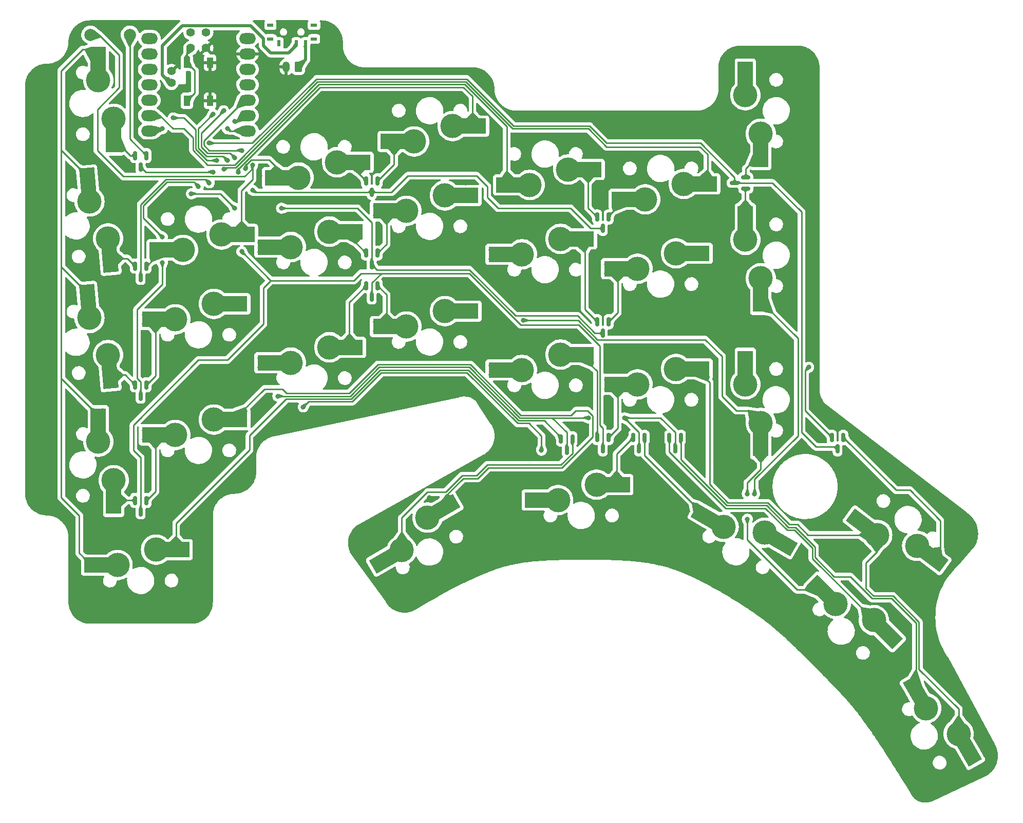
<source format=gbl>
G04 #@! TF.GenerationSoftware,KiCad,Pcbnew,7.0.2*
G04 #@! TF.CreationDate,2023-05-17T12:31:54+02:00*
G04 #@! TF.ProjectId,mykeeb_v7a2_left,6d796b65-6562-45f7-9637-61325f6c6566,rev?*
G04 #@! TF.SameCoordinates,Original*
G04 #@! TF.FileFunction,Copper,L2,Bot*
G04 #@! TF.FilePolarity,Positive*
%FSLAX46Y46*%
G04 Gerber Fmt 4.6, Leading zero omitted, Abs format (unit mm)*
G04 Created by KiCad (PCBNEW 7.0.2) date 2023-05-17 12:31:54*
%MOMM*%
%LPD*%
G01*
G04 APERTURE LIST*
G04 Aperture macros list*
%AMRoundRect*
0 Rectangle with rounded corners*
0 $1 Rounding radius*
0 $2 $3 $4 $5 $6 $7 $8 $9 X,Y pos of 4 corners*
0 Add a 4 corners polygon primitive as box body*
4,1,4,$2,$3,$4,$5,$6,$7,$8,$9,$2,$3,0*
0 Add four circle primitives for the rounded corners*
1,1,$1+$1,$2,$3*
1,1,$1+$1,$4,$5*
1,1,$1+$1,$6,$7*
1,1,$1+$1,$8,$9*
0 Add four rect primitives between the rounded corners*
20,1,$1+$1,$2,$3,$4,$5,0*
20,1,$1+$1,$4,$5,$6,$7,0*
20,1,$1+$1,$6,$7,$8,$9,0*
20,1,$1+$1,$8,$9,$2,$3,0*%
%AMRotRect*
0 Rectangle, with rotation*
0 The origin of the aperture is its center*
0 $1 length*
0 $2 width*
0 $3 Rotation angle, in degrees counterclockwise*
0 Add horizontal line*
21,1,$1,$2,0,0,$3*%
G04 Aperture macros list end*
G04 #@! TA.AperFunction,ComponentPad*
%ADD10O,2.750000X1.800000*%
G04 #@! TD*
G04 #@! TA.AperFunction,ComponentPad*
%ADD11C,1.397000*%
G04 #@! TD*
G04 #@! TA.AperFunction,ComponentPad*
%ADD12C,0.800000*%
G04 #@! TD*
G04 #@! TA.AperFunction,SMDPad,CuDef*
%ADD13R,4.500000X2.500000*%
G04 #@! TD*
G04 #@! TA.AperFunction,ComponentPad*
%ADD14C,4.000000*%
G04 #@! TD*
G04 #@! TA.AperFunction,SMDPad,CuDef*
%ADD15R,2.500000X4.500000*%
G04 #@! TD*
G04 #@! TA.AperFunction,SMDPad,CuDef*
%ADD16RotRect,4.500000X2.500000X30.000000*%
G04 #@! TD*
G04 #@! TA.AperFunction,SMDPad,CuDef*
%ADD17RotRect,4.500000X2.500000X143.000000*%
G04 #@! TD*
G04 #@! TA.AperFunction,SMDPad,CuDef*
%ADD18RotRect,4.500000X2.500000X330.000000*%
G04 #@! TD*
G04 #@! TA.AperFunction,SMDPad,CuDef*
%ADD19RotRect,4.500000X2.500000X300.000000*%
G04 #@! TD*
G04 #@! TA.AperFunction,SMDPad,CuDef*
%ADD20RotRect,4.500000X2.500000X275.000000*%
G04 #@! TD*
G04 #@! TA.AperFunction,ComponentPad*
%ADD21C,2.000000*%
G04 #@! TD*
G04 #@! TA.AperFunction,SMDPad,CuDef*
%ADD22RotRect,4.500000X2.500000X315.000000*%
G04 #@! TD*
G04 #@! TA.AperFunction,SMDPad,CuDef*
%ADD23RoundRect,0.150000X-0.150000X0.587500X-0.150000X-0.587500X0.150000X-0.587500X0.150000X0.587500X0*%
G04 #@! TD*
G04 #@! TA.AperFunction,SMDPad,CuDef*
%ADD24R,1.100000X0.600000*%
G04 #@! TD*
G04 #@! TA.AperFunction,SMDPad,CuDef*
%ADD25R,1.000000X0.600000*%
G04 #@! TD*
G04 #@! TA.AperFunction,SMDPad,CuDef*
%ADD26R,0.600000X1.000000*%
G04 #@! TD*
G04 #@! TA.AperFunction,SMDPad,CuDef*
%ADD27R,1.000000X1.700000*%
G04 #@! TD*
G04 #@! TA.AperFunction,ComponentPad*
%ADD28RoundRect,0.250000X0.350000X0.625000X-0.350000X0.625000X-0.350000X-0.625000X0.350000X-0.625000X0*%
G04 #@! TD*
G04 #@! TA.AperFunction,ComponentPad*
%ADD29O,1.200000X1.750000*%
G04 #@! TD*
G04 #@! TA.AperFunction,SMDPad,CuDef*
%ADD30RoundRect,0.150000X0.587500X0.150000X-0.587500X0.150000X-0.587500X-0.150000X0.587500X-0.150000X0*%
G04 #@! TD*
G04 #@! TA.AperFunction,ViaPad*
%ADD31C,0.800000*%
G04 #@! TD*
G04 #@! TA.AperFunction,Conductor*
%ADD32C,0.500000*%
G04 #@! TD*
G04 #@! TA.AperFunction,Conductor*
%ADD33C,0.250000*%
G04 #@! TD*
G04 APERTURE END LIST*
D10*
X68105064Y-152400120D03*
X68105064Y-154940120D03*
X68105064Y-157480120D03*
X68105064Y-160020120D03*
X68105064Y-162560120D03*
X68105064Y-165100120D03*
X68105064Y-167640120D03*
X84295064Y-167640120D03*
X84295064Y-165100120D03*
X84295064Y-162560120D03*
X84295064Y-160020120D03*
X84295064Y-157480120D03*
X84295064Y-154940120D03*
X84295064Y-152400120D03*
D11*
X74930064Y-151448120D03*
X77470064Y-151448120D03*
X74930064Y-153988120D03*
X77470064Y-153988120D03*
X71755064Y-159703120D03*
X71755064Y-157798120D03*
D12*
X105410096Y-199104404D03*
X105410096Y-200628404D03*
D13*
X107215096Y-199866404D03*
D14*
X110490096Y-199866404D03*
X116840096Y-197326404D03*
D13*
X120142096Y-197326404D03*
D12*
X121920096Y-196564404D03*
X121920096Y-198088404D03*
X105410096Y-180054404D03*
X105410096Y-181578404D03*
D13*
X107215096Y-180816404D03*
D14*
X110490096Y-180816404D03*
X116840096Y-178276404D03*
D13*
X120142096Y-178276404D03*
D12*
X121920096Y-177514404D03*
X121920096Y-179038404D03*
X168148096Y-173196404D03*
X169672096Y-173196404D03*
D15*
X168910096Y-171391404D03*
D14*
X168910096Y-168116404D03*
X166370096Y-161766404D03*
D15*
X166370096Y-158464404D03*
D12*
X165608096Y-156686404D03*
X167132096Y-156686404D03*
X85090096Y-185467804D03*
X85090096Y-183943804D03*
D13*
X83285096Y-184705804D03*
D14*
X80010096Y-184705804D03*
X73660096Y-187245804D03*
D13*
X70358096Y-187245804D03*
D12*
X68580096Y-188007804D03*
X68580096Y-186483804D03*
X161290096Y-177133404D03*
X161290096Y-175609404D03*
D13*
X159485096Y-176371404D03*
D14*
X156210096Y-176371404D03*
X149860096Y-178911404D03*
D13*
X146558096Y-178911404D03*
D12*
X144780096Y-179673404D03*
X144780096Y-178149404D03*
X124460096Y-187198204D03*
X124460096Y-188722204D03*
D13*
X126265096Y-187960204D03*
D14*
X129540096Y-187960204D03*
X135890096Y-185420204D03*
D13*
X139192096Y-185420204D03*
D12*
X140970096Y-184658204D03*
X140970096Y-186182204D03*
X168148096Y-197008904D03*
X169672096Y-197008904D03*
D15*
X168910096Y-195203904D03*
D14*
X168910096Y-191928904D03*
X166370096Y-185578904D03*
D15*
X166370096Y-182276904D03*
D12*
X165608096Y-180498904D03*
X167132096Y-180498904D03*
X60452096Y-154225804D03*
X58928096Y-154225804D03*
D15*
X59690096Y-156030804D03*
D14*
X59690096Y-159305804D03*
X62230096Y-165655804D03*
D15*
X62230096Y-168957804D03*
D12*
X62992096Y-170735804D03*
X61468096Y-170735804D03*
X168148196Y-220821504D03*
X169672196Y-220821504D03*
D15*
X168910196Y-219016504D03*
D14*
X168910196Y-215741504D03*
X166370196Y-209391504D03*
D15*
X166370196Y-206089504D03*
D12*
X165608196Y-204311504D03*
X167132196Y-204311504D03*
X67310096Y-197913804D03*
X67310096Y-199437804D03*
D13*
X69115096Y-198675804D03*
D14*
X72390096Y-198675804D03*
X78740096Y-196135804D03*
D13*
X82042096Y-196135804D03*
D12*
X83820096Y-195373804D03*
X83820096Y-196897804D03*
X60452096Y-213757004D03*
X58928096Y-213757004D03*
D15*
X59690096Y-215562004D03*
D14*
X59690096Y-218837004D03*
X62230096Y-225187004D03*
D15*
X62230096Y-228489004D03*
D12*
X62992096Y-230267004D03*
X61468096Y-230267004D03*
X124460096Y-206248204D03*
X124460096Y-207772204D03*
D13*
X126265096Y-207010204D03*
D14*
X129540096Y-207010204D03*
X135890096Y-204470204D03*
D13*
X139192096Y-204470204D03*
D12*
X140970096Y-203708204D03*
X140970096Y-205232204D03*
X57785096Y-238395104D03*
X57785096Y-239919104D03*
D13*
X59590096Y-239157104D03*
D14*
X62865096Y-239157104D03*
X69215096Y-236617104D03*
D13*
X72517096Y-236617104D03*
D12*
X74295096Y-235855104D03*
X74295096Y-237379104D03*
X123190096Y-167608404D03*
X123190096Y-166084404D03*
D13*
X121385096Y-166846404D03*
D14*
X118110096Y-166846404D03*
X111760096Y-169386404D03*
D13*
X108458096Y-169386404D03*
D12*
X106680096Y-170148404D03*
X106680096Y-168624404D03*
X130413296Y-227679504D03*
X130413296Y-229203504D03*
D13*
X132218296Y-228441504D03*
D14*
X135493296Y-228441504D03*
X141843296Y-225901504D03*
D13*
X145145296Y-225901504D03*
D12*
X146923296Y-225139504D03*
X146923296Y-226663504D03*
X143510096Y-208629404D03*
X143510096Y-210153404D03*
D13*
X145315096Y-209391404D03*
D14*
X148590096Y-209391404D03*
X154940096Y-206851404D03*
D13*
X158242096Y-206851404D03*
D12*
X160020096Y-206089404D03*
X160020096Y-207613404D03*
X104950230Y-238591088D03*
X105712230Y-239910911D03*
D16*
X106894406Y-238348499D03*
D14*
X109730639Y-236710999D03*
X113959901Y-231336295D03*
D16*
X116819516Y-229685295D03*
D12*
X117978310Y-228136384D03*
X118740310Y-229456206D03*
X198300072Y-239651334D03*
X199217239Y-238434213D03*
D17*
X197317118Y-237956498D03*
D14*
X194701587Y-235985553D03*
X188101641Y-234192562D03*
D17*
X185464547Y-232205369D03*
D12*
X183585990Y-231743902D03*
X184503156Y-230526782D03*
X158758230Y-229658888D03*
X157996230Y-230978711D03*
D18*
X159940406Y-231221299D03*
D14*
X162776639Y-232858799D03*
X169545901Y-233834095D03*
D18*
X172405516Y-235485095D03*
D12*
X174326310Y-235714184D03*
X173564310Y-237034006D03*
X194272712Y-257945638D03*
X192952889Y-258707638D03*
D19*
X194515301Y-259889814D03*
D14*
X196152801Y-262726047D03*
X201527505Y-266955309D03*
D19*
X203178505Y-269814924D03*
D12*
X204727416Y-270973718D03*
X203407594Y-271735718D03*
X86360096Y-205057504D03*
X86360096Y-206581504D03*
D13*
X88165096Y-205819504D03*
D14*
X91440096Y-205819504D03*
X97790096Y-203279504D03*
D13*
X101092096Y-203279504D03*
D12*
X102870096Y-202517504D03*
X102870096Y-204041504D03*
X104140096Y-173561504D03*
X104140096Y-172037504D03*
D13*
X102335096Y-172799504D03*
D14*
X99060096Y-172799504D03*
X92710096Y-175339504D03*
D13*
X89408096Y-175339504D03*
D12*
X87630096Y-176101504D03*
X87630096Y-174577504D03*
X86360096Y-186007504D03*
X86360096Y-187531504D03*
D13*
X88165096Y-186769504D03*
D14*
X91440096Y-186769504D03*
X97790096Y-184229504D03*
D13*
X101092096Y-184229504D03*
D12*
X102870096Y-183467504D03*
X102870096Y-184991504D03*
X142240096Y-174752204D03*
X142240096Y-173228204D03*
D13*
X140435096Y-173990204D03*
D14*
X137160096Y-173990204D03*
X130810096Y-176530204D03*
D13*
X127508096Y-176530204D03*
D12*
X125730096Y-177292204D03*
X125730096Y-175768204D03*
X58538616Y-193324345D03*
X57020416Y-193457170D03*
D20*
X57936832Y-195188889D03*
D14*
X58222267Y-198451427D03*
X61306041Y-204555887D03*
D20*
X61593829Y-207845322D03*
D12*
X62507892Y-209550144D03*
X60989691Y-209682969D03*
X143510096Y-189579404D03*
X143510096Y-191103404D03*
D13*
X145315096Y-190341404D03*
D14*
X148590096Y-190341404D03*
X154940096Y-187801404D03*
D13*
X158242096Y-187801404D03*
D12*
X160020096Y-187039404D03*
X160020096Y-188563404D03*
X67310096Y-216963804D03*
X67310096Y-218487804D03*
D13*
X69115096Y-217725804D03*
D14*
X72390096Y-217725804D03*
X78740096Y-215185804D03*
D13*
X82042096Y-215185804D03*
D12*
X83820096Y-214423804D03*
X83820096Y-215947804D03*
D21*
X64889117Y-151804815D03*
X58389117Y-151804815D03*
D12*
X58538616Y-174141545D03*
X57020416Y-174274370D03*
D20*
X57936832Y-176006089D03*
D14*
X58222267Y-179268627D03*
X61306041Y-185373087D03*
D20*
X61593829Y-188662522D03*
D12*
X62507892Y-190367344D03*
X60989691Y-190500169D03*
X178214483Y-241410358D03*
X177136853Y-242487989D03*
D22*
X178951996Y-243225501D03*
D14*
X181267770Y-245541276D03*
X187553950Y-248235353D03*
D22*
X189888816Y-250570219D03*
D12*
X191684867Y-251288640D03*
X190607237Y-252366271D03*
D23*
X103825088Y-187776721D03*
X105725088Y-187776721D03*
X104775088Y-189651721D03*
X65725056Y-209461115D03*
X67625056Y-209461115D03*
X66675056Y-211336115D03*
X180620425Y-218137684D03*
X182520425Y-218137684D03*
X181570425Y-220012684D03*
X103825088Y-193134538D03*
X105725088Y-193134538D03*
X104775088Y-195009538D03*
D24*
X95253202Y-150225876D03*
D25*
X88053202Y-150225876D03*
X95253202Y-152511876D03*
D24*
X88053202Y-152511876D03*
D26*
X89453202Y-153218876D03*
X92353202Y-153218876D03*
X93853202Y-153218876D03*
D27*
X74300064Y-156393884D03*
X74300064Y-162693884D03*
X78100064Y-156393884D03*
X78100064Y-162693884D03*
D23*
X135971950Y-218390810D03*
X137871950Y-218390810D03*
X136921950Y-220265810D03*
X65725056Y-228511131D03*
X67625056Y-228511131D03*
X66675056Y-230386131D03*
X153831340Y-218137684D03*
X155731340Y-218137684D03*
X154781340Y-220012684D03*
X65725056Y-171703270D03*
X67625056Y-171703270D03*
X66675056Y-173578270D03*
D28*
X92678202Y-157093884D03*
D29*
X90678202Y-157093884D03*
D23*
X147878210Y-218137684D03*
X149778210Y-218137684D03*
X148828210Y-220012684D03*
X141925080Y-218137684D03*
X143825080Y-218137684D03*
X142875080Y-220012684D03*
X141925120Y-181823591D03*
X143825120Y-181823591D03*
X142875120Y-183698591D03*
D30*
X166434556Y-175262720D03*
X166434556Y-177162720D03*
X164559556Y-176212720D03*
D23*
X141925080Y-199087668D03*
X143825080Y-199087668D03*
X142875080Y-200962668D03*
X103825048Y-175870461D03*
X105725048Y-175870461D03*
X104775048Y-177745461D03*
X65725056Y-189904847D03*
X67625056Y-189904847D03*
X66675056Y-191779847D03*
D31*
X89296950Y-155972006D03*
X175022022Y-239911139D03*
X54768796Y-194667351D03*
X70842247Y-164306388D03*
X155972006Y-172640770D03*
X165497014Y-230981444D03*
X142875120Y-178593900D03*
X61912552Y-156567319D03*
X153590754Y-230386131D03*
X87511011Y-180379839D03*
X86915698Y-189309534D03*
X79176629Y-180975152D03*
X148828250Y-213717367D03*
X88701637Y-158353258D03*
X79771942Y-168473579D03*
X67865682Y-203597046D03*
X84534446Y-181570465D03*
X72032873Y-171450144D03*
X93464141Y-182165778D03*
X120253226Y-176212648D03*
X105965714Y-184547030D03*
X144065746Y-213122054D03*
X121443852Y-186332969D03*
X67865682Y-184547030D03*
X67865682Y-223837688D03*
X54768796Y-175022022D03*
X153590754Y-223242375D03*
X91082889Y-159543884D03*
X63698491Y-173236083D03*
X138707929Y-216098619D03*
X92273515Y-158948571D03*
X114300096Y-228004879D03*
X163115762Y-215503306D03*
X89892263Y-159543884D03*
X86320385Y-175022022D03*
X89296950Y-194667351D03*
X173236083Y-216098619D03*
X161925136Y-197643916D03*
X86320385Y-213122054D03*
X177998587Y-217289245D03*
X157162632Y-215503306D03*
X142875120Y-194667351D03*
X88701637Y-157162632D03*
X182165778Y-236934574D03*
X80962568Y-176212648D03*
X77986003Y-176212648D03*
X85129759Y-177403274D03*
X76200064Y-176807961D03*
X89892263Y-180379839D03*
X70246934Y-189309534D03*
X70246934Y-185142343D03*
X83343820Y-187523595D03*
X82153194Y-180379839D03*
X75009438Y-177998587D03*
X146446998Y-214907993D03*
X140493868Y-214907993D03*
X89296950Y-211336115D03*
X79176629Y-172511583D03*
X70246934Y-167282953D03*
X72032873Y-165497014D03*
X80367255Y-173960583D03*
X166687640Y-231576757D03*
X166687640Y-227409566D03*
X129778234Y-198834542D03*
X80962568Y-167282953D03*
X167878266Y-227409566D03*
X80962568Y-172511583D03*
X82748507Y-174426709D03*
X78581316Y-164901701D03*
X132754799Y-220265810D03*
X82153194Y-172045457D03*
X82153194Y-166092327D03*
X93464141Y-213122054D03*
X80367255Y-164306388D03*
X83939133Y-173831396D03*
X83343820Y-170854831D03*
X85129759Y-173236083D03*
X78581316Y-174426709D03*
X77986003Y-169664205D03*
X176807961Y-206573611D03*
D32*
X93853202Y-155918884D02*
X93853202Y-153218876D01*
X92678202Y-157093884D02*
X93853202Y-155918884D01*
X92353202Y-153511067D02*
X91082889Y-154781380D01*
X70246934Y-158405993D02*
X71544061Y-159703120D01*
X92353202Y-153218876D02*
X92353202Y-153511067D01*
X84815190Y-150299620D02*
X73538068Y-150299620D01*
X73538068Y-150299620D02*
X70246934Y-153590754D01*
X86915698Y-152400128D02*
X84815190Y-150299620D01*
X70246934Y-153590754D02*
X70246934Y-158405993D01*
X71544061Y-159703120D02*
X71755064Y-159703120D01*
X91082889Y-154781380D02*
X88106324Y-154781380D01*
X86915698Y-153590754D02*
X86915698Y-152400128D01*
X88106324Y-154781380D02*
X86915698Y-153590754D01*
D33*
X74300064Y-156393884D02*
X74300064Y-154618120D01*
X75604751Y-157698571D02*
X74300064Y-156393884D01*
X74300064Y-162693884D02*
X75604751Y-161389197D01*
X75604751Y-161389197D02*
X75604751Y-157698571D01*
X74300064Y-154618120D02*
X74930064Y-153988120D01*
X77390690Y-175617335D02*
X70842247Y-175617335D01*
X104775048Y-177745461D02*
X108004779Y-177745461D01*
X108004779Y-177745461D02*
X110728218Y-175022022D01*
X140836055Y-183698591D02*
X142875120Y-183698591D01*
X123825104Y-176807961D02*
X123825104Y-178593900D01*
X122039165Y-175022022D02*
X123825104Y-176807961D01*
X137517303Y-180379839D02*
X140836055Y-183698591D01*
X104775048Y-177745461D02*
X85471946Y-177745461D01*
X77986003Y-176212648D02*
X77390690Y-175617335D01*
X70842247Y-175617335D02*
X66675056Y-179784526D01*
X123825104Y-178593900D02*
X125611043Y-180379839D01*
X110728218Y-175022022D02*
X122039165Y-175022022D01*
X125611043Y-180379839D02*
X137517303Y-180379839D01*
X66675056Y-179784526D02*
X66675056Y-191779847D01*
X85471946Y-177745461D02*
X85129759Y-177403274D01*
X89892263Y-180379839D02*
X102393836Y-180379839D01*
X71028643Y-176067335D02*
X75459438Y-176067335D01*
X138713890Y-198109542D02*
X128499004Y-198109542D01*
X66079743Y-208406551D02*
X66675056Y-209001864D01*
X70246934Y-192881412D02*
X66079743Y-197048603D01*
X120889622Y-190500160D02*
X105623527Y-190500160D01*
X66675056Y-209001864D02*
X66675056Y-211336115D01*
X105623527Y-190500160D02*
X104775088Y-189651721D01*
X67125056Y-179970922D02*
X71028643Y-176067335D01*
X128499004Y-198109542D02*
X120889622Y-190500160D01*
X75459438Y-176067335D02*
X76200064Y-176807961D01*
X70246934Y-189309534D02*
X70246934Y-192881412D01*
X142875080Y-200962668D02*
X141567016Y-200962668D01*
X67125056Y-182020465D02*
X67125056Y-179970922D01*
X102393836Y-180379839D02*
X104775088Y-182761091D01*
X141567016Y-200962668D02*
X138713890Y-198109542D01*
X66079743Y-197048603D02*
X66079743Y-208406551D01*
X104775088Y-182761091D02*
X104775088Y-189651721D01*
X70246934Y-185142343D02*
X67125056Y-182020465D01*
X82153194Y-180379839D02*
X79771942Y-177998587D01*
X80962568Y-205382985D02*
X86915698Y-199429855D01*
X129312608Y-199559542D02*
X120848539Y-191095473D01*
X76200064Y-205382985D02*
X80962568Y-205382985D01*
X142875080Y-220012684D02*
X142875080Y-216598619D01*
X120848539Y-191095473D02*
X106354902Y-191095473D01*
X86915698Y-193476725D02*
X88106324Y-192286099D01*
X66675056Y-221456436D02*
X65484430Y-220265810D01*
X79771942Y-177998587D02*
X75009438Y-177998587D01*
X102989149Y-191095473D02*
X101798523Y-192286099D01*
X104775088Y-192675287D02*
X104775088Y-195009538D01*
X88106324Y-192286099D02*
X83343820Y-187523595D01*
X65484430Y-220265810D02*
X65484430Y-216098619D01*
X106354902Y-191095473D02*
X104775088Y-192675287D01*
X141806724Y-202475168D02*
X138891098Y-199559542D01*
X66675056Y-230386131D02*
X66675056Y-221456436D01*
X86915698Y-199429855D02*
X86915698Y-193476725D01*
X65484430Y-216098619D02*
X76200064Y-205382985D01*
X141806724Y-202481367D02*
X141806724Y-202475168D01*
X142875080Y-216598619D02*
X142375080Y-216098619D01*
X142375080Y-216098619D02*
X142375080Y-203049723D01*
X106354902Y-191095473D02*
X102989149Y-191095473D01*
X138891098Y-199559542D02*
X129312608Y-199559542D01*
X101798523Y-192286099D02*
X88106324Y-192286099D01*
X142375080Y-203049723D02*
X141806724Y-202481367D01*
X146446998Y-214907993D02*
X148828210Y-217289205D01*
X148828210Y-217289205D02*
X148828210Y-220012684D01*
X134540738Y-214907993D02*
X136921950Y-217289205D01*
X154781340Y-217289205D02*
X154781340Y-220012684D01*
X120848539Y-206573611D02*
X129182921Y-214907993D01*
X134540738Y-214907993D02*
X140493868Y-214907993D01*
X105965714Y-206573611D02*
X120848539Y-206573611D01*
X146446998Y-214907993D02*
X152400128Y-214907993D01*
X89296950Y-211336115D02*
X101203210Y-211336115D01*
X101203210Y-211336115D02*
X105965714Y-206573611D01*
X129182921Y-214907993D02*
X134540738Y-214907993D01*
X152400128Y-214907993D02*
X154781340Y-217289205D01*
X136921950Y-217289205D02*
X136921950Y-220265810D01*
X127992295Y-167282953D02*
X140493868Y-167282953D01*
X163488554Y-228890818D02*
X160477936Y-225880200D01*
X77717441Y-173236083D02*
X82153194Y-173236083D01*
X173608875Y-232462696D02*
X170036997Y-228890818D01*
X186231856Y-242988816D02*
X186231856Y-238821626D01*
X160139197Y-175717303D02*
X159485096Y-176371404D01*
X69808957Y-165100120D02*
X71991790Y-167282953D01*
X201527505Y-262844744D02*
X194965301Y-256282540D01*
X160477936Y-209087244D02*
X158242096Y-206851404D01*
X194965301Y-248502388D02*
X190686556Y-244223643D01*
X174970396Y-232462696D02*
X173608875Y-232462696D01*
X160477936Y-225880200D02*
X160477936Y-209087244D01*
X190686556Y-244223643D02*
X187466683Y-244223643D01*
X158907488Y-170259518D02*
X160139197Y-171491227D01*
X75300064Y-168764205D02*
X75300064Y-170259518D01*
X194965301Y-256282540D02*
X194965301Y-248502388D01*
X188101641Y-234192562D02*
X176700262Y-234192562D01*
X170036997Y-228890818D02*
X163488554Y-228890818D01*
X71991790Y-167282953D02*
X73818812Y-167282953D01*
X143470433Y-170259518D02*
X158907488Y-170259518D01*
X176700262Y-234192562D02*
X174970396Y-232462696D01*
X68580064Y-165100120D02*
X69808957Y-165100120D01*
X160139197Y-171491227D02*
X160139197Y-175717303D01*
X75300064Y-170818706D02*
X77717441Y-173236083D01*
X120253226Y-159543884D02*
X127992295Y-167282953D01*
X75300064Y-170259518D02*
X75300064Y-170818706D01*
X188101641Y-236951841D02*
X188101641Y-234192562D01*
X82153194Y-173236083D02*
X95845393Y-159543884D01*
X140493868Y-167282953D02*
X143470433Y-170259518D01*
X186231856Y-238821626D02*
X188101641Y-236951841D01*
X201527505Y-266955309D02*
X201527505Y-262844744D01*
X95845393Y-159543884D02*
X120253226Y-159543884D01*
X187466683Y-244223643D02*
X186231856Y-242988816D01*
X73818812Y-167282953D02*
X75300064Y-168764205D01*
X127020096Y-166947150D02*
X127020096Y-176042204D01*
X166687640Y-231576757D02*
X166687640Y-235003914D01*
X138802494Y-198834542D02*
X141993120Y-202025168D01*
X96031789Y-159993884D02*
X120066830Y-159993884D01*
X73818812Y-165497014D02*
X75750064Y-167428266D01*
X80641755Y-173686083D02*
X82339590Y-173686083D01*
X127020096Y-176042204D02*
X127508096Y-176530204D01*
X162520449Y-204787672D02*
X162520449Y-211336115D01*
X162520449Y-211336115D02*
X164901701Y-213717367D01*
X75750064Y-170259518D02*
X75750064Y-170632310D01*
X164901701Y-213717367D02*
X166886059Y-213717367D01*
X82339590Y-173686083D02*
X96031789Y-159993884D01*
X77629337Y-172511583D02*
X79176629Y-172511583D01*
X75750064Y-170632310D02*
X77629337Y-172511583D01*
X166687640Y-225582543D02*
X166687640Y-227409566D01*
X166886059Y-213717367D02*
X168910196Y-215741504D01*
X129778234Y-198834542D02*
X138802494Y-198834542D01*
X69889767Y-167640120D02*
X70246934Y-167282953D01*
X75750064Y-167428266D02*
X75750064Y-170259518D01*
X174909227Y-243225501D02*
X178951996Y-243225501D01*
X68580064Y-167640120D02*
X69889767Y-167640120D01*
X168910196Y-223359987D02*
X168910196Y-219016504D01*
X166687640Y-235003914D02*
X174909227Y-243225501D01*
X80367255Y-173960583D02*
X80641755Y-173686083D01*
X72032873Y-165497014D02*
X73818812Y-165497014D01*
X120066830Y-159993884D02*
X127020096Y-166947150D01*
X141993120Y-202025168D02*
X159757945Y-202025168D01*
X159757945Y-202025168D02*
X162520449Y-204787672D01*
X168910196Y-223359987D02*
X166687640Y-225582543D01*
X119880434Y-160443884D02*
X121385096Y-161948546D01*
X83820064Y-167640120D02*
X81319735Y-167640120D01*
X175022022Y-201811107D02*
X175022022Y-217884558D01*
X121385096Y-161948546D02*
X121385096Y-166846404D01*
X76200064Y-167282953D02*
X76200064Y-170445914D01*
X76200064Y-170445914D02*
X77540733Y-171786583D01*
X82748507Y-174426709D02*
X82748507Y-173913562D01*
X82748507Y-173913562D02*
X96218185Y-160443884D01*
X96218185Y-160443884D02*
X119880434Y-160443884D01*
X167878266Y-225028314D02*
X167878266Y-227409566D01*
X175022022Y-217884558D02*
X167878266Y-225028314D01*
X168910096Y-195203904D02*
X168910096Y-195699181D01*
X168910096Y-195699181D02*
X175022022Y-201811107D01*
X77540733Y-171786583D02*
X80237568Y-171786583D01*
X78581316Y-164901701D02*
X76200064Y-167282953D01*
X81319735Y-167640120D02*
X80962568Y-167282953D01*
X80237568Y-171786583D02*
X80962568Y-172511583D01*
X81444320Y-171336583D02*
X82153194Y-172045457D01*
X77727129Y-171336583D02*
X81444320Y-171336583D01*
X101576002Y-212236115D02*
X106338506Y-207473611D01*
X89408096Y-173942542D02*
X89408096Y-175339504D01*
X93464141Y-213122054D02*
X94350080Y-212236115D01*
X84893727Y-172404738D02*
X87870292Y-172404738D01*
X83939133Y-173831396D02*
X83939133Y-173359332D01*
X132754799Y-217884558D02*
X132754799Y-220265810D01*
X82153194Y-166092327D02*
X82827857Y-166092327D01*
X80367255Y-164306388D02*
X78581316Y-166092327D01*
X82827857Y-166092327D02*
X83820064Y-165100120D01*
X83939133Y-173359332D02*
X84893727Y-172404738D01*
X94350080Y-212236115D02*
X101576002Y-212236115D01*
X106338506Y-207473611D02*
X120475747Y-207473611D01*
X76650064Y-168023579D02*
X76650064Y-170259518D01*
X130678234Y-215807993D02*
X132754799Y-217884558D01*
X78581316Y-166092327D02*
X76650064Y-168023579D01*
X128810129Y-215807993D02*
X130678234Y-215807993D01*
X76650064Y-170259518D02*
X77727129Y-171336583D01*
X87870292Y-172404738D02*
X89408096Y-173942542D01*
X120475747Y-207473611D02*
X128810129Y-215807993D01*
X119844309Y-224883001D02*
X122225561Y-224883001D01*
X59531300Y-164084731D02*
X59531300Y-170854831D01*
X122225561Y-224883001D02*
X124011500Y-223097062D01*
X87082411Y-210145489D02*
X82042096Y-215185804D01*
X85129759Y-173831396D02*
X85129759Y-173236083D01*
X141218868Y-214607688D02*
X140328547Y-213717367D01*
X136136345Y-223097062D02*
X141218868Y-218014539D01*
X90762576Y-210886115D02*
X90021950Y-210145489D01*
X90021950Y-210145489D02*
X87082411Y-210145489D01*
X83820064Y-162560120D02*
X77100064Y-169280120D01*
X58389117Y-151804815D02*
X59803330Y-151804815D01*
X137669647Y-214457993D02*
X129369317Y-214457993D01*
X77100064Y-169968892D02*
X77986003Y-170854831D01*
X116819516Y-229685295D02*
X116819516Y-227907794D01*
X141218868Y-218014539D02*
X141218868Y-214607688D01*
X101016814Y-210886115D02*
X90762576Y-210886115D01*
X63828178Y-175151709D02*
X83809446Y-175151709D01*
X129369317Y-214457993D02*
X121034935Y-206123611D01*
X77986003Y-170854831D02*
X83343820Y-170854831D01*
X63103178Y-160512853D02*
X59531300Y-164084731D01*
X121034935Y-206123611D02*
X105779318Y-206123611D01*
X83809446Y-175151709D02*
X85129759Y-173831396D01*
X140328547Y-213717367D02*
X138410273Y-213717367D01*
X85129759Y-173236083D02*
X85129759Y-175617335D01*
X124011500Y-223097062D02*
X136136345Y-223097062D01*
X116819516Y-227907794D02*
X119844309Y-224883001D01*
X59803330Y-151804815D02*
X63103178Y-155104663D01*
X105779318Y-206123611D02*
X101016814Y-210886115D01*
X77100064Y-169280120D02*
X77100064Y-169968892D01*
X138410273Y-213717367D02*
X137669647Y-214457993D01*
X63103178Y-155104663D02*
X63103178Y-160512853D01*
X59531300Y-170854831D02*
X63828178Y-175151709D01*
X85129759Y-175617335D02*
X83285096Y-177461998D01*
X83285096Y-177461998D02*
X83285096Y-184705804D01*
X53578170Y-208359550D02*
X53578170Y-208407078D01*
X53578170Y-189904847D02*
X53578170Y-208359550D01*
X53578170Y-170832124D02*
X53578170Y-189904847D01*
X53578170Y-228004879D02*
X56554735Y-230981444D01*
X56554735Y-230981444D02*
X56554735Y-237164743D01*
X53578170Y-208407078D02*
X58928096Y-213757004D01*
X53578170Y-189904847D02*
X53578170Y-190014924D01*
X53578170Y-157757945D02*
X53578170Y-170832124D01*
X58928096Y-154225804D02*
X57110311Y-154225804D01*
X53578170Y-208359550D02*
X53578170Y-228004879D01*
X56554735Y-237164743D02*
X57785096Y-238395104D01*
X53578170Y-190014924D02*
X57020416Y-193457170D01*
X53578170Y-170832124D02*
X57020416Y-174274370D01*
X57110311Y-154225804D02*
X53578170Y-157757945D01*
X64975562Y-171703270D02*
X62230096Y-168957804D01*
X65725056Y-171703270D02*
X64975562Y-171703270D01*
X64889117Y-151804815D02*
X64889117Y-168967331D01*
X64889117Y-168967331D02*
X67625056Y-171703270D01*
X85088676Y-169664205D02*
X77986003Y-169664205D01*
X177998587Y-219670497D02*
X181228238Y-219670497D01*
X164559556Y-176212720D02*
X164559556Y-175275190D01*
X140680264Y-166832953D02*
X128178691Y-166832953D01*
X181228238Y-219670497D02*
X181570425Y-220012684D01*
X175617335Y-180975152D02*
X175617335Y-217289245D01*
X95658997Y-159093884D02*
X85088676Y-169664205D01*
X175617335Y-217289245D02*
X177998587Y-219670497D01*
X170854903Y-176212720D02*
X175617335Y-180975152D01*
X164559556Y-175275190D02*
X158948571Y-169664205D01*
X158948571Y-169664205D02*
X143511516Y-169664205D01*
X128178691Y-166832953D02*
X120439622Y-159093884D01*
X78581316Y-174426709D02*
X67523495Y-174426709D01*
X120439622Y-159093884D02*
X95658997Y-159093884D01*
X143511516Y-169664205D02*
X140680264Y-166832953D01*
X67523495Y-174426709D02*
X66675056Y-173578270D01*
X164559556Y-176212720D02*
X170854903Y-176212720D01*
X64482731Y-188662522D02*
X61593829Y-188662522D01*
X65725056Y-189904847D02*
X64482731Y-188662522D01*
X67699053Y-189904847D02*
X70358096Y-187245804D01*
X67625056Y-189904847D02*
X67699053Y-189904847D01*
X64109263Y-207845322D02*
X61593829Y-207845322D01*
X65725056Y-209461115D02*
X64109263Y-207845322D01*
X69115096Y-207971075D02*
X69115096Y-198675804D01*
X67625056Y-209461115D02*
X69115096Y-207971075D01*
X65702929Y-228489004D02*
X62230096Y-228489004D01*
X65725056Y-228511131D02*
X65702929Y-228489004D01*
X69115096Y-227021091D02*
X69115096Y-217725804D01*
X67625056Y-228511131D02*
X69115096Y-227021091D01*
X120662143Y-207023611D02*
X106152110Y-207023611D01*
X135971950Y-218125144D02*
X133204799Y-215357993D01*
X84617096Y-220183160D02*
X72517096Y-232283160D01*
X133204799Y-215357993D02*
X128996525Y-215357993D01*
X72517096Y-232283160D02*
X72517096Y-236617104D01*
X128996525Y-215357993D02*
X120662143Y-207023611D01*
X84617096Y-217801908D02*
X84617096Y-220183160D01*
X106152110Y-207023611D02*
X101389606Y-211786115D01*
X101389606Y-211786115D02*
X90632889Y-211786115D01*
X135971950Y-218390810D02*
X135971950Y-218125144D01*
X90632889Y-211786115D02*
X84617096Y-217801908D01*
X137871950Y-218390810D02*
X137871950Y-220725061D01*
X122039165Y-224433001D02*
X119657913Y-224433001D01*
X116938151Y-227152763D02*
X113961586Y-227152763D01*
X135949949Y-222647062D02*
X123825104Y-222647062D01*
X113961586Y-227152763D02*
X109730639Y-231383710D01*
X123825104Y-222647062D02*
X122039165Y-224433001D01*
X119657913Y-224433001D02*
X116938151Y-227152763D01*
X109730639Y-231383710D02*
X109730639Y-236710999D01*
X137871950Y-220725061D02*
X135949949Y-222647062D01*
X166434556Y-175262720D02*
X166434556Y-173866944D01*
X166434556Y-173866944D02*
X168910096Y-171391404D01*
X166370096Y-177227180D02*
X166370096Y-182276904D01*
X166434556Y-177162720D02*
X166370096Y-177227180D01*
X103825048Y-175870461D02*
X102335096Y-174380509D01*
X102335096Y-174380509D02*
X102335096Y-172799504D01*
X108458096Y-173137413D02*
X108458096Y-169386404D01*
X105725048Y-175870461D02*
X108458096Y-173137413D01*
X103825088Y-187776721D02*
X101092096Y-185043729D01*
X101092096Y-185043729D02*
X101092096Y-184229504D01*
X107215096Y-186286713D02*
X107215096Y-180816404D01*
X105725088Y-187776721D02*
X107215096Y-186286713D01*
X101092096Y-195867530D02*
X101092096Y-203279504D01*
X103825088Y-193134538D02*
X101092096Y-195867530D01*
X105725088Y-193134538D02*
X107215096Y-194624546D01*
X107215096Y-194624546D02*
X107215096Y-199866404D01*
X145145296Y-225901504D02*
X145145296Y-220870598D01*
X145145296Y-220870598D02*
X147878210Y-218137684D01*
X149778210Y-221059103D02*
X159940406Y-231221299D01*
X149778210Y-218137684D02*
X149778210Y-221059103D01*
X180620425Y-218137684D02*
X176212648Y-213729907D01*
X176212648Y-207168924D02*
X176807961Y-206573611D01*
X176212648Y-213729907D02*
X176212648Y-207168924D01*
X198494464Y-236779152D02*
X197317118Y-237956498D01*
X191196994Y-226814253D02*
X193476725Y-226814253D01*
X182520425Y-218137684D02*
X191196994Y-226814253D01*
X193476725Y-226814253D02*
X198494464Y-231831992D01*
X198494464Y-231831992D02*
X198494464Y-236779152D01*
X140435096Y-180333567D02*
X140435096Y-173990204D01*
X141925120Y-181823591D02*
X140435096Y-180333567D01*
X143825120Y-181823591D02*
X143825120Y-181644380D01*
X143825120Y-181644380D02*
X146558096Y-178911404D01*
X139898555Y-186126663D02*
X139192096Y-185420204D01*
X141925080Y-199075128D02*
X139898555Y-197048603D01*
X139898555Y-197048603D02*
X139898555Y-186126663D01*
X141925080Y-199087668D02*
X141925080Y-199075128D01*
X145315096Y-197597652D02*
X145315096Y-190341404D01*
X143825080Y-199087668D02*
X145315096Y-197597652D01*
X141925080Y-207203188D02*
X139192096Y-204470204D01*
X141925080Y-218137684D02*
X141925080Y-207203188D01*
X143825080Y-218137684D02*
X145315096Y-216647668D01*
X145315096Y-216647668D02*
X145315096Y-209391404D01*
X173236083Y-233362696D02*
X174426709Y-233362696D01*
X174426709Y-233362696D02*
X177403274Y-236339261D01*
X163115762Y-229790818D02*
X169664205Y-229790818D01*
X169664205Y-229790818D02*
X173236083Y-233362696D01*
X177403274Y-238084677D02*
X187553950Y-248235353D01*
X153831340Y-218137684D02*
X153831340Y-220506396D01*
X153831340Y-220506396D02*
X163115762Y-229790818D01*
X177403274Y-236339261D02*
X177403274Y-238084677D01*
X169850601Y-229340818D02*
X173422479Y-232912696D01*
X155731340Y-221770000D02*
X163302158Y-229340818D01*
X163302158Y-229340818D02*
X169850601Y-229340818D01*
X181015955Y-241060962D02*
X183667606Y-241060962D01*
X155731340Y-218137684D02*
X155731340Y-221770000D01*
X177853274Y-237898281D02*
X181015955Y-241060962D01*
X173422479Y-232912696D02*
X174613105Y-232912696D01*
X183667606Y-241060962D02*
X187280287Y-244673643D01*
X177853274Y-236152865D02*
X177853274Y-237898281D01*
X187280287Y-244673643D02*
X190500160Y-244673643D01*
X174613105Y-232912696D02*
X177853274Y-236152865D01*
X190500160Y-244673643D02*
X194515301Y-248688784D01*
X194515301Y-248688784D02*
X194515301Y-259889814D01*
G04 #@! TA.AperFunction,Conductor*
G36*
X73156372Y-149443748D02*
G01*
X73202127Y-149496552D01*
X73212071Y-149565710D01*
X73183046Y-149629266D01*
X73157470Y-149651665D01*
X73136303Y-149665586D01*
X73133264Y-149667522D01*
X73068348Y-149707563D01*
X73053233Y-149719875D01*
X73000916Y-149775328D01*
X72998404Y-149777914D01*
X70192383Y-152583935D01*
X70131060Y-152617420D01*
X70061368Y-152612436D01*
X70005435Y-152570564D01*
X69981018Y-152505100D01*
X69981706Y-152480508D01*
X69984362Y-152459774D01*
X69974244Y-152221588D01*
X69924018Y-151988539D01*
X69835128Y-151767330D01*
X69710133Y-151564325D01*
X69552628Y-151385365D01*
X69552626Y-151385363D01*
X69367149Y-151235600D01*
X69351498Y-151226857D01*
X69225775Y-151156623D01*
X69159015Y-151119328D01*
X68934232Y-151039907D01*
X68699267Y-150999620D01*
X68699264Y-150999620D01*
X67570567Y-150999620D01*
X67567951Y-150999842D01*
X67567942Y-150999843D01*
X67392524Y-151014773D01*
X67161813Y-151074844D01*
X66944578Y-151173042D01*
X66747061Y-151306540D01*
X66574944Y-151471500D01*
X66564935Y-151485033D01*
X66509244Y-151527225D01*
X66439582Y-151532611D01*
X66378067Y-151499480D01*
X66345038Y-151441739D01*
X66313180Y-151315934D01*
X66213290Y-151088208D01*
X66077281Y-150880030D01*
X65908861Y-150697077D01*
X65880269Y-150674823D01*
X65712631Y-150544344D01*
X65712627Y-150544341D01*
X65712626Y-150544341D01*
X65493927Y-150425987D01*
X65493923Y-150425985D01*
X65493922Y-150425985D01*
X65258732Y-150345244D01*
X65013452Y-150304315D01*
X64764782Y-150304315D01*
X64519501Y-150345244D01*
X64284311Y-150425985D01*
X64065602Y-150544344D01*
X63869376Y-150697074D01*
X63869373Y-150697076D01*
X63869373Y-150697077D01*
X63762232Y-150813463D01*
X63700954Y-150880029D01*
X63564942Y-151088210D01*
X63497277Y-151242473D01*
X63465054Y-151315934D01*
X63411548Y-151527225D01*
X63404008Y-151556998D01*
X63383473Y-151804815D01*
X63404008Y-152052631D01*
X63404008Y-152052634D01*
X63404009Y-152052636D01*
X63465054Y-152293696D01*
X63465055Y-152293698D01*
X63503290Y-152380866D01*
X63507594Y-152392140D01*
X63517542Y-152422566D01*
X63552368Y-152493072D01*
X63554746Y-152498175D01*
X63564942Y-152521419D01*
X63566729Y-152524154D01*
X63574096Y-152537058D01*
X64058252Y-153517222D01*
X64250793Y-153907017D01*
X64250794Y-153907018D01*
X64263617Y-153961934D01*
X64263617Y-163848671D01*
X64243932Y-163915710D01*
X64191128Y-163961465D01*
X64121970Y-163971409D01*
X64058414Y-163942384D01*
X64054733Y-163939063D01*
X63843917Y-163741094D01*
X63827126Y-163725326D01*
X63797894Y-163704088D01*
X63575729Y-163542676D01*
X63575730Y-163542676D01*
X63572580Y-163540388D01*
X63569177Y-163538517D01*
X63569172Y-163538514D01*
X63300279Y-163390688D01*
X63300272Y-163390684D01*
X63296862Y-163388810D01*
X63293236Y-163387374D01*
X63293231Y-163387372D01*
X63007943Y-163274419D01*
X63007942Y-163274418D01*
X63004321Y-163272985D01*
X63000551Y-163272017D01*
X63000548Y-163272016D01*
X62703352Y-163195709D01*
X62703347Y-163195708D01*
X62699569Y-163194738D01*
X62695698Y-163194249D01*
X62695693Y-163194248D01*
X62391280Y-163155792D01*
X62391273Y-163155791D01*
X62387414Y-163155304D01*
X62072778Y-163155304D01*
X62068919Y-163155791D01*
X62068911Y-163155792D01*
X61764498Y-163194248D01*
X61764490Y-163194249D01*
X61760623Y-163194738D01*
X61756843Y-163195708D01*
X61756835Y-163195710D01*
X61587816Y-163239106D01*
X61517987Y-163236712D01*
X61460538Y-163196945D01*
X61433708Y-163132432D01*
X61446016Y-163063655D01*
X61469294Y-163031325D01*
X63486967Y-161013653D01*
X63503063Y-161000759D01*
X63505051Y-160998640D01*
X63505055Y-160998639D01*
X63551127Y-160949576D01*
X63553712Y-160946908D01*
X63573298Y-160927324D01*
X63575763Y-160924145D01*
X63583345Y-160915269D01*
X63588281Y-160910013D01*
X63613240Y-160883435D01*
X63622895Y-160865871D01*
X63633572Y-160849617D01*
X63645851Y-160833789D01*
X63663196Y-160793705D01*
X63668338Y-160783209D01*
X63669542Y-160781019D01*
X63689375Y-160744945D01*
X63694357Y-160725537D01*
X63700659Y-160707133D01*
X63708615Y-160688749D01*
X63715447Y-160645605D01*
X63717811Y-160634191D01*
X63728678Y-160591872D01*
X63728678Y-160571836D01*
X63730205Y-160552437D01*
X63733338Y-160532657D01*
X63729225Y-160489156D01*
X63728677Y-160477529D01*
X63728677Y-155187412D01*
X63730942Y-155166903D01*
X63729737Y-155128564D01*
X63728739Y-155096788D01*
X63728678Y-155092894D01*
X63728678Y-155069203D01*
X63728678Y-155065313D01*
X63728176Y-155061340D01*
X63727258Y-155049681D01*
X63727076Y-155043884D01*
X63725887Y-155006036D01*
X63720298Y-154986803D01*
X63716352Y-154967745D01*
X63713842Y-154947869D01*
X63697766Y-154907267D01*
X63693982Y-154896216D01*
X63685851Y-154868231D01*
X63681796Y-154854273D01*
X63671592Y-154837018D01*
X63663039Y-154819558D01*
X63655664Y-154800932D01*
X63655664Y-154800931D01*
X63629986Y-154765588D01*
X63623579Y-154755834D01*
X63608464Y-154730276D01*
X63601348Y-154718243D01*
X63587184Y-154704079D01*
X63574545Y-154689280D01*
X63562773Y-154673076D01*
X63529119Y-154645236D01*
X63520477Y-154637372D01*
X60652527Y-151769421D01*
X60647087Y-151763621D01*
X60624555Y-151737996D01*
X60604624Y-151720977D01*
X60597465Y-151714359D01*
X60304132Y-151421026D01*
X60291236Y-151404928D01*
X60240105Y-151356913D01*
X60237308Y-151354202D01*
X60220557Y-151337451D01*
X60220556Y-151337450D01*
X60217801Y-151334695D01*
X60214620Y-151332227D01*
X60205752Y-151324652D01*
X60173912Y-151294753D01*
X60156354Y-151285100D01*
X60140094Y-151274419D01*
X60124265Y-151262141D01*
X60084179Y-151244793D01*
X60073693Y-151239656D01*
X60031379Y-151216395D01*
X59986213Y-151192935D01*
X59432686Y-150720296D01*
X59431064Y-150718981D01*
X59430921Y-150718888D01*
X59417013Y-150705932D01*
X59408859Y-150697075D01*
X59212631Y-150544344D01*
X59212627Y-150544341D01*
X59212626Y-150544341D01*
X58993927Y-150425987D01*
X58993923Y-150425985D01*
X58993922Y-150425985D01*
X58758732Y-150345244D01*
X58513452Y-150304315D01*
X58264782Y-150304315D01*
X58019501Y-150345244D01*
X57784311Y-150425985D01*
X57565602Y-150544344D01*
X57369376Y-150697074D01*
X57369373Y-150697076D01*
X57369373Y-150697077D01*
X57262232Y-150813463D01*
X57200954Y-150880029D01*
X57064942Y-151088210D01*
X56997277Y-151242473D01*
X56965054Y-151315934D01*
X56911548Y-151527225D01*
X56904008Y-151556998D01*
X56883473Y-151804815D01*
X56904008Y-152052631D01*
X56904008Y-152052634D01*
X56904009Y-152052636D01*
X56965054Y-152293696D01*
X57003290Y-152380866D01*
X57064942Y-152521419D01*
X57064944Y-152521422D01*
X57200953Y-152729600D01*
X57369373Y-152912553D01*
X57394262Y-152931925D01*
X57565602Y-153065285D01*
X57565604Y-153065286D01*
X57565608Y-153065289D01*
X57784307Y-153183643D01*
X57847133Y-153205211D01*
X57904146Y-153245594D01*
X57930276Y-153310394D01*
X57917226Y-153379034D01*
X57869138Y-153429722D01*
X57844660Y-153440592D01*
X57363997Y-153594405D01*
X57326205Y-153600304D01*
X57193055Y-153600304D01*
X57172547Y-153598039D01*
X57102424Y-153600243D01*
X57098530Y-153600304D01*
X57070961Y-153600304D01*
X57067105Y-153600790D01*
X57067102Y-153600791D01*
X57067046Y-153600798D01*
X57066973Y-153600807D01*
X57055354Y-153601721D01*
X57011683Y-153603093D01*
X56992439Y-153608684D01*
X56973395Y-153612628D01*
X56953519Y-153615139D01*
X56912911Y-153631217D01*
X56901865Y-153634998D01*
X56859921Y-153647186D01*
X56859918Y-153647187D01*
X56842676Y-153657383D01*
X56825215Y-153665937D01*
X56806578Y-153673316D01*
X56771242Y-153698989D01*
X56761485Y-153705399D01*
X56723891Y-153727633D01*
X56709724Y-153741800D01*
X56694935Y-153754430D01*
X56678724Y-153766208D01*
X56650883Y-153799862D01*
X56643022Y-153808501D01*
X53194378Y-157257144D01*
X53178280Y-157270041D01*
X53130266Y-157321170D01*
X53127562Y-157323961D01*
X53110798Y-157340725D01*
X53110791Y-157340732D01*
X53108050Y-157343474D01*
X53105669Y-157346542D01*
X53105660Y-157346553D01*
X53105581Y-157346656D01*
X53098012Y-157355517D01*
X53068105Y-157387365D01*
X53058455Y-157404919D01*
X53047779Y-157421173D01*
X53035496Y-157437008D01*
X53018145Y-157477103D01*
X53013008Y-157487589D01*
X52991972Y-157525852D01*
X52986991Y-157545254D01*
X52980690Y-157563656D01*
X52972731Y-157582047D01*
X52965898Y-157625187D01*
X52963530Y-157636619D01*
X52952670Y-157678922D01*
X52952670Y-157698961D01*
X52951143Y-157718360D01*
X52948009Y-157738140D01*
X52952119Y-157781616D01*
X52952669Y-157793284D01*
X52952669Y-170749380D01*
X52950405Y-170769889D01*
X52952608Y-170839998D01*
X52952669Y-170843891D01*
X52952669Y-189850489D01*
X52952670Y-189850494D01*
X52952670Y-189932180D01*
X52950405Y-189952691D01*
X52952608Y-190022798D01*
X52952669Y-190026691D01*
X52952670Y-208280531D01*
X52952670Y-208324333D01*
X52950405Y-208344844D01*
X52952608Y-208414950D01*
X52952669Y-208418843D01*
X52952669Y-227922134D01*
X52950405Y-227942643D01*
X52952608Y-228012753D01*
X52952669Y-228016642D01*
X52952669Y-228040340D01*
X52952669Y-228040353D01*
X52952670Y-228044229D01*
X52953156Y-228048081D01*
X52953157Y-228048090D01*
X52953174Y-228048222D01*
X52954088Y-228059846D01*
X52955460Y-228103505D01*
X52961049Y-228122739D01*
X52964995Y-228141795D01*
X52967505Y-228161671D01*
X52983584Y-228202283D01*
X52987367Y-228213330D01*
X52999552Y-228255270D01*
X53009750Y-228272514D01*
X53018306Y-228289979D01*
X53025684Y-228308611D01*
X53025685Y-228308612D01*
X53051350Y-228343938D01*
X53057763Y-228353701D01*
X53079996Y-228391295D01*
X53079999Y-228391298D01*
X53080000Y-228391299D01*
X53094165Y-228405464D01*
X53106797Y-228420254D01*
X53118576Y-228436466D01*
X53152228Y-228464305D01*
X53160869Y-228472168D01*
X55892916Y-231204215D01*
X55926401Y-231265538D01*
X55929235Y-231291896D01*
X55929235Y-237081999D01*
X55926970Y-237102509D01*
X55929174Y-237172615D01*
X55929235Y-237176510D01*
X55929235Y-237204093D01*
X55929723Y-237207962D01*
X55929724Y-237207968D01*
X55929739Y-237208086D01*
X55930653Y-237219710D01*
X55932025Y-237263369D01*
X55937614Y-237282603D01*
X55941560Y-237301659D01*
X55944070Y-237321535D01*
X55960149Y-237362147D01*
X55963932Y-237373194D01*
X55976117Y-237415134D01*
X55986315Y-237432378D01*
X55994871Y-237449843D01*
X56002249Y-237468475D01*
X56002250Y-237468476D01*
X56027915Y-237503802D01*
X56034328Y-237513565D01*
X56056561Y-237551159D01*
X56056564Y-237551162D01*
X56056565Y-237551163D01*
X56070730Y-237565328D01*
X56083362Y-237580118D01*
X56095141Y-237596330D01*
X56128793Y-237624169D01*
X56137434Y-237632032D01*
X56686436Y-238181035D01*
X56711776Y-238217703D01*
X56753642Y-238310459D01*
X56827405Y-238473883D01*
X56828617Y-238476567D01*
X56839596Y-238527580D01*
X56839596Y-240451664D01*
X56839596Y-240451682D01*
X56839597Y-240454976D01*
X56839949Y-240458256D01*
X56839950Y-240458263D01*
X56846005Y-240514588D01*
X56859549Y-240550900D01*
X56896300Y-240649435D01*
X56982550Y-240764650D01*
X57097765Y-240850900D01*
X57232613Y-240901195D01*
X57292223Y-240907604D01*
X60536524Y-240907603D01*
X60603563Y-240927288D01*
X60649318Y-240980092D01*
X60659262Y-241049250D01*
X60643911Y-241093603D01*
X60566648Y-241227425D01*
X60496345Y-241430549D01*
X60465757Y-241643305D01*
X60465757Y-241643307D01*
X60470882Y-241750901D01*
X60475984Y-241858008D01*
X60526660Y-242066898D01*
X60615948Y-242262413D01*
X60690730Y-242367428D01*
X60740630Y-242437503D01*
X60896193Y-242585831D01*
X60956251Y-242624428D01*
X61077013Y-242702038D01*
X61117058Y-242718069D01*
X61276564Y-242781926D01*
X61487624Y-242822604D01*
X61645760Y-242822604D01*
X61648714Y-242822604D01*
X61651665Y-242822322D01*
X61651669Y-242822322D01*
X61710494Y-242816704D01*
X61809067Y-242807292D01*
X62015305Y-242746735D01*
X62206355Y-242648242D01*
X62375313Y-242515372D01*
X62516072Y-242352928D01*
X62623544Y-242166781D01*
X62693846Y-241963658D01*
X62722557Y-241763957D01*
X62751583Y-241700402D01*
X62810361Y-241662627D01*
X62845296Y-241657604D01*
X63018519Y-241657604D01*
X63022414Y-241657604D01*
X63334569Y-241618170D01*
X63639321Y-241539923D01*
X63931862Y-241424098D01*
X64207580Y-241272520D01*
X64261682Y-241233212D01*
X64327484Y-241209733D01*
X64395539Y-241225558D01*
X64444234Y-241275663D01*
X64458110Y-241344141D01*
X64456838Y-241354155D01*
X64437658Y-241467863D01*
X64437656Y-241467873D01*
X64436970Y-241471946D01*
X64436832Y-241476069D01*
X64436831Y-241476081D01*
X64427067Y-241768120D01*
X64427067Y-241768130D01*
X64426929Y-241772268D01*
X64427343Y-241776389D01*
X64427344Y-241776400D01*
X64446183Y-241963658D01*
X64457007Y-242071249D01*
X64457967Y-242075277D01*
X64457969Y-242075289D01*
X64511480Y-242299831D01*
X64526666Y-242363553D01*
X64528156Y-242367422D01*
X64528158Y-242367428D01*
X64603745Y-242563682D01*
X64634665Y-242643964D01*
X64636649Y-242647585D01*
X64636655Y-242647597D01*
X64733514Y-242824341D01*
X64779075Y-242907479D01*
X64781531Y-242910812D01*
X64781534Y-242910817D01*
X64877289Y-243040776D01*
X64957319Y-243149394D01*
X65166217Y-243365393D01*
X65289122Y-243462450D01*
X65398787Y-243549052D01*
X65398791Y-243549054D01*
X65402042Y-243551622D01*
X65405606Y-243553733D01*
X65405609Y-243553735D01*
X65423092Y-243564090D01*
X65660583Y-243704756D01*
X65664387Y-243706369D01*
X65664391Y-243706371D01*
X65733232Y-243735562D01*
X65937229Y-243822064D01*
X66227042Y-243901452D01*
X66524851Y-243941504D01*
X66528991Y-243941504D01*
X66748047Y-243941504D01*
X66750129Y-243941504D01*
X66974915Y-243926456D01*
X67269383Y-243866603D01*
X67553247Y-243768035D01*
X67821439Y-243632511D01*
X68069176Y-243462450D01*
X68292035Y-243260886D01*
X68486039Y-243031416D01*
X68647727Y-242778136D01*
X68774214Y-242505564D01*
X68863242Y-242218566D01*
X68913222Y-241922262D01*
X68922549Y-241643307D01*
X70625757Y-241643307D01*
X70630882Y-241750901D01*
X70635984Y-241858008D01*
X70686660Y-242066898D01*
X70775948Y-242262413D01*
X70850730Y-242367428D01*
X70900630Y-242437503D01*
X71056193Y-242585831D01*
X71116251Y-242624428D01*
X71237013Y-242702038D01*
X71277058Y-242718069D01*
X71436564Y-242781926D01*
X71647624Y-242822604D01*
X71805760Y-242822604D01*
X71808714Y-242822604D01*
X71811665Y-242822322D01*
X71811669Y-242822322D01*
X71870494Y-242816704D01*
X71969067Y-242807292D01*
X72175305Y-242746735D01*
X72366355Y-242648242D01*
X72535313Y-242515372D01*
X72676072Y-242352928D01*
X72783544Y-242166781D01*
X72853846Y-241963658D01*
X72884435Y-241750901D01*
X72874208Y-241536200D01*
X72823533Y-241327314D01*
X72799365Y-241274393D01*
X72734243Y-241131794D01*
X72609563Y-240956707D01*
X72609562Y-240956705D01*
X72453999Y-240808377D01*
X72415350Y-240783539D01*
X72273178Y-240692169D01*
X72075571Y-240613060D01*
X72073628Y-240612282D01*
X72073627Y-240612281D01*
X72073625Y-240612281D01*
X71862568Y-240571604D01*
X71701478Y-240571604D01*
X71698548Y-240571883D01*
X71698522Y-240571885D01*
X71541127Y-240586915D01*
X71334888Y-240647472D01*
X71143838Y-240745965D01*
X71120078Y-240764650D01*
X71011002Y-240850429D01*
X70974878Y-240878837D01*
X70834118Y-241041281D01*
X70726648Y-241227425D01*
X70656345Y-241430549D01*
X70625757Y-241643305D01*
X70625757Y-241643307D01*
X68922549Y-241643307D01*
X68923263Y-241621940D01*
X68893185Y-241322959D01*
X68823526Y-241030655D01*
X68715527Y-240750244D01*
X68713182Y-240745965D01*
X68648931Y-240628722D01*
X68571117Y-240486729D01*
X68543090Y-240448691D01*
X68449576Y-240321772D01*
X68392873Y-240244814D01*
X68183975Y-240028815D01*
X68040475Y-239915494D01*
X67951404Y-239845155D01*
X67951397Y-239845150D01*
X67948150Y-239842586D01*
X67944589Y-239840476D01*
X67944582Y-239840472D01*
X67693170Y-239691561D01*
X67693167Y-239691559D01*
X67689609Y-239689452D01*
X67685810Y-239687841D01*
X67685800Y-239687836D01*
X67416772Y-239573759D01*
X67416769Y-239573758D01*
X67412963Y-239572144D01*
X67408976Y-239571052D01*
X67408968Y-239571049D01*
X67127145Y-239493850D01*
X67127140Y-239493849D01*
X67123150Y-239492756D01*
X67119055Y-239492205D01*
X67119049Y-239492204D01*
X66829440Y-239453255D01*
X66829436Y-239453254D01*
X66825341Y-239452704D01*
X66600063Y-239452704D01*
X66597989Y-239452842D01*
X66597984Y-239452843D01*
X66379409Y-239467475D01*
X66379403Y-239467475D01*
X66375277Y-239467752D01*
X66371220Y-239468576D01*
X66371217Y-239468577D01*
X66084877Y-239526778D01*
X66084874Y-239526778D01*
X66080809Y-239527605D01*
X66076895Y-239528964D01*
X66076888Y-239528966D01*
X65800857Y-239624814D01*
X65800849Y-239624817D01*
X65796945Y-239626173D01*
X65793248Y-239628040D01*
X65793246Y-239628042D01*
X65532454Y-239759826D01*
X65532444Y-239759831D01*
X65528753Y-239761697D01*
X65525342Y-239764038D01*
X65525331Y-239764045D01*
X65508631Y-239775509D01*
X65442220Y-239797220D01*
X65374614Y-239779580D01*
X65327277Y-239728189D01*
X65315239Y-239659364D01*
X65316648Y-239650063D01*
X65350784Y-239471119D01*
X65370540Y-239157104D01*
X65350784Y-238843089D01*
X65291827Y-238534025D01*
X65194599Y-238234789D01*
X65060633Y-237950097D01*
X64969416Y-237806361D01*
X64894133Y-237687734D01*
X64894131Y-237687731D01*
X64892043Y-237684441D01*
X64881877Y-237672153D01*
X64793499Y-237565322D01*
X64691486Y-237442010D01*
X64462126Y-237226626D01*
X64436445Y-237207968D01*
X64263063Y-237081999D01*
X64207580Y-237041688D01*
X64204177Y-237039817D01*
X64204172Y-237039814D01*
X63935279Y-236891988D01*
X63935272Y-236891984D01*
X63931862Y-236890110D01*
X63928236Y-236888674D01*
X63928231Y-236888672D01*
X63642943Y-236775719D01*
X63642942Y-236775718D01*
X63639321Y-236774285D01*
X63635551Y-236773317D01*
X63635548Y-236773316D01*
X63338352Y-236697009D01*
X63338347Y-236697008D01*
X63334569Y-236696038D01*
X63330698Y-236695549D01*
X63330693Y-236695548D01*
X63026280Y-236657092D01*
X63026273Y-236657091D01*
X63022414Y-236656604D01*
X62707778Y-236656604D01*
X62703919Y-236657091D01*
X62703911Y-236657092D01*
X62399498Y-236695548D01*
X62399490Y-236695549D01*
X62395623Y-236696038D01*
X62391847Y-236697007D01*
X62391839Y-236697009D01*
X62094643Y-236773316D01*
X62094635Y-236773318D01*
X62090871Y-236774285D01*
X62087254Y-236775716D01*
X62087248Y-236775719D01*
X61801960Y-236888672D01*
X61801949Y-236888676D01*
X61798330Y-236890110D01*
X61794925Y-236891981D01*
X61794912Y-236891988D01*
X61526019Y-237039814D01*
X61526007Y-237039821D01*
X61522612Y-237041688D01*
X61519468Y-237043971D01*
X61519462Y-237043976D01*
X61271222Y-237224332D01*
X61271211Y-237224340D01*
X61268066Y-237226626D01*
X61265231Y-237229287D01*
X61265224Y-237229294D01*
X61112198Y-237372996D01*
X61049853Y-237404538D01*
X61027314Y-237406604D01*
X57822304Y-237406604D01*
X57771293Y-237395625D01*
X57607695Y-237321784D01*
X57571029Y-237296446D01*
X57216554Y-236941971D01*
X57183069Y-236880648D01*
X57180235Y-236854290D01*
X57180235Y-231064187D01*
X57182499Y-231043683D01*
X57182359Y-231039235D01*
X57180296Y-230973556D01*
X57180235Y-230969662D01*
X57180235Y-230945985D01*
X57180235Y-230942094D01*
X57179733Y-230938127D01*
X57178816Y-230926471D01*
X57178500Y-230916418D01*
X57177445Y-230882817D01*
X57171853Y-230863570D01*
X57167909Y-230844529D01*
X57165399Y-230824652D01*
X57149314Y-230784027D01*
X57145543Y-230773012D01*
X57133353Y-230731054D01*
X57123149Y-230713799D01*
X57114596Y-230696339D01*
X57108670Y-230681372D01*
X57107221Y-230677712D01*
X57081543Y-230642369D01*
X57075136Y-230632615D01*
X57062643Y-230611491D01*
X57052905Y-230595024D01*
X57038741Y-230580860D01*
X57026102Y-230566061D01*
X57014330Y-230549857D01*
X56980676Y-230522017D01*
X56972034Y-230514153D01*
X54239989Y-227782107D01*
X54206504Y-227720784D01*
X54203670Y-227694426D01*
X54203670Y-227673205D01*
X56020757Y-227673205D01*
X56030984Y-227887908D01*
X56081660Y-228096798D01*
X56170948Y-228292313D01*
X56264334Y-228423454D01*
X56295630Y-228467403D01*
X56451193Y-228615731D01*
X56521138Y-228660682D01*
X56632013Y-228731938D01*
X56646294Y-228737655D01*
X56831564Y-228811826D01*
X57042624Y-228852504D01*
X57200760Y-228852504D01*
X57203714Y-228852504D01*
X57206665Y-228852222D01*
X57206669Y-228852222D01*
X57265494Y-228846604D01*
X57364067Y-228837192D01*
X57570305Y-228776635D01*
X57761355Y-228678142D01*
X57930313Y-228545272D01*
X58071072Y-228382828D01*
X58178544Y-228196681D01*
X58248846Y-227993558D01*
X58279435Y-227780801D01*
X58269208Y-227566100D01*
X58218533Y-227357214D01*
X58211598Y-227342028D01*
X58129243Y-227161694D01*
X58033343Y-227027022D01*
X58004562Y-226986605D01*
X57848999Y-226838277D01*
X57816149Y-226817165D01*
X57668178Y-226722069D01*
X57499627Y-226654592D01*
X57468628Y-226642182D01*
X57468627Y-226642181D01*
X57468625Y-226642181D01*
X57257568Y-226601504D01*
X57096478Y-226601504D01*
X57093548Y-226601783D01*
X57093522Y-226601785D01*
X56936127Y-226616815D01*
X56729888Y-226677372D01*
X56538838Y-226775865D01*
X56499036Y-226807166D01*
X56374924Y-226904769D01*
X56369878Y-226908737D01*
X56229118Y-227071181D01*
X56121648Y-227257325D01*
X56051345Y-227460449D01*
X56020757Y-227673205D01*
X54203670Y-227673205D01*
X54203670Y-210216530D01*
X54223355Y-210149491D01*
X54276159Y-210103736D01*
X54345317Y-210093792D01*
X54408873Y-210122817D01*
X54415350Y-210128848D01*
X56123552Y-211837051D01*
X57829436Y-213542935D01*
X57854776Y-213579603D01*
X57863844Y-213599693D01*
X57913694Y-213710138D01*
X57928617Y-213743199D01*
X57939596Y-213794212D01*
X57939596Y-216509410D01*
X57919911Y-216576449D01*
X57867107Y-216622204D01*
X57797949Y-216632148D01*
X57748557Y-216613726D01*
X57668177Y-216562069D01*
X57472362Y-216483677D01*
X57468628Y-216482182D01*
X57468627Y-216482181D01*
X57468625Y-216482181D01*
X57257568Y-216441504D01*
X57096478Y-216441504D01*
X57093548Y-216441783D01*
X57093522Y-216441785D01*
X56936127Y-216456815D01*
X56729888Y-216517372D01*
X56538838Y-216615865D01*
X56459475Y-216678277D01*
X56423395Y-216706651D01*
X56369878Y-216748737D01*
X56229118Y-216911181D01*
X56121648Y-217097325D01*
X56051345Y-217300449D01*
X56020757Y-217513205D01*
X56020757Y-217513207D01*
X56030984Y-217727908D01*
X56062531Y-217857949D01*
X56081660Y-217936798D01*
X56170948Y-218132313D01*
X56262060Y-218260261D01*
X56295630Y-218307403D01*
X56451193Y-218455731D01*
X56520790Y-218500458D01*
X56632013Y-218571938D01*
X56670796Y-218587464D01*
X56831564Y-218651826D01*
X57042624Y-218692504D01*
X57061697Y-218692504D01*
X57128736Y-218712189D01*
X57174491Y-218764993D01*
X57185451Y-218824290D01*
X57184652Y-218837004D01*
X57204408Y-219151019D01*
X57205135Y-219154831D01*
X57205137Y-219154845D01*
X57261093Y-219448173D01*
X57263365Y-219460083D01*
X57264569Y-219463790D01*
X57264570Y-219463792D01*
X57355726Y-219744342D01*
X57360593Y-219759319D01*
X57399133Y-219841220D01*
X57468548Y-219988736D01*
X57494559Y-220044011D01*
X57496644Y-220047297D01*
X57496645Y-220047298D01*
X57618806Y-220239794D01*
X57638107Y-220306945D01*
X57618040Y-220373870D01*
X57564975Y-220419323D01*
X57497582Y-220429130D01*
X57304442Y-220403155D01*
X57304434Y-220403154D01*
X57300341Y-220402604D01*
X57075063Y-220402604D01*
X57072989Y-220402742D01*
X57072984Y-220402743D01*
X56854409Y-220417375D01*
X56854403Y-220417375D01*
X56850277Y-220417652D01*
X56846220Y-220418476D01*
X56846217Y-220418477D01*
X56559877Y-220476678D01*
X56559874Y-220476678D01*
X56555809Y-220477505D01*
X56551895Y-220478864D01*
X56551888Y-220478866D01*
X56275857Y-220574714D01*
X56275849Y-220574717D01*
X56271945Y-220576073D01*
X56268248Y-220577940D01*
X56268246Y-220577942D01*
X56007454Y-220709726D01*
X56007444Y-220709731D01*
X56003753Y-220711597D01*
X56000342Y-220713938D01*
X56000336Y-220713942D01*
X55759433Y-220879311D01*
X55759419Y-220879321D01*
X55756016Y-220881658D01*
X55752951Y-220884429D01*
X55752941Y-220884438D01*
X55536231Y-221080441D01*
X55536225Y-221080446D01*
X55533157Y-221083222D01*
X55530488Y-221086377D01*
X55530482Y-221086385D01*
X55341828Y-221309527D01*
X55341822Y-221309534D01*
X55339153Y-221312692D01*
X55336930Y-221316173D01*
X55336922Y-221316185D01*
X55179691Y-221562484D01*
X55179687Y-221562491D01*
X55177465Y-221565972D01*
X55175725Y-221569721D01*
X55175722Y-221569727D01*
X55052723Y-221834782D01*
X55052719Y-221834791D01*
X55050978Y-221838544D01*
X55049752Y-221842494D01*
X55049750Y-221842501D01*
X54979662Y-222068444D01*
X54961950Y-222125542D01*
X54961261Y-222129620D01*
X54961261Y-222129625D01*
X54917213Y-222390764D01*
X54911970Y-222421846D01*
X54911832Y-222425969D01*
X54911831Y-222425981D01*
X54902067Y-222718020D01*
X54902067Y-222718030D01*
X54901929Y-222722168D01*
X54902343Y-222726289D01*
X54902344Y-222726300D01*
X54930736Y-223008519D01*
X54932007Y-223021149D01*
X54932967Y-223025177D01*
X54932969Y-223025189D01*
X55000703Y-223309413D01*
X55001666Y-223313453D01*
X55003156Y-223317322D01*
X55003158Y-223317328D01*
X55080710Y-223518685D01*
X55109665Y-223593864D01*
X55111649Y-223597485D01*
X55111655Y-223597497D01*
X55225188Y-223804667D01*
X55254075Y-223857379D01*
X55256531Y-223860712D01*
X55256534Y-223860717D01*
X55368220Y-224012298D01*
X55432319Y-224099294D01*
X55641217Y-224315293D01*
X55764122Y-224412350D01*
X55873787Y-224498952D01*
X55873791Y-224498954D01*
X55877042Y-224501522D01*
X55880606Y-224503633D01*
X55880609Y-224503635D01*
X55948791Y-224544019D01*
X56135583Y-224654656D01*
X56139387Y-224656269D01*
X56139391Y-224656271D01*
X56237836Y-224698015D01*
X56412229Y-224771964D01*
X56702042Y-224851352D01*
X56999851Y-224891404D01*
X57003991Y-224891404D01*
X57223047Y-224891404D01*
X57225129Y-224891404D01*
X57449915Y-224876356D01*
X57744383Y-224816503D01*
X58028247Y-224717935D01*
X58296439Y-224582411D01*
X58544176Y-224412350D01*
X58767035Y-224210786D01*
X58961039Y-223981316D01*
X59122727Y-223728036D01*
X59249214Y-223455464D01*
X59338242Y-223168466D01*
X59388222Y-222872162D01*
X59398263Y-222571840D01*
X59368185Y-222272859D01*
X59298526Y-221980555D01*
X59190527Y-221700144D01*
X59179053Y-221679207D01*
X59066633Y-221474066D01*
X59051678Y-221405816D01*
X59075995Y-221340314D01*
X59131865Y-221298358D01*
X59201549Y-221293268D01*
X59206194Y-221294365D01*
X59220623Y-221298070D01*
X59532778Y-221337504D01*
X59536673Y-221337504D01*
X59843519Y-221337504D01*
X59847414Y-221337504D01*
X60159569Y-221298070D01*
X60464321Y-221219823D01*
X60756862Y-221103998D01*
X61032580Y-220952420D01*
X61287126Y-220767482D01*
X61516486Y-220552098D01*
X61717043Y-220309667D01*
X61885633Y-220044011D01*
X62019599Y-219759319D01*
X62116827Y-219460083D01*
X62175784Y-219151019D01*
X62195540Y-218837004D01*
X62175784Y-218522989D01*
X62116827Y-218213925D01*
X62019599Y-217914689D01*
X61885633Y-217629997D01*
X61820817Y-217527863D01*
X61719133Y-217367634D01*
X61719131Y-217367631D01*
X61717043Y-217364341D01*
X61516486Y-217121910D01*
X61490308Y-217097327D01*
X61479711Y-217087376D01*
X61444317Y-217027135D01*
X61440595Y-216996984D01*
X61440595Y-213267443D01*
X61440595Y-213267442D01*
X61440595Y-213264132D01*
X61434187Y-213204521D01*
X61383892Y-213069673D01*
X61297642Y-212954458D01*
X61182427Y-212868208D01*
X61047579Y-212817913D01*
X60987969Y-212811504D01*
X60984647Y-212811504D01*
X59060574Y-212811504D01*
X59009561Y-212800525D01*
X58750694Y-212683684D01*
X58714026Y-212658344D01*
X54239989Y-208184306D01*
X54206504Y-208122983D01*
X54203670Y-208096625D01*
X54203670Y-207475176D01*
X55337408Y-207475176D01*
X55345751Y-207650320D01*
X55347635Y-207689877D01*
X55398311Y-207898767D01*
X55487599Y-208094282D01*
X55584027Y-208229695D01*
X55612281Y-208269372D01*
X55767844Y-208417700D01*
X55828780Y-208456861D01*
X55948664Y-208533907D01*
X55977045Y-208545269D01*
X56148215Y-208613795D01*
X56359275Y-208654473D01*
X56517411Y-208654473D01*
X56520365Y-208654473D01*
X56523316Y-208654191D01*
X56523320Y-208654191D01*
X56597075Y-208647148D01*
X56680718Y-208639161D01*
X56886956Y-208578604D01*
X57078006Y-208480111D01*
X57246964Y-208347241D01*
X57387723Y-208184797D01*
X57495195Y-207998650D01*
X57565497Y-207795527D01*
X57596086Y-207582770D01*
X57585859Y-207368069D01*
X57535184Y-207159183D01*
X57532253Y-207152765D01*
X57445894Y-206963663D01*
X57358349Y-206840725D01*
X57321213Y-206788574D01*
X57165650Y-206640246D01*
X57083565Y-206587493D01*
X56984829Y-206524038D01*
X56823919Y-206459620D01*
X56785279Y-206444151D01*
X56785278Y-206444150D01*
X56785276Y-206444150D01*
X56574219Y-206403473D01*
X56413129Y-206403473D01*
X56410199Y-206403752D01*
X56410173Y-206403754D01*
X56252778Y-206418784D01*
X56046539Y-206479341D01*
X55855489Y-206577834D01*
X55807756Y-206615372D01*
X55707526Y-206694194D01*
X55686529Y-206710706D01*
X55545769Y-206873150D01*
X55438299Y-207059294D01*
X55367996Y-207262418D01*
X55337408Y-207475174D01*
X55337408Y-207475176D01*
X54203670Y-207475176D01*
X54203670Y-204121142D01*
X54223355Y-204054103D01*
X54276159Y-204008348D01*
X54345317Y-203998404D01*
X54408873Y-204027429D01*
X54416803Y-204034937D01*
X54515117Y-204136593D01*
X54669303Y-204258352D01*
X54747687Y-204320252D01*
X54747691Y-204320254D01*
X54750942Y-204322822D01*
X54754506Y-204324933D01*
X54754509Y-204324935D01*
X54807101Y-204356085D01*
X55009483Y-204475956D01*
X55013287Y-204477569D01*
X55013291Y-204477571D01*
X55042124Y-204489797D01*
X55286129Y-204593264D01*
X55575942Y-204672652D01*
X55873751Y-204712704D01*
X55877891Y-204712704D01*
X56096947Y-204712704D01*
X56099029Y-204712704D01*
X56323815Y-204697656D01*
X56618283Y-204637803D01*
X56902147Y-204539235D01*
X57170339Y-204403711D01*
X57418076Y-204233650D01*
X57640935Y-204032086D01*
X57834939Y-203802616D01*
X57996627Y-203549336D01*
X58123114Y-203276764D01*
X58212142Y-202989766D01*
X58262122Y-202693462D01*
X58272163Y-202393140D01*
X58242085Y-202094159D01*
X58172426Y-201801855D01*
X58064427Y-201521444D01*
X58062362Y-201517676D01*
X57986904Y-201379983D01*
X57920017Y-201257929D01*
X57894935Y-201223888D01*
X57859515Y-201175815D01*
X57828081Y-201133153D01*
X57804163Y-201067506D01*
X57819533Y-200999348D01*
X57869312Y-200950320D01*
X57937696Y-200935987D01*
X57943426Y-200936575D01*
X58064949Y-200951927D01*
X58068844Y-200951927D01*
X58375690Y-200951927D01*
X58379585Y-200951927D01*
X58691740Y-200912493D01*
X58996492Y-200834246D01*
X59289033Y-200718421D01*
X59564751Y-200566843D01*
X59819297Y-200381905D01*
X60048657Y-200166521D01*
X60249214Y-199924090D01*
X60417804Y-199658434D01*
X60551770Y-199373742D01*
X60648998Y-199074506D01*
X60707955Y-198765442D01*
X60727711Y-198451427D01*
X60707955Y-198137412D01*
X60648998Y-197828348D01*
X60551770Y-197529112D01*
X60417804Y-197244420D01*
X60321041Y-197091946D01*
X60251304Y-196982057D01*
X60251302Y-196982054D01*
X60249214Y-196978764D01*
X60241616Y-196969580D01*
X60146260Y-196854314D01*
X60048657Y-196736333D01*
X59844291Y-196544420D01*
X59808897Y-196484180D01*
X59805649Y-196464847D01*
X59480397Y-192747195D01*
X59468818Y-192688369D01*
X59406962Y-192558418D01*
X59310998Y-192451159D01*
X59310997Y-192451158D01*
X59188705Y-192375278D01*
X59049986Y-192336928D01*
X58993351Y-192335803D01*
X58993338Y-192335803D01*
X58990044Y-192335738D01*
X58986759Y-192336025D01*
X58986741Y-192336026D01*
X57134609Y-192498067D01*
X57072789Y-192487560D01*
X56843014Y-192383850D01*
X56806346Y-192358510D01*
X55513349Y-191065513D01*
X54239986Y-189792149D01*
X54206503Y-189730829D01*
X54203669Y-189704480D01*
X54203669Y-188292376D01*
X55337408Y-188292376D01*
X55345050Y-188452811D01*
X55347635Y-188507077D01*
X55398311Y-188715967D01*
X55487599Y-188911482D01*
X55594709Y-189061895D01*
X55612281Y-189086572D01*
X55767844Y-189234900D01*
X55828789Y-189274067D01*
X55948664Y-189351107D01*
X55978604Y-189363093D01*
X56148215Y-189430995D01*
X56359275Y-189471673D01*
X56517411Y-189471673D01*
X56520365Y-189471673D01*
X56523316Y-189471391D01*
X56523320Y-189471391D01*
X56582145Y-189465773D01*
X56680718Y-189456361D01*
X56886956Y-189395804D01*
X57078006Y-189297311D01*
X57246964Y-189164441D01*
X57387723Y-189001997D01*
X57495195Y-188815850D01*
X57565497Y-188612727D01*
X57596086Y-188399970D01*
X57585859Y-188185269D01*
X57535184Y-187976383D01*
X57535182Y-187976378D01*
X57445894Y-187780863D01*
X57358349Y-187657925D01*
X57321213Y-187605774D01*
X57165650Y-187457446D01*
X57126945Y-187432572D01*
X56984829Y-187341238D01*
X56811289Y-187271764D01*
X56785279Y-187261351D01*
X56785278Y-187261350D01*
X56785276Y-187261350D01*
X56574219Y-187220673D01*
X56413129Y-187220673D01*
X56410199Y-187220952D01*
X56410173Y-187220954D01*
X56252778Y-187235984D01*
X56046539Y-187296541D01*
X55855489Y-187395034D01*
X55686529Y-187527906D01*
X55545769Y-187690350D01*
X55438299Y-187876494D01*
X55367996Y-188079618D01*
X55337408Y-188292374D01*
X55337408Y-188292376D01*
X54203669Y-188292376D01*
X54203669Y-184938340D01*
X54223354Y-184871302D01*
X54276158Y-184825547D01*
X54345316Y-184815603D01*
X54408872Y-184844628D01*
X54416802Y-184852136D01*
X54515117Y-184953793D01*
X54669777Y-185075927D01*
X54747687Y-185137452D01*
X54747691Y-185137454D01*
X54750942Y-185140022D01*
X54754506Y-185142133D01*
X54754509Y-185142135D01*
X54764604Y-185148114D01*
X55009483Y-185293156D01*
X55013287Y-185294769D01*
X55013291Y-185294771D01*
X55097784Y-185330599D01*
X55286129Y-185410464D01*
X55575942Y-185489852D01*
X55873751Y-185529904D01*
X55877891Y-185529904D01*
X56096947Y-185529904D01*
X56099029Y-185529904D01*
X56323815Y-185514856D01*
X56618283Y-185455003D01*
X56902147Y-185356435D01*
X57170339Y-185220911D01*
X57418076Y-185050850D01*
X57640935Y-184849286D01*
X57834939Y-184619816D01*
X57996627Y-184366536D01*
X58123114Y-184093964D01*
X58212142Y-183806966D01*
X58262122Y-183510662D01*
X58272163Y-183210340D01*
X58242085Y-182911359D01*
X58172426Y-182619055D01*
X58064427Y-182338644D01*
X58062360Y-182334873D01*
X57957041Y-182142690D01*
X57920017Y-182075129D01*
X57828081Y-181950353D01*
X57804163Y-181884706D01*
X57819533Y-181816548D01*
X57869312Y-181767520D01*
X57937696Y-181753187D01*
X57943426Y-181753775D01*
X58064949Y-181769127D01*
X58068844Y-181769127D01*
X58375690Y-181769127D01*
X58379585Y-181769127D01*
X58691740Y-181729693D01*
X58996492Y-181651446D01*
X59289033Y-181535621D01*
X59564751Y-181384043D01*
X59819297Y-181199105D01*
X60048657Y-180983721D01*
X60249214Y-180741290D01*
X60417804Y-180475634D01*
X60551770Y-180190942D01*
X60648998Y-179891706D01*
X60707955Y-179582642D01*
X60727711Y-179268627D01*
X60707955Y-178954612D01*
X60648998Y-178645548D01*
X60551770Y-178346312D01*
X60417804Y-178061620D01*
X60249214Y-177795964D01*
X60048657Y-177553533D01*
X59844291Y-177361620D01*
X59808897Y-177301380D01*
X59805649Y-177282047D01*
X59480397Y-173564395D01*
X59468818Y-173505569D01*
X59406962Y-173375618D01*
X59310998Y-173268359D01*
X59310997Y-173268358D01*
X59188705Y-173192478D01*
X59049986Y-173154128D01*
X58993351Y-173153003D01*
X58993338Y-173153003D01*
X58990044Y-173152938D01*
X58986759Y-173153225D01*
X58986741Y-173153226D01*
X57134609Y-173315267D01*
X57072789Y-173304760D01*
X56843014Y-173201050D01*
X56806346Y-173175710D01*
X54239989Y-170609352D01*
X54206504Y-170548029D01*
X54203670Y-170521671D01*
X54203670Y-168142007D01*
X56020757Y-168142007D01*
X56029431Y-168324097D01*
X56030984Y-168356708D01*
X56081660Y-168565598D01*
X56170948Y-168761113D01*
X56246491Y-168867197D01*
X56295630Y-168936203D01*
X56451193Y-169084531D01*
X56496111Y-169113398D01*
X56632013Y-169200738D01*
X56664121Y-169213592D01*
X56831564Y-169280626D01*
X57042624Y-169321304D01*
X57200760Y-169321304D01*
X57203714Y-169321304D01*
X57206665Y-169321022D01*
X57206669Y-169321022D01*
X57265494Y-169315404D01*
X57364067Y-169305992D01*
X57570305Y-169245435D01*
X57761355Y-169146942D01*
X57930313Y-169014072D01*
X58071072Y-168851628D01*
X58178544Y-168665481D01*
X58248846Y-168462358D01*
X58279435Y-168249601D01*
X58269208Y-168034900D01*
X58218533Y-167826014D01*
X58218356Y-167825626D01*
X58129243Y-167630494D01*
X58026875Y-167486740D01*
X58004562Y-167455405D01*
X57848999Y-167307077D01*
X57796404Y-167273276D01*
X57668178Y-167190869D01*
X57481277Y-167116046D01*
X57468628Y-167110982D01*
X57468627Y-167110981D01*
X57468625Y-167110981D01*
X57257568Y-167070304D01*
X57096478Y-167070304D01*
X57093548Y-167070583D01*
X57093522Y-167070585D01*
X56936127Y-167085615D01*
X56729888Y-167146172D01*
X56538838Y-167244665D01*
X56538836Y-167244666D01*
X56538837Y-167244666D01*
X56374924Y-167373569D01*
X56369878Y-167377537D01*
X56229118Y-167539981D01*
X56121648Y-167726125D01*
X56051345Y-167929249D01*
X56020908Y-168140954D01*
X56020757Y-168142007D01*
X54203670Y-168142007D01*
X54203670Y-158068396D01*
X54223355Y-158001357D01*
X54239984Y-157980720D01*
X57089050Y-155131653D01*
X57150371Y-155098170D01*
X57220063Y-155103154D01*
X57275996Y-155145026D01*
X57287168Y-155162951D01*
X57573478Y-155723734D01*
X57914436Y-156391554D01*
X57926035Y-156414271D01*
X57939596Y-156470656D01*
X57939596Y-156978210D01*
X57919911Y-157045249D01*
X57867107Y-157091004D01*
X57797949Y-157100948D01*
X57748557Y-157082526D01*
X57668177Y-157030869D01*
X57507747Y-156966643D01*
X57468628Y-156950982D01*
X57468627Y-156950981D01*
X57468625Y-156950981D01*
X57257568Y-156910304D01*
X57096478Y-156910304D01*
X57093548Y-156910583D01*
X57093522Y-156910585D01*
X56936127Y-156925615D01*
X56729888Y-156986172D01*
X56538838Y-157084665D01*
X56527553Y-157093540D01*
X56383131Y-157207115D01*
X56369878Y-157217537D01*
X56229118Y-157379981D01*
X56121648Y-157566125D01*
X56051345Y-157769249D01*
X56020757Y-157982005D01*
X56030984Y-158196708D01*
X56081660Y-158405598D01*
X56170948Y-158601113D01*
X56259401Y-158725327D01*
X56295630Y-158776203D01*
X56451193Y-158924531D01*
X56525179Y-158972079D01*
X56632013Y-159040738D01*
X56657429Y-159050913D01*
X56831564Y-159120626D01*
X57042624Y-159161304D01*
X57061697Y-159161304D01*
X57128736Y-159180989D01*
X57174491Y-159233793D01*
X57185451Y-159293090D01*
X57184652Y-159305804D01*
X57204408Y-159619819D01*
X57205135Y-159623631D01*
X57205137Y-159623645D01*
X57262506Y-159924380D01*
X57263365Y-159928883D01*
X57264569Y-159932590D01*
X57264570Y-159932592D01*
X57353952Y-160207682D01*
X57360593Y-160228119D01*
X57494559Y-160512811D01*
X57496645Y-160516098D01*
X57618806Y-160708594D01*
X57638107Y-160775745D01*
X57618040Y-160842670D01*
X57564975Y-160888123D01*
X57497582Y-160897930D01*
X57304442Y-160871955D01*
X57304434Y-160871954D01*
X57300341Y-160871404D01*
X57075063Y-160871404D01*
X57072989Y-160871542D01*
X57072984Y-160871543D01*
X56854409Y-160886175D01*
X56854403Y-160886175D01*
X56850277Y-160886452D01*
X56846220Y-160887276D01*
X56846217Y-160887277D01*
X56559877Y-160945478D01*
X56559874Y-160945478D01*
X56555809Y-160946305D01*
X56551895Y-160947664D01*
X56551888Y-160947666D01*
X56275857Y-161043514D01*
X56275849Y-161043517D01*
X56271945Y-161044873D01*
X56268248Y-161046740D01*
X56268246Y-161046742D01*
X56007454Y-161178526D01*
X56007444Y-161178531D01*
X56003753Y-161180397D01*
X56000342Y-161182738D01*
X56000336Y-161182742D01*
X55759433Y-161348111D01*
X55759419Y-161348121D01*
X55756016Y-161350458D01*
X55752951Y-161353229D01*
X55752941Y-161353238D01*
X55536231Y-161549241D01*
X55536225Y-161549246D01*
X55533157Y-161552022D01*
X55530488Y-161555177D01*
X55530482Y-161555185D01*
X55341828Y-161778327D01*
X55341822Y-161778334D01*
X55339153Y-161781492D01*
X55336930Y-161784973D01*
X55336922Y-161784985D01*
X55179691Y-162031284D01*
X55179687Y-162031291D01*
X55177465Y-162034772D01*
X55175725Y-162038521D01*
X55175722Y-162038527D01*
X55052723Y-162303582D01*
X55052719Y-162303591D01*
X55050978Y-162307344D01*
X55049752Y-162311294D01*
X55049750Y-162311301D01*
X54967677Y-162575879D01*
X54961950Y-162594342D01*
X54961261Y-162598420D01*
X54961261Y-162598425D01*
X54916262Y-162865204D01*
X54911970Y-162890646D01*
X54911832Y-162894769D01*
X54911831Y-162894781D01*
X54902067Y-163186820D01*
X54902067Y-163186830D01*
X54901929Y-163190968D01*
X54902343Y-163195089D01*
X54902344Y-163195100D01*
X54928303Y-163453132D01*
X54932007Y-163489949D01*
X54932967Y-163493977D01*
X54932969Y-163493989D01*
X55000703Y-163778213D01*
X55001666Y-163782253D01*
X55003156Y-163786122D01*
X55003158Y-163786128D01*
X55068456Y-163955667D01*
X55109665Y-164062664D01*
X55111649Y-164066285D01*
X55111655Y-164066297D01*
X55224797Y-164272754D01*
X55254075Y-164326179D01*
X55256531Y-164329512D01*
X55256534Y-164329517D01*
X55393533Y-164515453D01*
X55432319Y-164568094D01*
X55641217Y-164784093D01*
X55751920Y-164871514D01*
X55873787Y-164967752D01*
X55873791Y-164967754D01*
X55877042Y-164970322D01*
X55880606Y-164972433D01*
X55880609Y-164972435D01*
X55968519Y-165024504D01*
X56135583Y-165123456D01*
X56139387Y-165125069D01*
X56139391Y-165125071D01*
X56204332Y-165152608D01*
X56412229Y-165240764D01*
X56702042Y-165320152D01*
X56999851Y-165360204D01*
X57003991Y-165360204D01*
X57223047Y-165360204D01*
X57225129Y-165360204D01*
X57449915Y-165345156D01*
X57744383Y-165285303D01*
X58028247Y-165186735D01*
X58296439Y-165051211D01*
X58544176Y-164881150D01*
X58698626Y-164741457D01*
X58761546Y-164711090D01*
X58830901Y-164719561D01*
X58884666Y-164764182D01*
X58905772Y-164830788D01*
X58905800Y-164833425D01*
X58905800Y-170772087D01*
X58903535Y-170792597D01*
X58905739Y-170862703D01*
X58905800Y-170866598D01*
X58905800Y-170894181D01*
X58906288Y-170898050D01*
X58906289Y-170898056D01*
X58906304Y-170898174D01*
X58907218Y-170909798D01*
X58908590Y-170953457D01*
X58914179Y-170972691D01*
X58918125Y-170991747D01*
X58920635Y-171011623D01*
X58936714Y-171052235D01*
X58940497Y-171063282D01*
X58952682Y-171105222D01*
X58962880Y-171122466D01*
X58971436Y-171139931D01*
X58978814Y-171158563D01*
X58987495Y-171170511D01*
X59004480Y-171193890D01*
X59010893Y-171203653D01*
X59033126Y-171241247D01*
X59033129Y-171241250D01*
X59033130Y-171241251D01*
X59047295Y-171255416D01*
X59059927Y-171270206D01*
X59071706Y-171286418D01*
X59105358Y-171314257D01*
X59113999Y-171322120D01*
X63327374Y-175535496D01*
X63340274Y-175551597D01*
X63342391Y-175553585D01*
X63342392Y-175553586D01*
X63389420Y-175597749D01*
X63391401Y-175599609D01*
X63394198Y-175602320D01*
X63413707Y-175621829D01*
X63416887Y-175624296D01*
X63425749Y-175631864D01*
X63456621Y-175660855D01*
X63457596Y-175661771D01*
X63475148Y-175671420D01*
X63491416Y-175682106D01*
X63493858Y-175684000D01*
X63507242Y-175694382D01*
X63547324Y-175711726D01*
X63557811Y-175716864D01*
X63596085Y-175737906D01*
X63599030Y-175738662D01*
X63615486Y-175742887D01*
X63633891Y-175749187D01*
X63652282Y-175757146D01*
X63695428Y-175763979D01*
X63706846Y-175766344D01*
X63749159Y-175777209D01*
X63769194Y-175777209D01*
X63788593Y-175778736D01*
X63808374Y-175781869D01*
X63851852Y-175777759D01*
X63863522Y-175777209D01*
X69498421Y-175777209D01*
X69565460Y-175796894D01*
X69611215Y-175849698D01*
X69621159Y-175918856D01*
X69592134Y-175982412D01*
X69586102Y-175988890D01*
X66291264Y-179283725D01*
X66275166Y-179296622D01*
X66227152Y-179347751D01*
X66224448Y-179350542D01*
X66207684Y-179367306D01*
X66207677Y-179367313D01*
X66204936Y-179370055D01*
X66202555Y-179373123D01*
X66202546Y-179373134D01*
X66202467Y-179373237D01*
X66194898Y-179382098D01*
X66164991Y-179413946D01*
X66155341Y-179431500D01*
X66144665Y-179447754D01*
X66132382Y-179463589D01*
X66115031Y-179503684D01*
X66109894Y-179514170D01*
X66088858Y-179552433D01*
X66083877Y-179571835D01*
X66077576Y-179590237D01*
X66069617Y-179608628D01*
X66062784Y-179651768D01*
X66060416Y-179663200D01*
X66049556Y-179705503D01*
X66049556Y-179725542D01*
X66048029Y-179744941D01*
X66044895Y-179764721D01*
X66049005Y-179808197D01*
X66049555Y-179819865D01*
X66049555Y-184245131D01*
X66049556Y-188542847D01*
X66029871Y-188609886D01*
X65977067Y-188655641D01*
X65925556Y-188666847D01*
X65509362Y-188666847D01*
X65506942Y-188667037D01*
X65506927Y-188667038D01*
X65472482Y-188669749D01*
X65467011Y-188671339D01*
X65397142Y-188671136D01*
X65344741Y-188639942D01*
X65174385Y-188469586D01*
X64983533Y-188278733D01*
X64970637Y-188262635D01*
X64919506Y-188214620D01*
X64916709Y-188211909D01*
X64899958Y-188195158D01*
X64897202Y-188192402D01*
X64894021Y-188189934D01*
X64885153Y-188182359D01*
X64853313Y-188152460D01*
X64835755Y-188142807D01*
X64819495Y-188132126D01*
X64803667Y-188119849D01*
X64763582Y-188102502D01*
X64753092Y-188097363D01*
X64714822Y-188076324D01*
X64695422Y-188071343D01*
X64677015Y-188065041D01*
X64658628Y-188057084D01*
X64615489Y-188050251D01*
X64604055Y-188047883D01*
X64561750Y-188037022D01*
X64541715Y-188037022D01*
X64522317Y-188035495D01*
X64514893Y-188034319D01*
X64502536Y-188032362D01*
X64502535Y-188032362D01*
X64469482Y-188035486D01*
X64459056Y-188036472D01*
X64447387Y-188037022D01*
X64076625Y-188037022D01*
X64009586Y-188017337D01*
X63998892Y-188009632D01*
X63957562Y-187976378D01*
X63481686Y-187593486D01*
X63281695Y-187432572D01*
X63241803Y-187375210D01*
X63235900Y-187346773D01*
X63209977Y-187050460D01*
X63223744Y-186981962D01*
X63237954Y-186960623D01*
X63332988Y-186845750D01*
X63501578Y-186580094D01*
X63635544Y-186295402D01*
X63732772Y-185996166D01*
X63791729Y-185687102D01*
X63811485Y-185373087D01*
X63791729Y-185059072D01*
X63732772Y-184750008D01*
X63635544Y-184450772D01*
X63501578Y-184166080D01*
X63410418Y-184022435D01*
X63335078Y-183903717D01*
X63335076Y-183903714D01*
X63332988Y-183900424D01*
X63314326Y-183877866D01*
X63195797Y-183734589D01*
X63132431Y-183657993D01*
X62903071Y-183442609D01*
X62887874Y-183431568D01*
X62710374Y-183302607D01*
X62648525Y-183257671D01*
X62645122Y-183255800D01*
X62645117Y-183255797D01*
X62376224Y-183107971D01*
X62376217Y-183107967D01*
X62372807Y-183106093D01*
X62369181Y-183104657D01*
X62369176Y-183104655D01*
X62083888Y-182991702D01*
X62083887Y-182991701D01*
X62080266Y-182990268D01*
X62076496Y-182989300D01*
X62076493Y-182989299D01*
X61779297Y-182912992D01*
X61779292Y-182912991D01*
X61775514Y-182912021D01*
X61771643Y-182911532D01*
X61771638Y-182911531D01*
X61467225Y-182873075D01*
X61467218Y-182873074D01*
X61463359Y-182872587D01*
X61148723Y-182872587D01*
X61144864Y-182873074D01*
X61144856Y-182873075D01*
X60840443Y-182911531D01*
X60840435Y-182911532D01*
X60836568Y-182912021D01*
X60832792Y-182912990D01*
X60832784Y-182912992D01*
X60535588Y-182989299D01*
X60535580Y-182989301D01*
X60531816Y-182990268D01*
X60528199Y-182991699D01*
X60528193Y-182991702D01*
X60242905Y-183104655D01*
X60242894Y-183104659D01*
X60239275Y-183106093D01*
X60235870Y-183107964D01*
X60235857Y-183107971D01*
X59966964Y-183255797D01*
X59966952Y-183255804D01*
X59963557Y-183257671D01*
X59960413Y-183259954D01*
X59960407Y-183259959D01*
X59712167Y-183440315D01*
X59712156Y-183440323D01*
X59709011Y-183442609D01*
X59706176Y-183445270D01*
X59706169Y-183445277D01*
X59482488Y-183655328D01*
X59482481Y-183655335D01*
X59479651Y-183657993D01*
X59477176Y-183660984D01*
X59477172Y-183660989D01*
X59281577Y-183897421D01*
X59281567Y-183897433D01*
X59279094Y-183900424D01*
X59277012Y-183903703D01*
X59277003Y-183903717D01*
X59112589Y-184162793D01*
X59112582Y-184162804D01*
X59110504Y-184166080D01*
X59108851Y-184169591D01*
X59108848Y-184169598D01*
X58981030Y-184441226D01*
X58976538Y-184450772D01*
X58975336Y-184454469D01*
X58975334Y-184454476D01*
X58880515Y-184746298D01*
X58879310Y-184750008D01*
X58878581Y-184753828D01*
X58878579Y-184753837D01*
X58821082Y-185055245D01*
X58821079Y-185055261D01*
X58820353Y-185059072D01*
X58820108Y-185062963D01*
X58820108Y-185062965D01*
X58805710Y-185291811D01*
X58800597Y-185373087D01*
X58820353Y-185687102D01*
X58821080Y-185690914D01*
X58821082Y-185690928D01*
X58876628Y-185982106D01*
X58879310Y-185996166D01*
X58880514Y-185999873D01*
X58880515Y-185999875D01*
X58961170Y-186248106D01*
X58976538Y-186295402D01*
X59110504Y-186580094D01*
X59112586Y-186583375D01*
X59112589Y-186583380D01*
X59277003Y-186842456D01*
X59277004Y-186842457D01*
X59279094Y-186845750D01*
X59281573Y-186848747D01*
X59281577Y-186848752D01*
X59347106Y-186927962D01*
X59479651Y-187088181D01*
X59675146Y-187271764D01*
X59684014Y-187280091D01*
X59719409Y-187340332D01*
X59722658Y-187359676D01*
X60049974Y-191100911D01*
X60049976Y-191100926D01*
X60050264Y-191104216D01*
X60061843Y-191163042D01*
X60098760Y-191240600D01*
X60123699Y-191292993D01*
X60219663Y-191400252D01*
X60266178Y-191429114D01*
X60341957Y-191476133D01*
X60480675Y-191514483D01*
X60540617Y-191515673D01*
X63126484Y-191289438D01*
X63185310Y-191277858D01*
X63315261Y-191216002D01*
X63422520Y-191120039D01*
X63498401Y-190997745D01*
X63536751Y-190859027D01*
X63537941Y-190799085D01*
X63461325Y-189923363D01*
X63475092Y-189854864D01*
X63499028Y-189823058D01*
X63536260Y-189787355D01*
X64020991Y-189322522D01*
X64083002Y-189290330D01*
X64106816Y-189288022D01*
X64172279Y-189288022D01*
X64239318Y-189307707D01*
X64259960Y-189324341D01*
X64694916Y-189759297D01*
X64715960Y-189787355D01*
X64821509Y-189979828D01*
X64903965Y-190130191D01*
X64909280Y-190139882D01*
X64924555Y-190199505D01*
X64924555Y-190555595D01*
X64924555Y-190555620D01*
X64924556Y-190558041D01*
X64924746Y-190560460D01*
X64924747Y-190560475D01*
X64927458Y-190594919D01*
X64973311Y-190752744D01*
X65047617Y-190878389D01*
X65056975Y-190894212D01*
X65173191Y-191010428D01*
X65266335Y-191065513D01*
X65314658Y-191094091D01*
X65472483Y-191139944D01*
X65472487Y-191139945D01*
X65509362Y-191142847D01*
X65750556Y-191142847D01*
X65817595Y-191162532D01*
X65863350Y-191215336D01*
X65874556Y-191266847D01*
X65874556Y-192433041D01*
X65874746Y-192435461D01*
X65874747Y-192435475D01*
X65877458Y-192469919D01*
X65923311Y-192627744D01*
X65983686Y-192729832D01*
X66006975Y-192769212D01*
X66123191Y-192885428D01*
X66236469Y-192952420D01*
X66264658Y-192969091D01*
X66422483Y-193014944D01*
X66422487Y-193014945D01*
X66459362Y-193017847D01*
X66461807Y-193017847D01*
X66888305Y-193017847D01*
X66890750Y-193017847D01*
X66927625Y-193014945D01*
X67085454Y-192969091D01*
X67226921Y-192885428D01*
X67343137Y-192769212D01*
X67426800Y-192627745D01*
X67472654Y-192469916D01*
X67475556Y-192433041D01*
X67475556Y-191266847D01*
X67495241Y-191199808D01*
X67548045Y-191154053D01*
X67599556Y-191142847D01*
X67838305Y-191142847D01*
X67840750Y-191142847D01*
X67877625Y-191139945D01*
X68035454Y-191094091D01*
X68176921Y-191010428D01*
X68293137Y-190894212D01*
X68376800Y-190752745D01*
X68422654Y-190594916D01*
X68425556Y-190558041D01*
X68425556Y-190229484D01*
X68443972Y-190164461D01*
X68467622Y-190126059D01*
X68628638Y-189864604D01*
X68646534Y-189841954D01*
X68742095Y-189746393D01*
X68784587Y-189718603D01*
X69170101Y-189567750D01*
X69237389Y-189541420D01*
X69306992Y-189535322D01*
X69368842Y-189567822D01*
X69400492Y-189618535D01*
X69400627Y-189618950D01*
X69403757Y-189630413D01*
X69408538Y-189651934D01*
X69532490Y-189979828D01*
X69613422Y-190193922D01*
X69613423Y-190193923D01*
X69621434Y-190237770D01*
X69621434Y-192570958D01*
X69601749Y-192637997D01*
X69585115Y-192658639D01*
X65695951Y-196547802D01*
X65679853Y-196560699D01*
X65631839Y-196611828D01*
X65629135Y-196614619D01*
X65612371Y-196631383D01*
X65612364Y-196631390D01*
X65609623Y-196634132D01*
X65607242Y-196637200D01*
X65607233Y-196637211D01*
X65607154Y-196637314D01*
X65599585Y-196646175D01*
X65569678Y-196678023D01*
X65560028Y-196695577D01*
X65549352Y-196711831D01*
X65537069Y-196727666D01*
X65519718Y-196767761D01*
X65514581Y-196778247D01*
X65493545Y-196816510D01*
X65488564Y-196835912D01*
X65482263Y-196854314D01*
X65474304Y-196872705D01*
X65467471Y-196915845D01*
X65465103Y-196927277D01*
X65454243Y-196969580D01*
X65454243Y-196989619D01*
X65452715Y-197009017D01*
X65449583Y-197028799D01*
X65452687Y-197061638D01*
X65453693Y-197072276D01*
X65454243Y-197083946D01*
X65454243Y-208006349D01*
X65434558Y-208073388D01*
X65381754Y-208119143D01*
X65312596Y-208129087D01*
X65249040Y-208100062D01*
X65242562Y-208094030D01*
X64610065Y-207461533D01*
X64597169Y-207445435D01*
X64546038Y-207397420D01*
X64543241Y-207394709D01*
X64526490Y-207377958D01*
X64526489Y-207377957D01*
X64523734Y-207375202D01*
X64520553Y-207372734D01*
X64511685Y-207365159D01*
X64479845Y-207335260D01*
X64462287Y-207325607D01*
X64446027Y-207314926D01*
X64430199Y-207302649D01*
X64390114Y-207285302D01*
X64379624Y-207280163D01*
X64341354Y-207259124D01*
X64321954Y-207254143D01*
X64303547Y-207247841D01*
X64285160Y-207239884D01*
X64242021Y-207233051D01*
X64230587Y-207230683D01*
X64188282Y-207219822D01*
X64168247Y-207219822D01*
X64148849Y-207218295D01*
X64147346Y-207218057D01*
X64129068Y-207215161D01*
X64088009Y-207219043D01*
X64019414Y-207205754D01*
X63998611Y-207192205D01*
X63382138Y-206696189D01*
X63281695Y-206615372D01*
X63241803Y-206558010D01*
X63235900Y-206529573D01*
X63209977Y-206233260D01*
X63223744Y-206164762D01*
X63237954Y-206143423D01*
X63332988Y-206028550D01*
X63501578Y-205762894D01*
X63635544Y-205478202D01*
X63732772Y-205178966D01*
X63791729Y-204869902D01*
X63811485Y-204555887D01*
X63811121Y-204550109D01*
X63807120Y-204486511D01*
X63791729Y-204241872D01*
X63732772Y-203932808D01*
X63635544Y-203633572D01*
X63501578Y-203348880D01*
X63467468Y-203295131D01*
X63335078Y-203086517D01*
X63335076Y-203086514D01*
X63332988Y-203083224D01*
X63324408Y-203072853D01*
X63204464Y-202927866D01*
X63132431Y-202840793D01*
X62903071Y-202625409D01*
X62788810Y-202542394D01*
X62651674Y-202442759D01*
X62651675Y-202442759D01*
X62648525Y-202440471D01*
X62645122Y-202438600D01*
X62645117Y-202438597D01*
X62376224Y-202290771D01*
X62376217Y-202290767D01*
X62372807Y-202288893D01*
X62369181Y-202287457D01*
X62369176Y-202287455D01*
X62083888Y-202174502D01*
X62083887Y-202174501D01*
X62080266Y-202173068D01*
X62076496Y-202172100D01*
X62076493Y-202172099D01*
X61779297Y-202095792D01*
X61779292Y-202095791D01*
X61775514Y-202094821D01*
X61771643Y-202094332D01*
X61771638Y-202094331D01*
X61467225Y-202055875D01*
X61467218Y-202055874D01*
X61463359Y-202055387D01*
X61148723Y-202055387D01*
X61144864Y-202055874D01*
X61144856Y-202055875D01*
X60840443Y-202094331D01*
X60840435Y-202094332D01*
X60836568Y-202094821D01*
X60832792Y-202095790D01*
X60832784Y-202095792D01*
X60535588Y-202172099D01*
X60535580Y-202172101D01*
X60531816Y-202173068D01*
X60528199Y-202174499D01*
X60528193Y-202174502D01*
X60242905Y-202287455D01*
X60242894Y-202287459D01*
X60239275Y-202288893D01*
X60235870Y-202290764D01*
X60235857Y-202290771D01*
X59966964Y-202438597D01*
X59966952Y-202438604D01*
X59963557Y-202440471D01*
X59960413Y-202442754D01*
X59960407Y-202442759D01*
X59712167Y-202623115D01*
X59712156Y-202623123D01*
X59709011Y-202625409D01*
X59706176Y-202628070D01*
X59706169Y-202628077D01*
X59482488Y-202838128D01*
X59482481Y-202838135D01*
X59479651Y-202840793D01*
X59477176Y-202843784D01*
X59477172Y-202843789D01*
X59281577Y-203080221D01*
X59281567Y-203080233D01*
X59279094Y-203083224D01*
X59277012Y-203086503D01*
X59277003Y-203086517D01*
X59112589Y-203345593D01*
X59112582Y-203345604D01*
X59110504Y-203348880D01*
X59108851Y-203352391D01*
X59108848Y-203352398D01*
X58984440Y-203616779D01*
X58976538Y-203633572D01*
X58975336Y-203637269D01*
X58975334Y-203637276D01*
X58880515Y-203929098D01*
X58879310Y-203932808D01*
X58878581Y-203936628D01*
X58878579Y-203936637D01*
X58821082Y-204238045D01*
X58821079Y-204238061D01*
X58820353Y-204241872D01*
X58820108Y-204245763D01*
X58820108Y-204245765D01*
X58800842Y-204551992D01*
X58800597Y-204555887D01*
X58800842Y-204559781D01*
X58812454Y-204744358D01*
X58820353Y-204869902D01*
X58821080Y-204873714D01*
X58821082Y-204873728D01*
X58878579Y-205175136D01*
X58879310Y-205178966D01*
X58880514Y-205182673D01*
X58880515Y-205182675D01*
X58950086Y-205396793D01*
X58976538Y-205478202D01*
X59007968Y-205544994D01*
X59091135Y-205721734D01*
X59110504Y-205762894D01*
X59112586Y-205766175D01*
X59112589Y-205766180D01*
X59277003Y-206025256D01*
X59277004Y-206025257D01*
X59279094Y-206028550D01*
X59281573Y-206031547D01*
X59281577Y-206031552D01*
X59363147Y-206130152D01*
X59479651Y-206270981D01*
X59621039Y-206403754D01*
X59684014Y-206462891D01*
X59719409Y-206523132D01*
X59722658Y-206542476D01*
X60049974Y-210283711D01*
X60049976Y-210283726D01*
X60050264Y-210287016D01*
X60061843Y-210345842D01*
X60061844Y-210345844D01*
X60123699Y-210475793D01*
X60219663Y-210583052D01*
X60328138Y-210650359D01*
X60341957Y-210658933D01*
X60480675Y-210697283D01*
X60540617Y-210698473D01*
X63126484Y-210472238D01*
X63185310Y-210460658D01*
X63315261Y-210398802D01*
X63422520Y-210302839D01*
X63498401Y-210180545D01*
X63536751Y-210041827D01*
X63537941Y-209981885D01*
X63461325Y-209106163D01*
X63475092Y-209037664D01*
X63499028Y-209005858D01*
X63520890Y-208984894D01*
X63863761Y-208656097D01*
X63925772Y-208623905D01*
X63995344Y-208630349D01*
X64037266Y-208657915D01*
X64367967Y-208988617D01*
X64694916Y-209315566D01*
X64715960Y-209343624D01*
X64815724Y-209525548D01*
X64904566Y-209687555D01*
X64909280Y-209696150D01*
X64924555Y-209755773D01*
X64924555Y-210111863D01*
X64924555Y-210111888D01*
X64924556Y-210114309D01*
X64924746Y-210116728D01*
X64924747Y-210116743D01*
X64927458Y-210151187D01*
X64973311Y-210309012D01*
X65008476Y-210368472D01*
X65056975Y-210450480D01*
X65173191Y-210566696D01*
X65282323Y-210631236D01*
X65314658Y-210650359D01*
X65472483Y-210696212D01*
X65472487Y-210696213D01*
X65509362Y-210699115D01*
X65750556Y-210699115D01*
X65817595Y-210718800D01*
X65863350Y-210771604D01*
X65874556Y-210823115D01*
X65874556Y-211989309D01*
X65874746Y-211991729D01*
X65874747Y-211991743D01*
X65877458Y-212026187D01*
X65923311Y-212184012D01*
X65979170Y-212278464D01*
X66006975Y-212325480D01*
X66123191Y-212441696D01*
X66216220Y-212496713D01*
X66264658Y-212525359D01*
X66422483Y-212571212D01*
X66422487Y-212571213D01*
X66459362Y-212574115D01*
X66461807Y-212574115D01*
X66888305Y-212574115D01*
X66890750Y-212574115D01*
X66927625Y-212571213D01*
X67085454Y-212525359D01*
X67226921Y-212441696D01*
X67343137Y-212325480D01*
X67426800Y-212184013D01*
X67472654Y-212026184D01*
X67475556Y-211989309D01*
X67475556Y-210823115D01*
X67495241Y-210756076D01*
X67548045Y-210710321D01*
X67599556Y-210699115D01*
X67838305Y-210699115D01*
X67840750Y-210699115D01*
X67877625Y-210696213D01*
X68035454Y-210650359D01*
X68176921Y-210566696D01*
X68293137Y-210450480D01*
X68376800Y-210309013D01*
X68422654Y-210151184D01*
X68425556Y-210114309D01*
X68425556Y-209755771D01*
X68440831Y-209696148D01*
X68444026Y-209690322D01*
X68634152Y-209343620D01*
X68655190Y-209315569D01*
X69498882Y-208471877D01*
X69514982Y-208458980D01*
X69516970Y-208456862D01*
X69516973Y-208456861D01*
X69563060Y-208407782D01*
X69565645Y-208405114D01*
X69585216Y-208385545D01*
X69587661Y-208382391D01*
X69595250Y-208373504D01*
X69625158Y-208341657D01*
X69634808Y-208324102D01*
X69645496Y-208307832D01*
X69657769Y-208292011D01*
X69675118Y-208251916D01*
X69680253Y-208241437D01*
X69685817Y-208231317D01*
X69701293Y-208203167D01*
X69706274Y-208183765D01*
X69712574Y-208165362D01*
X69720534Y-208146970D01*
X69727366Y-208103823D01*
X69729735Y-208092390D01*
X69731731Y-208084619D01*
X69740596Y-208050094D01*
X69740596Y-208030057D01*
X69742123Y-208010659D01*
X69742775Y-208006541D01*
X69745256Y-207990879D01*
X69741146Y-207947399D01*
X69740596Y-207935730D01*
X69740596Y-201168043D01*
X69760281Y-201101004D01*
X69771253Y-201086415D01*
X69773444Y-201083910D01*
X69832391Y-201046406D01*
X69902260Y-201046724D01*
X69960865Y-201084765D01*
X69989601Y-201148452D01*
X69990644Y-201159641D01*
X70000984Y-201376708D01*
X70051660Y-201585598D01*
X70140948Y-201781113D01*
X70214885Y-201884942D01*
X70265630Y-201956203D01*
X70421193Y-202104531D01*
X70495179Y-202152079D01*
X70602013Y-202220738D01*
X70642058Y-202236769D01*
X70801564Y-202300626D01*
X71012624Y-202341304D01*
X71170760Y-202341304D01*
X71173714Y-202341304D01*
X71176665Y-202341022D01*
X71176669Y-202341022D01*
X71235679Y-202335387D01*
X71334067Y-202325992D01*
X71540305Y-202265435D01*
X71731355Y-202166942D01*
X71900313Y-202034072D01*
X72041072Y-201871628D01*
X72148544Y-201685481D01*
X72218846Y-201482358D01*
X72241157Y-201327179D01*
X72247558Y-201282657D01*
X72276583Y-201219102D01*
X72335361Y-201181327D01*
X72370296Y-201176304D01*
X72543519Y-201176304D01*
X72547414Y-201176304D01*
X72859569Y-201136870D01*
X73164321Y-201058623D01*
X73456862Y-200942798D01*
X73732580Y-200791220D01*
X73786682Y-200751912D01*
X73852484Y-200728433D01*
X73920539Y-200744258D01*
X73969234Y-200794363D01*
X73983110Y-200862841D01*
X73981838Y-200872855D01*
X73962658Y-200986563D01*
X73962656Y-200986573D01*
X73961970Y-200990646D01*
X73961832Y-200994769D01*
X73961831Y-200994781D01*
X73952067Y-201286820D01*
X73952067Y-201286830D01*
X73951929Y-201290968D01*
X73952343Y-201295089D01*
X73952344Y-201295100D01*
X73979739Y-201567406D01*
X73982007Y-201589949D01*
X73982967Y-201593977D01*
X73982969Y-201593989D01*
X74034479Y-201810134D01*
X74051666Y-201882253D01*
X74053156Y-201886122D01*
X74053158Y-201886128D01*
X74130298Y-202086416D01*
X74159665Y-202162664D01*
X74161649Y-202166285D01*
X74161655Y-202166297D01*
X74266267Y-202357189D01*
X74304075Y-202426179D01*
X74306531Y-202429512D01*
X74306534Y-202429517D01*
X74452355Y-202627426D01*
X74482319Y-202668094D01*
X74691217Y-202884093D01*
X74831344Y-202994750D01*
X74923787Y-203067752D01*
X74923791Y-203067754D01*
X74927042Y-203070322D01*
X74930606Y-203072433D01*
X74930609Y-203072435D01*
X74992438Y-203109056D01*
X75185583Y-203223456D01*
X75189387Y-203225069D01*
X75189391Y-203225071D01*
X75271552Y-203259910D01*
X75462229Y-203340764D01*
X75752042Y-203420152D01*
X76049851Y-203460204D01*
X76053991Y-203460204D01*
X76273047Y-203460204D01*
X76275129Y-203460204D01*
X76499915Y-203445156D01*
X76794383Y-203385303D01*
X77078247Y-203286735D01*
X77346439Y-203151211D01*
X77594176Y-202981150D01*
X77817035Y-202779586D01*
X78011039Y-202550116D01*
X78172727Y-202296836D01*
X78299214Y-202024264D01*
X78388242Y-201737266D01*
X78438222Y-201440962D01*
X78447549Y-201162007D01*
X80150757Y-201162007D01*
X80160034Y-201356772D01*
X80160984Y-201376708D01*
X80211660Y-201585598D01*
X80300948Y-201781113D01*
X80374885Y-201884942D01*
X80425630Y-201956203D01*
X80581193Y-202104531D01*
X80655179Y-202152079D01*
X80762013Y-202220738D01*
X80802058Y-202236769D01*
X80961564Y-202300626D01*
X81172624Y-202341304D01*
X81330760Y-202341304D01*
X81333714Y-202341304D01*
X81336665Y-202341022D01*
X81336669Y-202341022D01*
X81395679Y-202335387D01*
X81494067Y-202325992D01*
X81700305Y-202265435D01*
X81891355Y-202166942D01*
X82060313Y-202034072D01*
X82201072Y-201871628D01*
X82308544Y-201685481D01*
X82378846Y-201482358D01*
X82409435Y-201269601D01*
X82399208Y-201054900D01*
X82348533Y-200846014D01*
X82342980Y-200833854D01*
X82259243Y-200650494D01*
X82144157Y-200488880D01*
X82134562Y-200475405D01*
X81978999Y-200327077D01*
X81897381Y-200274624D01*
X81798178Y-200210869D01*
X81635489Y-200145739D01*
X81598628Y-200130982D01*
X81598627Y-200130981D01*
X81598625Y-200130981D01*
X81387568Y-200090304D01*
X81226478Y-200090304D01*
X81223548Y-200090583D01*
X81223522Y-200090585D01*
X81066127Y-200105615D01*
X80859888Y-200166172D01*
X80668838Y-200264665D01*
X80656174Y-200274624D01*
X80500087Y-200397373D01*
X80499878Y-200397537D01*
X80359118Y-200559981D01*
X80251648Y-200746125D01*
X80181345Y-200949249D01*
X80151097Y-201159641D01*
X80150757Y-201162007D01*
X78447549Y-201162007D01*
X78448263Y-201140640D01*
X78418185Y-200841659D01*
X78348526Y-200549355D01*
X78240527Y-200268944D01*
X78238182Y-200264665D01*
X78164921Y-200130981D01*
X78096117Y-200005429D01*
X78050361Y-199943329D01*
X77928355Y-199777740D01*
X77917873Y-199763514D01*
X77708975Y-199547515D01*
X77585058Y-199449659D01*
X77476404Y-199363855D01*
X77476397Y-199363850D01*
X77473150Y-199361286D01*
X77469589Y-199359176D01*
X77469582Y-199359172D01*
X77218170Y-199210261D01*
X77218167Y-199210259D01*
X77214609Y-199208152D01*
X77210810Y-199206541D01*
X77210800Y-199206536D01*
X76941772Y-199092459D01*
X76941769Y-199092458D01*
X76937963Y-199090844D01*
X76933976Y-199089752D01*
X76933968Y-199089749D01*
X76652145Y-199012550D01*
X76652140Y-199012549D01*
X76648150Y-199011456D01*
X76644055Y-199010905D01*
X76644049Y-199010904D01*
X76354440Y-198971955D01*
X76354436Y-198971954D01*
X76350341Y-198971404D01*
X76125063Y-198971404D01*
X76122989Y-198971542D01*
X76122984Y-198971543D01*
X75904409Y-198986175D01*
X75904403Y-198986175D01*
X75900277Y-198986452D01*
X75896220Y-198987276D01*
X75896217Y-198987277D01*
X75609877Y-199045478D01*
X75609874Y-199045478D01*
X75605809Y-199046305D01*
X75601895Y-199047664D01*
X75601888Y-199047666D01*
X75325857Y-199143514D01*
X75325849Y-199143517D01*
X75321945Y-199144873D01*
X75318248Y-199146740D01*
X75318246Y-199146742D01*
X75057454Y-199278526D01*
X75057444Y-199278531D01*
X75053753Y-199280397D01*
X75050342Y-199282738D01*
X75050331Y-199282745D01*
X75033631Y-199294209D01*
X74967220Y-199315920D01*
X74899614Y-199298280D01*
X74852277Y-199246889D01*
X74840239Y-199178064D01*
X74841648Y-199168763D01*
X74875784Y-198989819D01*
X74895540Y-198675804D01*
X74875784Y-198361789D01*
X74816827Y-198052725D01*
X74719599Y-197753489D01*
X74585633Y-197468797D01*
X74537151Y-197392402D01*
X74419133Y-197206434D01*
X74419131Y-197206431D01*
X74417043Y-197203141D01*
X74370788Y-197147229D01*
X74298932Y-197060370D01*
X74216486Y-196960710D01*
X73987126Y-196745326D01*
X73974748Y-196736333D01*
X73735729Y-196562676D01*
X73735730Y-196562676D01*
X73732580Y-196560388D01*
X73729177Y-196558517D01*
X73729172Y-196558514D01*
X73460279Y-196410688D01*
X73460272Y-196410684D01*
X73456862Y-196408810D01*
X73453236Y-196407374D01*
X73453231Y-196407372D01*
X73167943Y-196294419D01*
X73167942Y-196294418D01*
X73164321Y-196292985D01*
X73160551Y-196292017D01*
X73160548Y-196292016D01*
X72863352Y-196215709D01*
X72863347Y-196215708D01*
X72859569Y-196214738D01*
X72855698Y-196214249D01*
X72855693Y-196214248D01*
X72551280Y-196175792D01*
X72551273Y-196175791D01*
X72547414Y-196175304D01*
X72232778Y-196175304D01*
X72228919Y-196175791D01*
X72228911Y-196175792D01*
X71924498Y-196214248D01*
X71924490Y-196214249D01*
X71920623Y-196214738D01*
X71916847Y-196215707D01*
X71916839Y-196215709D01*
X71619643Y-196292016D01*
X71619635Y-196292018D01*
X71615871Y-196292985D01*
X71612254Y-196294416D01*
X71612248Y-196294419D01*
X71326960Y-196407372D01*
X71326949Y-196407376D01*
X71323330Y-196408810D01*
X71319925Y-196410681D01*
X71319912Y-196410688D01*
X71051019Y-196558514D01*
X71051007Y-196558521D01*
X71047612Y-196560388D01*
X71044468Y-196562671D01*
X71044462Y-196562676D01*
X70796222Y-196743032D01*
X70796211Y-196743040D01*
X70793066Y-196745326D01*
X70790231Y-196747987D01*
X70790224Y-196747994D01*
X70637198Y-196891696D01*
X70574853Y-196923238D01*
X70552314Y-196925304D01*
X67386993Y-196925304D01*
X67319954Y-196905619D01*
X67274199Y-196852815D01*
X67264255Y-196783657D01*
X67293280Y-196720101D01*
X67299312Y-196713623D01*
X67877131Y-196135804D01*
X76234652Y-196135804D01*
X76254408Y-196449819D01*
X76255135Y-196453631D01*
X76255137Y-196453645D01*
X76312016Y-196751811D01*
X76313365Y-196758883D01*
X76314569Y-196762590D01*
X76314570Y-196762592D01*
X76388222Y-196989270D01*
X76410593Y-197058119D01*
X76461576Y-197166463D01*
X76540273Y-197333704D01*
X76544559Y-197342811D01*
X76546641Y-197346092D01*
X76546644Y-197346097D01*
X76711058Y-197605173D01*
X76711062Y-197605179D01*
X76713149Y-197608467D01*
X76715628Y-197611464D01*
X76715632Y-197611469D01*
X76769571Y-197676669D01*
X76913706Y-197850898D01*
X77143066Y-198066282D01*
X77397612Y-198251220D01*
X77401019Y-198253093D01*
X77605816Y-198365682D01*
X77673330Y-198402798D01*
X77965871Y-198518623D01*
X78270623Y-198596870D01*
X78582778Y-198636304D01*
X78586673Y-198636304D01*
X78893519Y-198636304D01*
X78897414Y-198636304D01*
X79209569Y-198596870D01*
X79514321Y-198518623D01*
X79806862Y-198402798D01*
X80082580Y-198251220D01*
X80337126Y-198066282D01*
X80461503Y-197949483D01*
X80492994Y-197919911D01*
X80555338Y-197888369D01*
X80577878Y-197886303D01*
X84336657Y-197886303D01*
X84339968Y-197886303D01*
X84399579Y-197879895D01*
X84534427Y-197829600D01*
X84649642Y-197743350D01*
X84735892Y-197628135D01*
X84786187Y-197493287D01*
X84792596Y-197433677D01*
X84792595Y-194837932D01*
X84786187Y-194778321D01*
X84735892Y-194643473D01*
X84649642Y-194528258D01*
X84534427Y-194442008D01*
X84399579Y-194391713D01*
X84339969Y-194385304D01*
X84336647Y-194385304D01*
X80577878Y-194385304D01*
X80510839Y-194365619D01*
X80492994Y-194351696D01*
X80489603Y-194348512D01*
X80337126Y-194205326D01*
X80320104Y-194192959D01*
X80085729Y-194022676D01*
X80085730Y-194022676D01*
X80082580Y-194020388D01*
X80079177Y-194018517D01*
X80079172Y-194018514D01*
X79810279Y-193870688D01*
X79810272Y-193870684D01*
X79806862Y-193868810D01*
X79803236Y-193867374D01*
X79803231Y-193867372D01*
X79517943Y-193754419D01*
X79517942Y-193754418D01*
X79514321Y-193752985D01*
X79510551Y-193752017D01*
X79510548Y-193752016D01*
X79213352Y-193675709D01*
X79213347Y-193675708D01*
X79209569Y-193674738D01*
X79205698Y-193674249D01*
X79205693Y-193674248D01*
X78901280Y-193635792D01*
X78901273Y-193635791D01*
X78897414Y-193635304D01*
X78582778Y-193635304D01*
X78578919Y-193635791D01*
X78578911Y-193635792D01*
X78274498Y-193674248D01*
X78274490Y-193674249D01*
X78270623Y-193674738D01*
X78266847Y-193675707D01*
X78266839Y-193675709D01*
X77969643Y-193752016D01*
X77969635Y-193752018D01*
X77965871Y-193752985D01*
X77962254Y-193754416D01*
X77962248Y-193754419D01*
X77676960Y-193867372D01*
X77676949Y-193867376D01*
X77673330Y-193868810D01*
X77669925Y-193870681D01*
X77669912Y-193870688D01*
X77401019Y-194018514D01*
X77401007Y-194018521D01*
X77397612Y-194020388D01*
X77394468Y-194022671D01*
X77394462Y-194022676D01*
X77146222Y-194203032D01*
X77146211Y-194203040D01*
X77143066Y-194205326D01*
X77140231Y-194207987D01*
X77140224Y-194207994D01*
X76916543Y-194418045D01*
X76916536Y-194418052D01*
X76913706Y-194420710D01*
X76911231Y-194423701D01*
X76911227Y-194423706D01*
X76715632Y-194660138D01*
X76715622Y-194660150D01*
X76713149Y-194663141D01*
X76711067Y-194666420D01*
X76711058Y-194666434D01*
X76546644Y-194925510D01*
X76546637Y-194925521D01*
X76544559Y-194928797D01*
X76542906Y-194932308D01*
X76542903Y-194932315D01*
X76412249Y-195209969D01*
X76410593Y-195213489D01*
X76409391Y-195217186D01*
X76409389Y-195217193D01*
X76314570Y-195509015D01*
X76313365Y-195512725D01*
X76312636Y-195516545D01*
X76312634Y-195516554D01*
X76255137Y-195817962D01*
X76255134Y-195817978D01*
X76254408Y-195821789D01*
X76234652Y-196135804D01*
X67877131Y-196135804D01*
X68803821Y-195209114D01*
X70630723Y-193382212D01*
X70646819Y-193369318D01*
X70648807Y-193367199D01*
X70648811Y-193367198D01*
X70694883Y-193318135D01*
X70697468Y-193315467D01*
X70717054Y-193295883D01*
X70719519Y-193292704D01*
X70727101Y-193283828D01*
X70742378Y-193267560D01*
X70756996Y-193251994D01*
X70766646Y-193234439D01*
X70777334Y-193218169D01*
X70789607Y-193202348D01*
X70806960Y-193162244D01*
X70812091Y-193151774D01*
X70818590Y-193139953D01*
X70833131Y-193113504D01*
X70838109Y-193094111D01*
X70844415Y-193075694D01*
X70851421Y-193059505D01*
X70852372Y-193057308D01*
X70859206Y-193014157D01*
X70861569Y-193002743D01*
X70872434Y-192960431D01*
X70872434Y-192940394D01*
X70873961Y-192920996D01*
X70877094Y-192901216D01*
X70872984Y-192857736D01*
X70872434Y-192846067D01*
X70872434Y-190237768D01*
X70880445Y-190193922D01*
X70882697Y-190187965D01*
X71085328Y-189651933D01*
X71099514Y-189608588D01*
X71099950Y-189605206D01*
X71104998Y-189582760D01*
X71132608Y-189497790D01*
X71152394Y-189309534D01*
X71133867Y-189133262D01*
X71146436Y-189064535D01*
X71194168Y-189013511D01*
X71257188Y-188996303D01*
X71822313Y-188996303D01*
X71889352Y-189015988D01*
X71907196Y-189029910D01*
X72063066Y-189176282D01*
X72317612Y-189361220D01*
X72321019Y-189363093D01*
X72561319Y-189495200D01*
X72593330Y-189512798D01*
X72885871Y-189628623D01*
X73190623Y-189706870D01*
X73502778Y-189746304D01*
X73506673Y-189746304D01*
X73813519Y-189746304D01*
X73817414Y-189746304D01*
X74129569Y-189706870D01*
X74434321Y-189628623D01*
X74726862Y-189512798D01*
X75002580Y-189361220D01*
X75257126Y-189176282D01*
X75486486Y-188960898D01*
X75687043Y-188718467D01*
X75855633Y-188452811D01*
X75989599Y-188168119D01*
X76086827Y-187868883D01*
X76145784Y-187559819D01*
X76165540Y-187245804D01*
X76145784Y-186931789D01*
X76086827Y-186622725D01*
X75989599Y-186323489D01*
X75855633Y-186038797D01*
X75827670Y-185994735D01*
X75689133Y-185776434D01*
X75689131Y-185776431D01*
X75687043Y-185773141D01*
X75670771Y-185753472D01*
X75544016Y-185600252D01*
X75486486Y-185530710D01*
X75257126Y-185315326D01*
X75237947Y-185301392D01*
X75005729Y-185132676D01*
X75005730Y-185132676D01*
X75002580Y-185130388D01*
X74999177Y-185128517D01*
X74999172Y-185128514D01*
X74730279Y-184980688D01*
X74730272Y-184980684D01*
X74726862Y-184978810D01*
X74723236Y-184977374D01*
X74723231Y-184977372D01*
X74437943Y-184864419D01*
X74437942Y-184864418D01*
X74434321Y-184862985D01*
X74430551Y-184862017D01*
X74430548Y-184862016D01*
X74133352Y-184785709D01*
X74133347Y-184785708D01*
X74129569Y-184784738D01*
X74125698Y-184784249D01*
X74125693Y-184784248D01*
X73821280Y-184745792D01*
X73821273Y-184745791D01*
X73817414Y-184745304D01*
X73502778Y-184745304D01*
X73498919Y-184745791D01*
X73498911Y-184745792D01*
X73194498Y-184784248D01*
X73194490Y-184784249D01*
X73190623Y-184784738D01*
X73186847Y-184785707D01*
X73186839Y-184785709D01*
X72889643Y-184862016D01*
X72889635Y-184862018D01*
X72885871Y-184862985D01*
X72882254Y-184864416D01*
X72882248Y-184864419D01*
X72596960Y-184977372D01*
X72596949Y-184977376D01*
X72593330Y-184978810D01*
X72589925Y-184980681D01*
X72589912Y-184980688D01*
X72321019Y-185128514D01*
X72321007Y-185128521D01*
X72317612Y-185130388D01*
X72314468Y-185132671D01*
X72314462Y-185132676D01*
X72066222Y-185313032D01*
X72066211Y-185313040D01*
X72063066Y-185315326D01*
X72060231Y-185317987D01*
X72060224Y-185317994D01*
X71934017Y-185436511D01*
X71908800Y-185460192D01*
X71907198Y-185461696D01*
X71844853Y-185493238D01*
X71822314Y-185495304D01*
X71249763Y-185495304D01*
X71182724Y-185475619D01*
X71136969Y-185422815D01*
X71127025Y-185353657D01*
X71131832Y-185332986D01*
X71131960Y-185332592D01*
X71132608Y-185330599D01*
X71152394Y-185142343D01*
X71132608Y-184954087D01*
X71085367Y-184808694D01*
X71074113Y-184774058D01*
X70979467Y-184610126D01*
X70852804Y-184469453D01*
X70699666Y-184358192D01*
X70634177Y-184329035D01*
X70618040Y-184320369D01*
X70597653Y-184307394D01*
X70145336Y-184103238D01*
X70069534Y-184069024D01*
X70032866Y-184043684D01*
X68101189Y-182112007D01*
X69990757Y-182112007D01*
X70000034Y-182306772D01*
X70000984Y-182326708D01*
X70051660Y-182535598D01*
X70140948Y-182731113D01*
X70214885Y-182834942D01*
X70265630Y-182906203D01*
X70421193Y-183054531D01*
X70495179Y-183102079D01*
X70602013Y-183170738D01*
X70639114Y-183185591D01*
X70801564Y-183250626D01*
X71012624Y-183291304D01*
X71170760Y-183291304D01*
X71173714Y-183291304D01*
X71176665Y-183291022D01*
X71176669Y-183291022D01*
X71235679Y-183285387D01*
X71334067Y-183275992D01*
X71540305Y-183215435D01*
X71731355Y-183116942D01*
X71900313Y-182984072D01*
X72041072Y-182821628D01*
X72148544Y-182635481D01*
X72218846Y-182432358D01*
X72249435Y-182219601D01*
X72239208Y-182004900D01*
X72188533Y-181796014D01*
X72176031Y-181768638D01*
X72099243Y-181600494D01*
X71984157Y-181438880D01*
X71974562Y-181425405D01*
X71818999Y-181277077D01*
X71786149Y-181255965D01*
X71638178Y-181160869D01*
X71439382Y-181081284D01*
X71438628Y-181080982D01*
X71438627Y-181080981D01*
X71438625Y-181080981D01*
X71227568Y-181040304D01*
X71066478Y-181040304D01*
X71063548Y-181040583D01*
X71063522Y-181040585D01*
X70906127Y-181055615D01*
X70699888Y-181116172D01*
X70508838Y-181214665D01*
X70339878Y-181347537D01*
X70199118Y-181509981D01*
X70091648Y-181696125D01*
X70021345Y-181899249D01*
X69992634Y-182098951D01*
X69990757Y-182112007D01*
X68101189Y-182112007D01*
X67786875Y-181797693D01*
X67753390Y-181736370D01*
X67750556Y-181710012D01*
X67750556Y-180281374D01*
X67770241Y-180214335D01*
X67786875Y-180193693D01*
X71251414Y-176729154D01*
X71312737Y-176695669D01*
X71339095Y-176692835D01*
X75074775Y-176692835D01*
X75141814Y-176712520D01*
X75187569Y-176765324D01*
X75187796Y-176765822D01*
X75261811Y-176929806D01*
X75271449Y-176999008D01*
X75242143Y-177062435D01*
X75183199Y-177099949D01*
X75123010Y-177102109D01*
X75104084Y-177098087D01*
X74914792Y-177098087D01*
X74914790Y-177098087D01*
X74729635Y-177137442D01*
X74556707Y-177214435D01*
X74403567Y-177325697D01*
X74276904Y-177466370D01*
X74182258Y-177630302D01*
X74123764Y-177810329D01*
X74103978Y-177998587D01*
X74123764Y-178186844D01*
X74182258Y-178366871D01*
X74276904Y-178530803D01*
X74403567Y-178671476D01*
X74556707Y-178782738D01*
X74729635Y-178859731D01*
X74914790Y-178899087D01*
X74914792Y-178899087D01*
X75104086Y-178899087D01*
X75289241Y-178859731D01*
X75317497Y-178847149D01*
X75341043Y-178839378D01*
X75351838Y-178836981D01*
X75363772Y-178832470D01*
X75893826Y-178632098D01*
X75937672Y-178624087D01*
X79461490Y-178624087D01*
X79528529Y-178643772D01*
X79549171Y-178660406D01*
X81054534Y-180165770D01*
X81079874Y-180202438D01*
X81317681Y-180729310D01*
X81317693Y-180729335D01*
X81318245Y-180730558D01*
X81318849Y-180731749D01*
X81318875Y-180731804D01*
X81319646Y-180733324D01*
X81325111Y-180746558D01*
X81333616Y-180761290D01*
X81336826Y-180767217D01*
X81340134Y-180773744D01*
X81344993Y-180780994D01*
X81378171Y-180838460D01*
X81387319Y-180854305D01*
X81403790Y-180922205D01*
X81380938Y-180988232D01*
X81326016Y-181031422D01*
X81279931Y-181040304D01*
X81226478Y-181040304D01*
X81223548Y-181040583D01*
X81223522Y-181040585D01*
X81066127Y-181055615D01*
X80859888Y-181116172D01*
X80668838Y-181214665D01*
X80499878Y-181347537D01*
X80359118Y-181509981D01*
X80251648Y-181696125D01*
X80181345Y-181899249D01*
X80152634Y-182098951D01*
X80123609Y-182162506D01*
X80064831Y-182200281D01*
X80029896Y-182205304D01*
X79852778Y-182205304D01*
X79848919Y-182205791D01*
X79848911Y-182205792D01*
X79544498Y-182244248D01*
X79544490Y-182244249D01*
X79540623Y-182244738D01*
X79536847Y-182245707D01*
X79536839Y-182245709D01*
X79239643Y-182322016D01*
X79239635Y-182322018D01*
X79235871Y-182322985D01*
X79232254Y-182324416D01*
X79232248Y-182324419D01*
X78946960Y-182437372D01*
X78946949Y-182437376D01*
X78943330Y-182438810D01*
X78939925Y-182440681D01*
X78939912Y-182440688D01*
X78671019Y-182588514D01*
X78671007Y-182588521D01*
X78667612Y-182590388D01*
X78613509Y-182629695D01*
X78547704Y-182653174D01*
X78479650Y-182637348D01*
X78430956Y-182587242D01*
X78417081Y-182518764D01*
X78418351Y-182508764D01*
X78438222Y-182390962D01*
X78448263Y-182090640D01*
X78418185Y-181791659D01*
X78348526Y-181499355D01*
X78240527Y-181218944D01*
X78238182Y-181214665D01*
X78151767Y-181056977D01*
X78096117Y-180955429D01*
X78088428Y-180944994D01*
X77995124Y-180818360D01*
X77917873Y-180713514D01*
X77708975Y-180497515D01*
X77583098Y-180398111D01*
X77476404Y-180313855D01*
X77476397Y-180313850D01*
X77473150Y-180311286D01*
X77469589Y-180309176D01*
X77469582Y-180309172D01*
X77218170Y-180160261D01*
X77218167Y-180160259D01*
X77214609Y-180158152D01*
X77210810Y-180156541D01*
X77210800Y-180156536D01*
X76941772Y-180042459D01*
X76941769Y-180042458D01*
X76937963Y-180040844D01*
X76933976Y-180039752D01*
X76933968Y-180039749D01*
X76652145Y-179962550D01*
X76652140Y-179962549D01*
X76648150Y-179961456D01*
X76644055Y-179960905D01*
X76644049Y-179960904D01*
X76354440Y-179921955D01*
X76354436Y-179921954D01*
X76350341Y-179921404D01*
X76125063Y-179921404D01*
X76122989Y-179921542D01*
X76122984Y-179921543D01*
X75904409Y-179936175D01*
X75904403Y-179936175D01*
X75900277Y-179936452D01*
X75896220Y-179937276D01*
X75896217Y-179937277D01*
X75609877Y-179995478D01*
X75609874Y-179995478D01*
X75605809Y-179996305D01*
X75601895Y-179997664D01*
X75601888Y-179997666D01*
X75325857Y-180093514D01*
X75325849Y-180093517D01*
X75321945Y-180094873D01*
X75318248Y-180096740D01*
X75318246Y-180096742D01*
X75057454Y-180228526D01*
X75057444Y-180228531D01*
X75053753Y-180230397D01*
X75050342Y-180232738D01*
X75050336Y-180232742D01*
X74809433Y-180398111D01*
X74809419Y-180398121D01*
X74806016Y-180400458D01*
X74802951Y-180403229D01*
X74802941Y-180403238D01*
X74586231Y-180599241D01*
X74586225Y-180599246D01*
X74583157Y-180602022D01*
X74580488Y-180605177D01*
X74580482Y-180605185D01*
X74391828Y-180828327D01*
X74391822Y-180828334D01*
X74389153Y-180831492D01*
X74386930Y-180834973D01*
X74386922Y-180834985D01*
X74229691Y-181081284D01*
X74229687Y-181081291D01*
X74227465Y-181084772D01*
X74225725Y-181088521D01*
X74225722Y-181088527D01*
X74102723Y-181353582D01*
X74102719Y-181353591D01*
X74100978Y-181357344D01*
X74099752Y-181361294D01*
X74099750Y-181361301D01*
X74045230Y-181537058D01*
X74011950Y-181644342D01*
X74011261Y-181648420D01*
X74011261Y-181648425D01*
X73966518Y-181913685D01*
X73961970Y-181940646D01*
X73961832Y-181944769D01*
X73961831Y-181944781D01*
X73952067Y-182236820D01*
X73952067Y-182236830D01*
X73951929Y-182240968D01*
X73952343Y-182245089D01*
X73952344Y-182245100D01*
X73979739Y-182517406D01*
X73982007Y-182539949D01*
X73982967Y-182543977D01*
X73982969Y-182543989D01*
X74050703Y-182828213D01*
X74051666Y-182832253D01*
X74053156Y-182836122D01*
X74053158Y-182836128D01*
X74130298Y-183036416D01*
X74159665Y-183112664D01*
X74161649Y-183116285D01*
X74161655Y-183116297D01*
X74266267Y-183307189D01*
X74304075Y-183376179D01*
X74306531Y-183379512D01*
X74306534Y-183379517D01*
X74406169Y-183514742D01*
X74482319Y-183618094D01*
X74691217Y-183834093D01*
X74834878Y-183947541D01*
X74923787Y-184017752D01*
X74923791Y-184017754D01*
X74927042Y-184020322D01*
X74930606Y-184022433D01*
X74930609Y-184022435D01*
X75003633Y-184065687D01*
X75185583Y-184173456D01*
X75189387Y-184175069D01*
X75189391Y-184175071D01*
X75256520Y-184203536D01*
X75462229Y-184290764D01*
X75752042Y-184370152D01*
X76049851Y-184410204D01*
X76053991Y-184410204D01*
X76273047Y-184410204D01*
X76275129Y-184410204D01*
X76499915Y-184395156D01*
X76794383Y-184335303D01*
X77078247Y-184236735D01*
X77346439Y-184101211D01*
X77366556Y-184087401D01*
X77432964Y-184065687D01*
X77500571Y-184083324D01*
X77547910Y-184134712D01*
X77559953Y-184203536D01*
X77558539Y-184212865D01*
X77525566Y-184385716D01*
X77524408Y-184391789D01*
X77524163Y-184395680D01*
X77524163Y-184395682D01*
X77510671Y-184610127D01*
X77504652Y-184705804D01*
X77524408Y-185019819D01*
X77525135Y-185023631D01*
X77525137Y-185023645D01*
X77581726Y-185320291D01*
X77583365Y-185328883D01*
X77584569Y-185332590D01*
X77584570Y-185332592D01*
X77663793Y-185576416D01*
X77680593Y-185628119D01*
X77682249Y-185631638D01*
X77805198Y-185892919D01*
X77814559Y-185912811D01*
X77816641Y-185916092D01*
X77816644Y-185916097D01*
X77981058Y-186175173D01*
X77981062Y-186175179D01*
X77983149Y-186178467D01*
X77985628Y-186181464D01*
X77985632Y-186181469D01*
X78091196Y-186309073D01*
X78183706Y-186420898D01*
X78413066Y-186636282D01*
X78667612Y-186821220D01*
X78671019Y-186823093D01*
X78875816Y-186935682D01*
X78943330Y-186972798D01*
X79235871Y-187088623D01*
X79540623Y-187166870D01*
X79852778Y-187206304D01*
X79856673Y-187206304D01*
X80163519Y-187206304D01*
X80167414Y-187206304D01*
X80479569Y-187166870D01*
X80784321Y-187088623D01*
X81076862Y-186972798D01*
X81352580Y-186821220D01*
X81607126Y-186636282D01*
X81737066Y-186514259D01*
X81762994Y-186489911D01*
X81825338Y-186458369D01*
X81847878Y-186456303D01*
X82943659Y-186456303D01*
X83010698Y-186475988D01*
X83056453Y-186528792D01*
X83066397Y-186597950D01*
X83037372Y-186661506D01*
X82994096Y-186693582D01*
X82984084Y-186698040D01*
X82891085Y-186739445D01*
X82737949Y-186850705D01*
X82611286Y-186991378D01*
X82516640Y-187155310D01*
X82458146Y-187335337D01*
X82438360Y-187523595D01*
X82458146Y-187711852D01*
X82516640Y-187891879D01*
X82611286Y-188055811D01*
X82737949Y-188196484D01*
X82891088Y-188307745D01*
X82891089Y-188307745D01*
X82891090Y-188307746D01*
X82940799Y-188329878D01*
X82956576Y-188336902D01*
X82972713Y-188345567D01*
X82993100Y-188358543D01*
X83521220Y-188596913D01*
X83557887Y-188622252D01*
X87134052Y-192198417D01*
X87167537Y-192259740D01*
X87162553Y-192329432D01*
X87134052Y-192373779D01*
X86531906Y-192975924D01*
X86515808Y-192988821D01*
X86467794Y-193039950D01*
X86465090Y-193042741D01*
X86448326Y-193059505D01*
X86448319Y-193059512D01*
X86445578Y-193062254D01*
X86443197Y-193065322D01*
X86443188Y-193065333D01*
X86443109Y-193065436D01*
X86435540Y-193074297D01*
X86405633Y-193106145D01*
X86395983Y-193123699D01*
X86385307Y-193139953D01*
X86373024Y-193155788D01*
X86355673Y-193195883D01*
X86350536Y-193206369D01*
X86329500Y-193244632D01*
X86324519Y-193264034D01*
X86318218Y-193282436D01*
X86310259Y-193300827D01*
X86303426Y-193343967D01*
X86301058Y-193355399D01*
X86290198Y-193397702D01*
X86290198Y-193417741D01*
X86288671Y-193437139D01*
X86285538Y-193456919D01*
X86289648Y-193500398D01*
X86290198Y-193512068D01*
X86290198Y-199119402D01*
X86270513Y-199186441D01*
X86253879Y-199207083D01*
X80739796Y-204721166D01*
X80678473Y-204754651D01*
X80652115Y-204757485D01*
X76282808Y-204757485D01*
X76262301Y-204755220D01*
X76192191Y-204757424D01*
X76188296Y-204757485D01*
X76160714Y-204757485D01*
X76156869Y-204757970D01*
X76156844Y-204757972D01*
X76156717Y-204757989D01*
X76145097Y-204758903D01*
X76101433Y-204760275D01*
X76082193Y-204765865D01*
X76063145Y-204769810D01*
X76043273Y-204772320D01*
X76002663Y-204788398D01*
X75991618Y-204792179D01*
X75949674Y-204804366D01*
X75932429Y-204814564D01*
X75914968Y-204823118D01*
X75896331Y-204830497D01*
X75860995Y-204856170D01*
X75851238Y-204862580D01*
X75813644Y-204884814D01*
X75799477Y-204898981D01*
X75784688Y-204911611D01*
X75768477Y-204923389D01*
X75740636Y-204957043D01*
X75732775Y-204965682D01*
X65100638Y-215597818D01*
X65084540Y-215610715D01*
X65036526Y-215661844D01*
X65033822Y-215664635D01*
X65017058Y-215681399D01*
X65017051Y-215681406D01*
X65014310Y-215684148D01*
X65011929Y-215687216D01*
X65011920Y-215687227D01*
X65011841Y-215687330D01*
X65004272Y-215696191D01*
X64974365Y-215728039D01*
X64964715Y-215745593D01*
X64954039Y-215761847D01*
X64941756Y-215777682D01*
X64924405Y-215817777D01*
X64919268Y-215828263D01*
X64898232Y-215866526D01*
X64893251Y-215885928D01*
X64886950Y-215904330D01*
X64878991Y-215922721D01*
X64872158Y-215965862D01*
X64869791Y-215977294D01*
X64858930Y-216019601D01*
X64858929Y-216039639D01*
X64857403Y-216059024D01*
X64854269Y-216078812D01*
X64858380Y-216122292D01*
X64858930Y-216133962D01*
X64858930Y-220183066D01*
X64856665Y-220203576D01*
X64858869Y-220273682D01*
X64858930Y-220277577D01*
X64858930Y-220305160D01*
X64859418Y-220309029D01*
X64859419Y-220309035D01*
X64859434Y-220309153D01*
X64860348Y-220320777D01*
X64861720Y-220364436D01*
X64867309Y-220383670D01*
X64871255Y-220402726D01*
X64873765Y-220422602D01*
X64889844Y-220463214D01*
X64893627Y-220474261D01*
X64905812Y-220516201D01*
X64916010Y-220533445D01*
X64924566Y-220550910D01*
X64931944Y-220569542D01*
X64931945Y-220569543D01*
X64957610Y-220604869D01*
X64964023Y-220614632D01*
X64986256Y-220652226D01*
X64986259Y-220652229D01*
X64986260Y-220652230D01*
X65000425Y-220666395D01*
X65013057Y-220681185D01*
X65024836Y-220697397D01*
X65058488Y-220725236D01*
X65067129Y-220733099D01*
X66013237Y-221679207D01*
X66046722Y-221740530D01*
X66049556Y-221766888D01*
X66049556Y-227149131D01*
X66029871Y-227216170D01*
X65977067Y-227261925D01*
X65925556Y-227273131D01*
X65509362Y-227273131D01*
X65506942Y-227273321D01*
X65506927Y-227273322D01*
X65472483Y-227276033D01*
X65314658Y-227321886D01*
X65173190Y-227405550D01*
X65056975Y-227521765D01*
X64973311Y-227663233D01*
X64941102Y-227774099D01*
X64903496Y-227832985D01*
X64840023Y-227862191D01*
X64822026Y-227863504D01*
X64722336Y-227863504D01*
X64655297Y-227843819D01*
X64640681Y-227832823D01*
X64022940Y-227292298D01*
X63985450Y-227233338D01*
X63980595Y-227198979D01*
X63980595Y-227027023D01*
X64000280Y-226959984D01*
X64019708Y-226936634D01*
X64056486Y-226902098D01*
X64257043Y-226659667D01*
X64425633Y-226394011D01*
X64559599Y-226109319D01*
X64656827Y-225810083D01*
X64715784Y-225501019D01*
X64735540Y-225187004D01*
X64715784Y-224872989D01*
X64656827Y-224563925D01*
X64559599Y-224264689D01*
X64425633Y-223979997D01*
X64405961Y-223948999D01*
X64259133Y-223717634D01*
X64259131Y-223717631D01*
X64257043Y-223714341D01*
X64235138Y-223687863D01*
X64154175Y-223589995D01*
X64056486Y-223471910D01*
X63827126Y-223256526D01*
X63775445Y-223218978D01*
X63575729Y-223073876D01*
X63575730Y-223073876D01*
X63572580Y-223071588D01*
X63569177Y-223069717D01*
X63569172Y-223069714D01*
X63300279Y-222921888D01*
X63300272Y-222921884D01*
X63296862Y-222920010D01*
X63293236Y-222918574D01*
X63293231Y-222918572D01*
X63007943Y-222805619D01*
X63007942Y-222805618D01*
X63004321Y-222804185D01*
X63000551Y-222803217D01*
X63000548Y-222803216D01*
X62703352Y-222726909D01*
X62703347Y-222726908D01*
X62699569Y-222725938D01*
X62695698Y-222725449D01*
X62695693Y-222725448D01*
X62391280Y-222686992D01*
X62391273Y-222686991D01*
X62387414Y-222686504D01*
X62072778Y-222686504D01*
X62068919Y-222686991D01*
X62068911Y-222686992D01*
X61764498Y-222725448D01*
X61764490Y-222725449D01*
X61760623Y-222725938D01*
X61756847Y-222726907D01*
X61756839Y-222726909D01*
X61459643Y-222803216D01*
X61459635Y-222803218D01*
X61455871Y-222804185D01*
X61452254Y-222805616D01*
X61452248Y-222805619D01*
X61166960Y-222918572D01*
X61166949Y-222918576D01*
X61163330Y-222920010D01*
X61159925Y-222921881D01*
X61159912Y-222921888D01*
X60891019Y-223069714D01*
X60891007Y-223069721D01*
X60887612Y-223071588D01*
X60884468Y-223073871D01*
X60884462Y-223073876D01*
X60636222Y-223254232D01*
X60636211Y-223254240D01*
X60633066Y-223256526D01*
X60630231Y-223259187D01*
X60630224Y-223259194D01*
X60406543Y-223469245D01*
X60406536Y-223469252D01*
X60403706Y-223471910D01*
X60401231Y-223474901D01*
X60401227Y-223474906D01*
X60205632Y-223711338D01*
X60205622Y-223711350D01*
X60203149Y-223714341D01*
X60201067Y-223717620D01*
X60201058Y-223717634D01*
X60036644Y-223976710D01*
X60036637Y-223976721D01*
X60034559Y-223979997D01*
X60032906Y-223983508D01*
X60032903Y-223983515D01*
X59902249Y-224261169D01*
X59900593Y-224264689D01*
X59899391Y-224268386D01*
X59899389Y-224268393D01*
X59809832Y-224544021D01*
X59803365Y-224563925D01*
X59802636Y-224567745D01*
X59802634Y-224567754D01*
X59745137Y-224869162D01*
X59745134Y-224869178D01*
X59744408Y-224872989D01*
X59744163Y-224876880D01*
X59744163Y-224876882D01*
X59730463Y-225094639D01*
X59724652Y-225187004D01*
X59744408Y-225501019D01*
X59745135Y-225504831D01*
X59745137Y-225504845D01*
X59794690Y-225764608D01*
X59803365Y-225810083D01*
X59804569Y-225813790D01*
X59804570Y-225813792D01*
X59872827Y-226023866D01*
X59900593Y-226109319D01*
X59953417Y-226221576D01*
X60009963Y-226341743D01*
X60034559Y-226394011D01*
X60036641Y-226397292D01*
X60036644Y-226397297D01*
X60201058Y-226656373D01*
X60201062Y-226656379D01*
X60203149Y-226659667D01*
X60205628Y-226662664D01*
X60205632Y-226662669D01*
X60275983Y-226747708D01*
X60403706Y-226902098D01*
X60406538Y-226904758D01*
X60406549Y-226904769D01*
X60440478Y-226936629D01*
X60475874Y-226996869D01*
X60479596Y-227027022D01*
X60479596Y-230783564D01*
X60479596Y-230783582D01*
X60479597Y-230786876D01*
X60479949Y-230790156D01*
X60479950Y-230790163D01*
X60486005Y-230846488D01*
X60504400Y-230895806D01*
X60536300Y-230981335D01*
X60622550Y-231096550D01*
X60737765Y-231182800D01*
X60872613Y-231233095D01*
X60932223Y-231239504D01*
X63527968Y-231239503D01*
X63587579Y-231233095D01*
X63722427Y-231182800D01*
X63837642Y-231096550D01*
X63923892Y-230981335D01*
X63974187Y-230846487D01*
X63980596Y-230786877D01*
X63980595Y-229779024D01*
X64000279Y-229711986D01*
X64022941Y-229685705D01*
X64048448Y-229663387D01*
X64640681Y-229145183D01*
X64704095Y-229115853D01*
X64722335Y-229114504D01*
X64809169Y-229114504D01*
X64876208Y-229134189D01*
X64921963Y-229186993D01*
X64928245Y-229203909D01*
X64973311Y-229359028D01*
X65039303Y-229470615D01*
X65056975Y-229500496D01*
X65173191Y-229616712D01*
X65300059Y-229691741D01*
X65314658Y-229700375D01*
X65472483Y-229746228D01*
X65472487Y-229746229D01*
X65509362Y-229749131D01*
X65750556Y-229749131D01*
X65817595Y-229768816D01*
X65863350Y-229821620D01*
X65874556Y-229873130D01*
X65874556Y-231039325D01*
X65874746Y-231041745D01*
X65874747Y-231041759D01*
X65877458Y-231076203D01*
X65923311Y-231234028D01*
X65990518Y-231347668D01*
X66006975Y-231375496D01*
X66123191Y-231491712D01*
X66226800Y-231552986D01*
X66264658Y-231575375D01*
X66422483Y-231621228D01*
X66422487Y-231621229D01*
X66459362Y-231624131D01*
X66461807Y-231624131D01*
X66888305Y-231624131D01*
X66890750Y-231624131D01*
X66927625Y-231621229D01*
X67085454Y-231575375D01*
X67226921Y-231491712D01*
X67343137Y-231375496D01*
X67426800Y-231234029D01*
X67472654Y-231076200D01*
X67475556Y-231039325D01*
X67475556Y-229873131D01*
X67495241Y-229806092D01*
X67548045Y-229760337D01*
X67599556Y-229749131D01*
X67838305Y-229749131D01*
X67840750Y-229749131D01*
X67877625Y-229746229D01*
X68035454Y-229700375D01*
X68176921Y-229616712D01*
X68293137Y-229500496D01*
X68376800Y-229359029D01*
X68422654Y-229201200D01*
X68425556Y-229164325D01*
X68425556Y-228805787D01*
X68440831Y-228746164D01*
X68445723Y-228737243D01*
X68634152Y-228393636D01*
X68655190Y-228365585D01*
X69498882Y-227521893D01*
X69514983Y-227508995D01*
X69516970Y-227506878D01*
X69516973Y-227506877D01*
X69563019Y-227457842D01*
X69565718Y-227455058D01*
X69585216Y-227435561D01*
X69587661Y-227432407D01*
X69595250Y-227423520D01*
X69625158Y-227391673D01*
X69634808Y-227374118D01*
X69645496Y-227357848D01*
X69645992Y-227357209D01*
X69657769Y-227342027D01*
X69675118Y-227301932D01*
X69680253Y-227291453D01*
X69685663Y-227281612D01*
X69701293Y-227253183D01*
X69706274Y-227233781D01*
X69712574Y-227215378D01*
X69720534Y-227196986D01*
X69727366Y-227153839D01*
X69729735Y-227142406D01*
X69734377Y-227124331D01*
X69740596Y-227100110D01*
X69740596Y-227080073D01*
X69742123Y-227060675D01*
X69745256Y-227040895D01*
X69741146Y-226997415D01*
X69740596Y-226985746D01*
X69740596Y-220218043D01*
X69760281Y-220151004D01*
X69771253Y-220136415D01*
X69773444Y-220133910D01*
X69832391Y-220096406D01*
X69902260Y-220096724D01*
X69960865Y-220134765D01*
X69989601Y-220198452D01*
X69990644Y-220209641D01*
X70000984Y-220426708D01*
X70051660Y-220635598D01*
X70140948Y-220831113D01*
X70236875Y-220965822D01*
X70265630Y-221006203D01*
X70421193Y-221154531D01*
X70479006Y-221191685D01*
X70602013Y-221270738D01*
X70629395Y-221281700D01*
X70801564Y-221350626D01*
X71012624Y-221391304D01*
X71170760Y-221391304D01*
X71173714Y-221391304D01*
X71176665Y-221391022D01*
X71176669Y-221391022D01*
X71252403Y-221383790D01*
X71334067Y-221375992D01*
X71540305Y-221315435D01*
X71731355Y-221216942D01*
X71900313Y-221084072D01*
X72041072Y-220921628D01*
X72148544Y-220735481D01*
X72218846Y-220532358D01*
X72222909Y-220504096D01*
X72247558Y-220332657D01*
X72276583Y-220269102D01*
X72335361Y-220231327D01*
X72370296Y-220226304D01*
X72543519Y-220226304D01*
X72547414Y-220226304D01*
X72859569Y-220186870D01*
X73164321Y-220108623D01*
X73456862Y-219992798D01*
X73732580Y-219841220D01*
X73786682Y-219801912D01*
X73852484Y-219778433D01*
X73920539Y-219794258D01*
X73969234Y-219844363D01*
X73983110Y-219912841D01*
X73981838Y-219922855D01*
X73962658Y-220036563D01*
X73962656Y-220036573D01*
X73961970Y-220040646D01*
X73961832Y-220044769D01*
X73961831Y-220044781D01*
X73952067Y-220336820D01*
X73952067Y-220336830D01*
X73951929Y-220340968D01*
X73952343Y-220345089D01*
X73952344Y-220345100D01*
X73980831Y-220628263D01*
X73982007Y-220639949D01*
X73982967Y-220643977D01*
X73982969Y-220643989D01*
X74050703Y-220928213D01*
X74051666Y-220932253D01*
X74053156Y-220936122D01*
X74053158Y-220936128D01*
X74121597Y-221113824D01*
X74159665Y-221212664D01*
X74161649Y-221216285D01*
X74161655Y-221216297D01*
X74265515Y-221405816D01*
X74304075Y-221476179D01*
X74306531Y-221479512D01*
X74306534Y-221479517D01*
X74413026Y-221624049D01*
X74482319Y-221718094D01*
X74691217Y-221934093D01*
X74820768Y-222036398D01*
X74923787Y-222117752D01*
X74923791Y-222117754D01*
X74927042Y-222120322D01*
X74930606Y-222122433D01*
X74930609Y-222122435D01*
X75040405Y-222187467D01*
X75185583Y-222273456D01*
X75189387Y-222275069D01*
X75189391Y-222275071D01*
X75290008Y-222317736D01*
X75462229Y-222390764D01*
X75752042Y-222470152D01*
X76049851Y-222510204D01*
X76053991Y-222510204D01*
X76273047Y-222510204D01*
X76275129Y-222510204D01*
X76499915Y-222495156D01*
X76794383Y-222435303D01*
X77078247Y-222336735D01*
X77346439Y-222201211D01*
X77594176Y-222031150D01*
X77817035Y-221829586D01*
X78011039Y-221600116D01*
X78172727Y-221346836D01*
X78299214Y-221074264D01*
X78388242Y-220787266D01*
X78438222Y-220490962D01*
X78447549Y-220212007D01*
X80150757Y-220212007D01*
X80158018Y-220364436D01*
X80160984Y-220426708D01*
X80211660Y-220635598D01*
X80300948Y-220831113D01*
X80396875Y-220965822D01*
X80425630Y-221006203D01*
X80581193Y-221154531D01*
X80639006Y-221191685D01*
X80762013Y-221270738D01*
X80789395Y-221281700D01*
X80961564Y-221350626D01*
X81172624Y-221391304D01*
X81330760Y-221391304D01*
X81333714Y-221391304D01*
X81336665Y-221391022D01*
X81336669Y-221391022D01*
X81412403Y-221383790D01*
X81494067Y-221375992D01*
X81700305Y-221315435D01*
X81891355Y-221216942D01*
X82060313Y-221084072D01*
X82201072Y-220921628D01*
X82308544Y-220735481D01*
X82378846Y-220532358D01*
X82409435Y-220319601D01*
X82399208Y-220104900D01*
X82348533Y-219896014D01*
X82330199Y-219855868D01*
X82259243Y-219700494D01*
X82171698Y-219577556D01*
X82134562Y-219525405D01*
X81978999Y-219377077D01*
X81938007Y-219350733D01*
X81798178Y-219260869D01*
X81638670Y-219197012D01*
X81598628Y-219180982D01*
X81598627Y-219180981D01*
X81598625Y-219180981D01*
X81387568Y-219140304D01*
X81226478Y-219140304D01*
X81223548Y-219140583D01*
X81223522Y-219140585D01*
X81066127Y-219155615D01*
X80859888Y-219216172D01*
X80668838Y-219314665D01*
X80639707Y-219337574D01*
X80518815Y-219432645D01*
X80499878Y-219447537D01*
X80359118Y-219609981D01*
X80251648Y-219796125D01*
X80181345Y-219999249D01*
X80152355Y-220200893D01*
X80150757Y-220212007D01*
X78447549Y-220212007D01*
X78448263Y-220190640D01*
X78418185Y-219891659D01*
X78348526Y-219599355D01*
X78240527Y-219318944D01*
X78238182Y-219314665D01*
X78150598Y-219154845D01*
X78096117Y-219055429D01*
X78089492Y-219046438D01*
X77978893Y-218896331D01*
X77917873Y-218813514D01*
X77708975Y-218597515D01*
X77586070Y-218500458D01*
X77476404Y-218413855D01*
X77476397Y-218413850D01*
X77473150Y-218411286D01*
X77469589Y-218409176D01*
X77469582Y-218409172D01*
X77218170Y-218260261D01*
X77218167Y-218260259D01*
X77214609Y-218258152D01*
X77210810Y-218256541D01*
X77210800Y-218256536D01*
X76941772Y-218142459D01*
X76941769Y-218142458D01*
X76937963Y-218140844D01*
X76933976Y-218139752D01*
X76933968Y-218139749D01*
X76652145Y-218062550D01*
X76652140Y-218062549D01*
X76648150Y-218061456D01*
X76644055Y-218060905D01*
X76644049Y-218060904D01*
X76354440Y-218021955D01*
X76354436Y-218021954D01*
X76350341Y-218021404D01*
X76125063Y-218021404D01*
X76122989Y-218021542D01*
X76122984Y-218021543D01*
X75904409Y-218036175D01*
X75904403Y-218036175D01*
X75900277Y-218036452D01*
X75896220Y-218037276D01*
X75896217Y-218037277D01*
X75609877Y-218095478D01*
X75609874Y-218095478D01*
X75605809Y-218096305D01*
X75601895Y-218097664D01*
X75601888Y-218097666D01*
X75325857Y-218193514D01*
X75325849Y-218193517D01*
X75321945Y-218194873D01*
X75318248Y-218196740D01*
X75318246Y-218196742D01*
X75057454Y-218328526D01*
X75057444Y-218328531D01*
X75053753Y-218330397D01*
X75050342Y-218332738D01*
X75050331Y-218332745D01*
X75033631Y-218344209D01*
X74967220Y-218365920D01*
X74899614Y-218348280D01*
X74852277Y-218296889D01*
X74840239Y-218228064D01*
X74841648Y-218218763D01*
X74875784Y-218039819D01*
X74895540Y-217725804D01*
X74875784Y-217411789D01*
X74816827Y-217102725D01*
X74719599Y-216803489D01*
X74585633Y-216518797D01*
X74537184Y-216442454D01*
X74419133Y-216256434D01*
X74419131Y-216256431D01*
X74417043Y-216253141D01*
X74216486Y-216010710D01*
X73987126Y-215795326D01*
X73969965Y-215782858D01*
X73735729Y-215612676D01*
X73735730Y-215612676D01*
X73732580Y-215610388D01*
X73729177Y-215608517D01*
X73729172Y-215608514D01*
X73460279Y-215460688D01*
X73460272Y-215460684D01*
X73456862Y-215458810D01*
X73453236Y-215457374D01*
X73453231Y-215457372D01*
X73167943Y-215344419D01*
X73167942Y-215344418D01*
X73164321Y-215342985D01*
X73160551Y-215342017D01*
X73160548Y-215342016D01*
X72863352Y-215265709D01*
X72863347Y-215265708D01*
X72859569Y-215264738D01*
X72855698Y-215264249D01*
X72855693Y-215264248D01*
X72551280Y-215225792D01*
X72551273Y-215225791D01*
X72547414Y-215225304D01*
X72232778Y-215225304D01*
X72228919Y-215225791D01*
X72228911Y-215225792D01*
X71924498Y-215264248D01*
X71924490Y-215264249D01*
X71920623Y-215264738D01*
X71916847Y-215265707D01*
X71916839Y-215265709D01*
X71619643Y-215342016D01*
X71619635Y-215342018D01*
X71615871Y-215342985D01*
X71612254Y-215344416D01*
X71612248Y-215344419D01*
X71326960Y-215457372D01*
X71326949Y-215457376D01*
X71323330Y-215458810D01*
X71319925Y-215460681D01*
X71319912Y-215460688D01*
X71051019Y-215608514D01*
X71051007Y-215608521D01*
X71047612Y-215610388D01*
X71044468Y-215612671D01*
X71044462Y-215612676D01*
X70796222Y-215793032D01*
X70796211Y-215793040D01*
X70793066Y-215795326D01*
X70790238Y-215797981D01*
X70790223Y-215797994D01*
X70637197Y-215941696D01*
X70574852Y-215973238D01*
X70552313Y-215975304D01*
X66820535Y-215975304D01*
X66820516Y-215975304D01*
X66817224Y-215975305D01*
X66813946Y-215975657D01*
X66813934Y-215975658D01*
X66802675Y-215976869D01*
X66733916Y-215964462D01*
X66682779Y-215916851D01*
X66665501Y-215849152D01*
X66687567Y-215782858D01*
X66701741Y-215765898D01*
X71285444Y-211182196D01*
X76422835Y-206044804D01*
X76484159Y-206011319D01*
X76510517Y-206008485D01*
X80879824Y-206008485D01*
X80900330Y-206010749D01*
X80903233Y-206010657D01*
X80903235Y-206010658D01*
X80970440Y-206008546D01*
X80974336Y-206008485D01*
X80998016Y-206008485D01*
X81001918Y-206008485D01*
X81005881Y-206007984D01*
X81017530Y-206007065D01*
X81061195Y-206005694D01*
X81080427Y-206000105D01*
X81099486Y-205996159D01*
X81105764Y-205995366D01*
X81119360Y-205993649D01*
X81159975Y-205977567D01*
X81171012Y-205973788D01*
X81212958Y-205961603D01*
X81230197Y-205951407D01*
X81247670Y-205942847D01*
X81266300Y-205935471D01*
X81301632Y-205909799D01*
X81311398Y-205903385D01*
X81348986Y-205881156D01*
X81348985Y-205881156D01*
X81348988Y-205881155D01*
X81363153Y-205866989D01*
X81377941Y-205854358D01*
X81394155Y-205842579D01*
X81422006Y-205808911D01*
X81429847Y-205800294D01*
X87299487Y-199930655D01*
X87315583Y-199917761D01*
X87317571Y-199915642D01*
X87317575Y-199915641D01*
X87363647Y-199866578D01*
X87366232Y-199863910D01*
X87385818Y-199844326D01*
X87388283Y-199841147D01*
X87395865Y-199832271D01*
X87400905Y-199826904D01*
X87425760Y-199800437D01*
X87435415Y-199782873D01*
X87446092Y-199766619D01*
X87458371Y-199750791D01*
X87475716Y-199710707D01*
X87480858Y-199700211D01*
X87501895Y-199661947D01*
X87506877Y-199642539D01*
X87513179Y-199624135D01*
X87521135Y-199605751D01*
X87527967Y-199562607D01*
X87530331Y-199551193D01*
X87541198Y-199508874D01*
X87541198Y-199488838D01*
X87542725Y-199469439D01*
X87545858Y-199449659D01*
X87541748Y-199406179D01*
X87541198Y-199394510D01*
X87541198Y-193787177D01*
X87560883Y-193720138D01*
X87577517Y-193699496D01*
X88329096Y-192947918D01*
X88390419Y-192914433D01*
X88416777Y-192911599D01*
X101715779Y-192911599D01*
X101736285Y-192913863D01*
X101739188Y-192913771D01*
X101739190Y-192913772D01*
X101806395Y-192911660D01*
X101810291Y-192911599D01*
X101833971Y-192911599D01*
X101837873Y-192911599D01*
X101841836Y-192911098D01*
X101853485Y-192910179D01*
X101897150Y-192908808D01*
X101916382Y-192903219D01*
X101935441Y-192899273D01*
X101941719Y-192898480D01*
X101955315Y-192896763D01*
X101995930Y-192880681D01*
X102006967Y-192876902D01*
X102048913Y-192864717D01*
X102066152Y-192854521D01*
X102083625Y-192845961D01*
X102102255Y-192838585D01*
X102137587Y-192812913D01*
X102147353Y-192806499D01*
X102180237Y-192787052D01*
X102184943Y-192784269D01*
X102199108Y-192770103D01*
X102213896Y-192757472D01*
X102230110Y-192745693D01*
X102257961Y-192712025D01*
X102265802Y-192703408D01*
X102944870Y-192024342D01*
X103006190Y-191990859D01*
X103075882Y-191995843D01*
X103131815Y-192037715D01*
X103156232Y-192103179D01*
X103141380Y-192171452D01*
X103139280Y-192175145D01*
X103073343Y-192286638D01*
X103027490Y-192444465D01*
X103024779Y-192478909D01*
X103024778Y-192478924D01*
X103024588Y-192481344D01*
X103024588Y-192483789D01*
X103024588Y-192839877D01*
X103009313Y-192899500D01*
X102815990Y-193252029D01*
X102794946Y-193280087D01*
X100708304Y-195366729D01*
X100692206Y-195379626D01*
X100644192Y-195430755D01*
X100641488Y-195433546D01*
X100624724Y-195450310D01*
X100624717Y-195450317D01*
X100621976Y-195453059D01*
X100619595Y-195456127D01*
X100619586Y-195456138D01*
X100619507Y-195456241D01*
X100611938Y-195465102D01*
X100582031Y-195496950D01*
X100572381Y-195514504D01*
X100561705Y-195530758D01*
X100549422Y-195546593D01*
X100532071Y-195586688D01*
X100526934Y-195597174D01*
X100505898Y-195635437D01*
X100500917Y-195654839D01*
X100494616Y-195673241D01*
X100486657Y-195691632D01*
X100479824Y-195734772D01*
X100477456Y-195746204D01*
X100466595Y-195788507D01*
X100466596Y-195808546D01*
X100465069Y-195827944D01*
X100461936Y-195847724D01*
X100466046Y-195891203D01*
X100466596Y-195902873D01*
X100466596Y-200787262D01*
X100446911Y-200854301D01*
X100435916Y-200868915D01*
X99895389Y-201486660D01*
X99836432Y-201524149D01*
X99802072Y-201529004D01*
X99627878Y-201529004D01*
X99560839Y-201509319D01*
X99542994Y-201495396D01*
X99508310Y-201462826D01*
X99387126Y-201349026D01*
X99349352Y-201321582D01*
X99171947Y-201192690D01*
X99132580Y-201164088D01*
X99129177Y-201162217D01*
X99129172Y-201162214D01*
X98860279Y-201014388D01*
X98860272Y-201014384D01*
X98856862Y-201012510D01*
X98853236Y-201011074D01*
X98853231Y-201011072D01*
X98567943Y-200898119D01*
X98567942Y-200898118D01*
X98564321Y-200896685D01*
X98560551Y-200895717D01*
X98560548Y-200895716D01*
X98263352Y-200819409D01*
X98263347Y-200819408D01*
X98259569Y-200818438D01*
X98255698Y-200817949D01*
X98255693Y-200817948D01*
X97951280Y-200779492D01*
X97951273Y-200779491D01*
X97947414Y-200779004D01*
X97632778Y-200779004D01*
X97628919Y-200779491D01*
X97628911Y-200779492D01*
X97324498Y-200817948D01*
X97324490Y-200817949D01*
X97320623Y-200818438D01*
X97316847Y-200819407D01*
X97316839Y-200819409D01*
X97019643Y-200895716D01*
X97019635Y-200895718D01*
X97015871Y-200896685D01*
X97012254Y-200898116D01*
X97012248Y-200898119D01*
X96726960Y-201011072D01*
X96726949Y-201011076D01*
X96723330Y-201012510D01*
X96719925Y-201014381D01*
X96719912Y-201014388D01*
X96451019Y-201162214D01*
X96451007Y-201162221D01*
X96447612Y-201164088D01*
X96444468Y-201166371D01*
X96444462Y-201166376D01*
X96196222Y-201346732D01*
X96196211Y-201346740D01*
X96193066Y-201349026D01*
X96190231Y-201351687D01*
X96190224Y-201351694D01*
X95966543Y-201561745D01*
X95966536Y-201561752D01*
X95963706Y-201564410D01*
X95961231Y-201567401D01*
X95961227Y-201567406D01*
X95765632Y-201803838D01*
X95765622Y-201803850D01*
X95763149Y-201806841D01*
X95761067Y-201810120D01*
X95761058Y-201810134D01*
X95596644Y-202069210D01*
X95596637Y-202069221D01*
X95594559Y-202072497D01*
X95592906Y-202076008D01*
X95592903Y-202076015D01*
X95462249Y-202353669D01*
X95460593Y-202357189D01*
X95459391Y-202360886D01*
X95459389Y-202360893D01*
X95364570Y-202652715D01*
X95363365Y-202656425D01*
X95362636Y-202660245D01*
X95362634Y-202660254D01*
X95305137Y-202961662D01*
X95305134Y-202961678D01*
X95304408Y-202965489D01*
X95304163Y-202969380D01*
X95304163Y-202969382D01*
X95297680Y-203072435D01*
X95284652Y-203279504D01*
X95304408Y-203593519D01*
X95305135Y-203597331D01*
X95305137Y-203597345D01*
X95362634Y-203898753D01*
X95363365Y-203902583D01*
X95364569Y-203906290D01*
X95364570Y-203906292D01*
X95420121Y-204077261D01*
X95460593Y-204201819D01*
X95477640Y-204238045D01*
X95586885Y-204470204D01*
X95594559Y-204486511D01*
X95596641Y-204489792D01*
X95596644Y-204489797D01*
X95761058Y-204748873D01*
X95761062Y-204748879D01*
X95763149Y-204752167D01*
X95765628Y-204755164D01*
X95765632Y-204755169D01*
X95863713Y-204873728D01*
X95963706Y-204994598D01*
X96193066Y-205209982D01*
X96447612Y-205394920D01*
X96451019Y-205396793D01*
X96706804Y-205537413D01*
X96723330Y-205546498D01*
X97015871Y-205662323D01*
X97320623Y-205740570D01*
X97632778Y-205780004D01*
X97636673Y-205780004D01*
X97943519Y-205780004D01*
X97947414Y-205780004D01*
X98259569Y-205740570D01*
X98564321Y-205662323D01*
X98856862Y-205546498D01*
X99132580Y-205394920D01*
X99387126Y-205209982D01*
X99507447Y-205096992D01*
X99542994Y-205063611D01*
X99605338Y-205032069D01*
X99627878Y-205030003D01*
X103386657Y-205030003D01*
X103389968Y-205030003D01*
X103449579Y-205023595D01*
X103584427Y-204973300D01*
X103699642Y-204887050D01*
X103785892Y-204771835D01*
X103836187Y-204636987D01*
X103842596Y-204577377D01*
X103842595Y-201981632D01*
X103836187Y-201922021D01*
X103785892Y-201787173D01*
X103699642Y-201671958D01*
X103584427Y-201585708D01*
X103449579Y-201535413D01*
X103389969Y-201529004D01*
X103386647Y-201529004D01*
X102382118Y-201529004D01*
X102315079Y-201509319D01*
X102288798Y-201486658D01*
X102285155Y-201482495D01*
X102108764Y-201280904D01*
X101748276Y-200868916D01*
X101718945Y-200805502D01*
X101717596Y-200787262D01*
X101717596Y-196177981D01*
X101737281Y-196110942D01*
X101753910Y-196090305D01*
X103444775Y-194399440D01*
X103506096Y-194365957D01*
X103567049Y-194368046D01*
X103572519Y-194369636D01*
X103609394Y-194372538D01*
X103850588Y-194372538D01*
X103917627Y-194392223D01*
X103963382Y-194445027D01*
X103974588Y-194496538D01*
X103974588Y-195662732D01*
X103974778Y-195665152D01*
X103974779Y-195665166D01*
X103977490Y-195699610D01*
X104023343Y-195857435D01*
X104089276Y-195968921D01*
X104107007Y-195998903D01*
X104223223Y-196115119D01*
X104258200Y-196135804D01*
X104364690Y-196198782D01*
X104522515Y-196244635D01*
X104522519Y-196244636D01*
X104559394Y-196247538D01*
X104561839Y-196247538D01*
X104988337Y-196247538D01*
X104990782Y-196247538D01*
X105027657Y-196244636D01*
X105185486Y-196198782D01*
X105326953Y-196115119D01*
X105443169Y-195998903D01*
X105526832Y-195857436D01*
X105572686Y-195699607D01*
X105575588Y-195662732D01*
X105575588Y-194496538D01*
X105595273Y-194429499D01*
X105648077Y-194383744D01*
X105699588Y-194372538D01*
X105938337Y-194372538D01*
X105940782Y-194372538D01*
X105977657Y-194369636D01*
X105983122Y-194368048D01*
X106052991Y-194368245D01*
X106105402Y-194399442D01*
X106553277Y-194847317D01*
X106586762Y-194908640D01*
X106589596Y-194934998D01*
X106589596Y-197374162D01*
X106569911Y-197441201D01*
X106558915Y-197455817D01*
X106018390Y-198073559D01*
X105959430Y-198111049D01*
X105925071Y-198115904D01*
X104920535Y-198115904D01*
X104920516Y-198115904D01*
X104917224Y-198115905D01*
X104913944Y-198116257D01*
X104913936Y-198116258D01*
X104857611Y-198122313D01*
X104722765Y-198172608D01*
X104607550Y-198258858D01*
X104521300Y-198374072D01*
X104471005Y-198508920D01*
X104468402Y-198533135D01*
X104464596Y-198568531D01*
X104464596Y-198571852D01*
X104464596Y-198571853D01*
X104464596Y-201160964D01*
X104464596Y-201160982D01*
X104464597Y-201164276D01*
X104464949Y-201167556D01*
X104464950Y-201167563D01*
X104471005Y-201223888D01*
X104490318Y-201275668D01*
X104521300Y-201358735D01*
X104607550Y-201473950D01*
X104722765Y-201560200D01*
X104857613Y-201610495D01*
X104917223Y-201616904D01*
X108161524Y-201616903D01*
X108228563Y-201636588D01*
X108274318Y-201689392D01*
X108284262Y-201758550D01*
X108268911Y-201802903D01*
X108191648Y-201936725D01*
X108121345Y-202139849D01*
X108090757Y-202352605D01*
X108100984Y-202567308D01*
X108151660Y-202776198D01*
X108240948Y-202971713D01*
X108340820Y-203111962D01*
X108365630Y-203146803D01*
X108521193Y-203295131D01*
X108592199Y-203340764D01*
X108702013Y-203411338D01*
X108724030Y-203420152D01*
X108901564Y-203491226D01*
X109112624Y-203531904D01*
X109270760Y-203531904D01*
X109273714Y-203531904D01*
X109276665Y-203531622D01*
X109276669Y-203531622D01*
X109335494Y-203526004D01*
X109434067Y-203516592D01*
X109640305Y-203456035D01*
X109831355Y-203357542D01*
X110000313Y-203224672D01*
X110141072Y-203062228D01*
X110248544Y-202876081D01*
X110318846Y-202672958D01*
X110338331Y-202537432D01*
X110347558Y-202473257D01*
X110376583Y-202409702D01*
X110435361Y-202371927D01*
X110470296Y-202366904D01*
X110643519Y-202366904D01*
X110647414Y-202366904D01*
X110959569Y-202327470D01*
X111264321Y-202249223D01*
X111556862Y-202133398D01*
X111832580Y-201981820D01*
X111886682Y-201942512D01*
X111952484Y-201919033D01*
X112020539Y-201934858D01*
X112069234Y-201984963D01*
X112083110Y-202053441D01*
X112081838Y-202063455D01*
X112062658Y-202177163D01*
X112062656Y-202177173D01*
X112061970Y-202181246D01*
X112061832Y-202185369D01*
X112061831Y-202185381D01*
X112052067Y-202477420D01*
X112052067Y-202477430D01*
X112051929Y-202481568D01*
X112052343Y-202485689D01*
X112052344Y-202485700D01*
X112079448Y-202755110D01*
X112082007Y-202780549D01*
X112082967Y-202784577D01*
X112082969Y-202784589D01*
X112144274Y-203041835D01*
X112151666Y-203072853D01*
X112153156Y-203076722D01*
X112153158Y-203076728D01*
X112210138Y-203224672D01*
X112259665Y-203353264D01*
X112261649Y-203356885D01*
X112261655Y-203356897D01*
X112368352Y-203551593D01*
X112404075Y-203616779D01*
X112406531Y-203620112D01*
X112406534Y-203620117D01*
X112530485Y-203788344D01*
X112582319Y-203858694D01*
X112791217Y-204074693D01*
X112914122Y-204171750D01*
X113023787Y-204258352D01*
X113023791Y-204258354D01*
X113027042Y-204260922D01*
X113030606Y-204263033D01*
X113030609Y-204263035D01*
X113159649Y-204339465D01*
X113285583Y-204414056D01*
X113289387Y-204415669D01*
X113289391Y-204415671D01*
X113394286Y-204460150D01*
X113562229Y-204531364D01*
X113852042Y-204610752D01*
X114149851Y-204650804D01*
X114153991Y-204650804D01*
X114373047Y-204650804D01*
X114375129Y-204650804D01*
X114599915Y-204635756D01*
X114894383Y-204575903D01*
X115178247Y-204477335D01*
X115446439Y-204341811D01*
X115694176Y-204171750D01*
X115917035Y-203970186D01*
X116111039Y-203740716D01*
X116272727Y-203487436D01*
X116399214Y-203214864D01*
X116488242Y-202927866D01*
X116538222Y-202631562D01*
X116547549Y-202352605D01*
X118250757Y-202352605D01*
X118260984Y-202567308D01*
X118311660Y-202776198D01*
X118400948Y-202971713D01*
X118500820Y-203111962D01*
X118525630Y-203146803D01*
X118681193Y-203295131D01*
X118752199Y-203340764D01*
X118862013Y-203411338D01*
X118884030Y-203420152D01*
X119061564Y-203491226D01*
X119272624Y-203531904D01*
X119430760Y-203531904D01*
X119433714Y-203531904D01*
X119436665Y-203531622D01*
X119436669Y-203531622D01*
X119495494Y-203526004D01*
X119594067Y-203516592D01*
X119800305Y-203456035D01*
X119991355Y-203357542D01*
X120160313Y-203224672D01*
X120301072Y-203062228D01*
X120408544Y-202876081D01*
X120478846Y-202672958D01*
X120509435Y-202460201D01*
X120499208Y-202245500D01*
X120448533Y-202036614D01*
X120442893Y-202024264D01*
X120359243Y-201841094D01*
X120248431Y-201685482D01*
X120234562Y-201666005D01*
X120078999Y-201517677D01*
X120010957Y-201473949D01*
X119898178Y-201401469D01*
X119738670Y-201337612D01*
X119698628Y-201321582D01*
X119698627Y-201321581D01*
X119698625Y-201321581D01*
X119487568Y-201280904D01*
X119326478Y-201280904D01*
X119323548Y-201281183D01*
X119323522Y-201281185D01*
X119166127Y-201296215D01*
X118959888Y-201356772D01*
X118768838Y-201455265D01*
X118705015Y-201505456D01*
X118602967Y-201585708D01*
X118599878Y-201588137D01*
X118459118Y-201750581D01*
X118351648Y-201936725D01*
X118281345Y-202139849D01*
X118250757Y-202352605D01*
X116547549Y-202352605D01*
X116548263Y-202331240D01*
X116518185Y-202032259D01*
X116448526Y-201739955D01*
X116340527Y-201459544D01*
X116338182Y-201455265D01*
X116243590Y-201282657D01*
X116196117Y-201196029D01*
X116171049Y-201162007D01*
X116059840Y-201011072D01*
X116017873Y-200954114D01*
X115808975Y-200738115D01*
X115630237Y-200596967D01*
X115576404Y-200554455D01*
X115576397Y-200554450D01*
X115573150Y-200551886D01*
X115569589Y-200549776D01*
X115569582Y-200549772D01*
X115318168Y-200400860D01*
X115314609Y-200398752D01*
X115310810Y-200397141D01*
X115310800Y-200397136D01*
X115041772Y-200283059D01*
X115041769Y-200283058D01*
X115037963Y-200281444D01*
X115033976Y-200280352D01*
X115033968Y-200280349D01*
X114752145Y-200203150D01*
X114752140Y-200203149D01*
X114748150Y-200202056D01*
X114744055Y-200201505D01*
X114744049Y-200201504D01*
X114454440Y-200162555D01*
X114454436Y-200162554D01*
X114450341Y-200162004D01*
X114225063Y-200162004D01*
X114222989Y-200162142D01*
X114222984Y-200162143D01*
X114004409Y-200176775D01*
X114004403Y-200176775D01*
X114000277Y-200177052D01*
X113996220Y-200177876D01*
X113996217Y-200177877D01*
X113709877Y-200236078D01*
X113709874Y-200236078D01*
X113705809Y-200236905D01*
X113701895Y-200238264D01*
X113701888Y-200238266D01*
X113425857Y-200334114D01*
X113425849Y-200334117D01*
X113421945Y-200335473D01*
X113418248Y-200337340D01*
X113418246Y-200337342D01*
X113157454Y-200469126D01*
X113157444Y-200469131D01*
X113153753Y-200470997D01*
X113150342Y-200473338D01*
X113150331Y-200473345D01*
X113133631Y-200484809D01*
X113067220Y-200506520D01*
X112999614Y-200488880D01*
X112952277Y-200437489D01*
X112940239Y-200368664D01*
X112941648Y-200359363D01*
X112975784Y-200180419D01*
X112995540Y-199866404D01*
X112975784Y-199552389D01*
X112916827Y-199243325D01*
X112819599Y-198944089D01*
X112685633Y-198659397D01*
X112521598Y-198400919D01*
X112519133Y-198397034D01*
X112519131Y-198397031D01*
X112517043Y-198393741D01*
X112500771Y-198374072D01*
X112394005Y-198245014D01*
X112316486Y-198151310D01*
X112087126Y-197935926D01*
X112065083Y-197919911D01*
X111868973Y-197777429D01*
X111832580Y-197750988D01*
X111829177Y-197749117D01*
X111829172Y-197749114D01*
X111560279Y-197601288D01*
X111560272Y-197601284D01*
X111556862Y-197599410D01*
X111553236Y-197597974D01*
X111553231Y-197597972D01*
X111267943Y-197485019D01*
X111267942Y-197485018D01*
X111264321Y-197483585D01*
X111260551Y-197482617D01*
X111260548Y-197482616D01*
X110963352Y-197406309D01*
X110963347Y-197406308D01*
X110959569Y-197405338D01*
X110955698Y-197404849D01*
X110955693Y-197404848D01*
X110651280Y-197366392D01*
X110651273Y-197366391D01*
X110647414Y-197365904D01*
X110332778Y-197365904D01*
X110328919Y-197366391D01*
X110328911Y-197366392D01*
X110024498Y-197404848D01*
X110024490Y-197404849D01*
X110020623Y-197405338D01*
X110016847Y-197406307D01*
X110016839Y-197406309D01*
X109719643Y-197482616D01*
X109719635Y-197482618D01*
X109715871Y-197483585D01*
X109712254Y-197485016D01*
X109712248Y-197485019D01*
X109426960Y-197597972D01*
X109426949Y-197597976D01*
X109423330Y-197599410D01*
X109419925Y-197601281D01*
X109419912Y-197601288D01*
X109151019Y-197749114D01*
X109151007Y-197749121D01*
X109147612Y-197750988D01*
X109144468Y-197753271D01*
X109144462Y-197753276D01*
X108896222Y-197933632D01*
X108896211Y-197933640D01*
X108893066Y-197935926D01*
X108890231Y-197938587D01*
X108890224Y-197938594D01*
X108737198Y-198082296D01*
X108674853Y-198113838D01*
X108652314Y-198115904D01*
X108505118Y-198115904D01*
X108438079Y-198096219D01*
X108411798Y-198073558D01*
X108377574Y-198034445D01*
X107871274Y-197455815D01*
X107841944Y-197392402D01*
X107840595Y-197374175D01*
X107840595Y-197326404D01*
X114334652Y-197326404D01*
X114354408Y-197640419D01*
X114355135Y-197644231D01*
X114355137Y-197644245D01*
X114412634Y-197945653D01*
X114413365Y-197949483D01*
X114414569Y-197953190D01*
X114414570Y-197953192D01*
X114473183Y-198133585D01*
X114510593Y-198248719D01*
X114644559Y-198533411D01*
X114646641Y-198536692D01*
X114646644Y-198536697D01*
X114811058Y-198795773D01*
X114811062Y-198795779D01*
X114813149Y-198799067D01*
X114815628Y-198802064D01*
X114815632Y-198802069D01*
X114919920Y-198928131D01*
X115013706Y-199041498D01*
X115243066Y-199256882D01*
X115497612Y-199441820D01*
X115501019Y-199443693D01*
X115705816Y-199556282D01*
X115773330Y-199593398D01*
X116065871Y-199709223D01*
X116370623Y-199787470D01*
X116682778Y-199826904D01*
X116686673Y-199826904D01*
X116993519Y-199826904D01*
X116997414Y-199826904D01*
X117309569Y-199787470D01*
X117614321Y-199709223D01*
X117906862Y-199593398D01*
X118182580Y-199441820D01*
X118437126Y-199256882D01*
X118592992Y-199110511D01*
X118655338Y-199078969D01*
X118677878Y-199076903D01*
X122436657Y-199076903D01*
X122439968Y-199076903D01*
X122499579Y-199070495D01*
X122634427Y-199020200D01*
X122749642Y-198933950D01*
X122835892Y-198818735D01*
X122886187Y-198683887D01*
X122892596Y-198624277D01*
X122892595Y-196028532D01*
X122886187Y-195968921D01*
X122835892Y-195834073D01*
X122749642Y-195718858D01*
X122634427Y-195632608D01*
X122499579Y-195582313D01*
X122439969Y-195575904D01*
X122436647Y-195575904D01*
X118677878Y-195575904D01*
X118610839Y-195556219D01*
X118592994Y-195542296D01*
X118572504Y-195523055D01*
X118437126Y-195395926D01*
X118182580Y-195210988D01*
X118179177Y-195209117D01*
X118179172Y-195209114D01*
X117910279Y-195061288D01*
X117910272Y-195061284D01*
X117906862Y-195059410D01*
X117903236Y-195057974D01*
X117903231Y-195057972D01*
X117617943Y-194945019D01*
X117617942Y-194945018D01*
X117614321Y-194943585D01*
X117610551Y-194942617D01*
X117610548Y-194942616D01*
X117313352Y-194866309D01*
X117313347Y-194866308D01*
X117309569Y-194865338D01*
X117305698Y-194864849D01*
X117305693Y-194864848D01*
X117001280Y-194826392D01*
X117001273Y-194826391D01*
X116997414Y-194825904D01*
X116682778Y-194825904D01*
X116678919Y-194826391D01*
X116678911Y-194826392D01*
X116374498Y-194864848D01*
X116374490Y-194864849D01*
X116370623Y-194865338D01*
X116366847Y-194866307D01*
X116366839Y-194866309D01*
X116069643Y-194942616D01*
X116069635Y-194942618D01*
X116065871Y-194943585D01*
X116062254Y-194945016D01*
X116062248Y-194945019D01*
X115776960Y-195057972D01*
X115776949Y-195057976D01*
X115773330Y-195059410D01*
X115769925Y-195061281D01*
X115769912Y-195061288D01*
X115501019Y-195209114D01*
X115501007Y-195209121D01*
X115497612Y-195210988D01*
X115494468Y-195213271D01*
X115494462Y-195213276D01*
X115246222Y-195393632D01*
X115246211Y-195393640D01*
X115243066Y-195395926D01*
X115240231Y-195398587D01*
X115240224Y-195398594D01*
X115016543Y-195608645D01*
X115016536Y-195608652D01*
X115013706Y-195611310D01*
X115011231Y-195614301D01*
X115011227Y-195614306D01*
X114815632Y-195850738D01*
X114815622Y-195850750D01*
X114813149Y-195853741D01*
X114811067Y-195857020D01*
X114811058Y-195857034D01*
X114646644Y-196116110D01*
X114646637Y-196116121D01*
X114644559Y-196119397D01*
X114642906Y-196122908D01*
X114642903Y-196122915D01*
X114512249Y-196400569D01*
X114510593Y-196404089D01*
X114509391Y-196407786D01*
X114509389Y-196407793D01*
X114421586Y-196678023D01*
X114413365Y-196703325D01*
X114412636Y-196707145D01*
X114412634Y-196707154D01*
X114355137Y-197008562D01*
X114355134Y-197008578D01*
X114354408Y-197012389D01*
X114354163Y-197016280D01*
X114354163Y-197016282D01*
X114336376Y-197298994D01*
X114334652Y-197326404D01*
X107840595Y-197326404D01*
X107840595Y-194707295D01*
X107842860Y-194686786D01*
X107840657Y-194616658D01*
X107840596Y-194612764D01*
X107840596Y-194589087D01*
X107840596Y-194585196D01*
X107840094Y-194581229D01*
X107839177Y-194569573D01*
X107838633Y-194552261D01*
X107837806Y-194525919D01*
X107832214Y-194506672D01*
X107828270Y-194487631D01*
X107825760Y-194467754D01*
X107809675Y-194427129D01*
X107805902Y-194416108D01*
X107793714Y-194374156D01*
X107783515Y-194356910D01*
X107774957Y-194339443D01*
X107767582Y-194320814D01*
X107741904Y-194285472D01*
X107735501Y-194275722D01*
X107713266Y-194238125D01*
X107699102Y-194223961D01*
X107686465Y-194209166D01*
X107674691Y-194192960D01*
X107674690Y-194192959D01*
X107641031Y-194165114D01*
X107632401Y-194157260D01*
X106755225Y-193280084D01*
X106734181Y-193252026D01*
X106733846Y-193251416D01*
X106668498Y-193132250D01*
X106540863Y-192899503D01*
X106525588Y-192839880D01*
X106525588Y-192483789D01*
X106525588Y-192481344D01*
X106522686Y-192444469D01*
X106520112Y-192435611D01*
X106476832Y-192286640D01*
X106453238Y-192246745D01*
X106393169Y-192145173D01*
X106379160Y-192131165D01*
X106345676Y-192069842D01*
X106350660Y-192000150D01*
X106379158Y-191955806D01*
X106577674Y-191757291D01*
X106638999Y-191723807D01*
X106665356Y-191720973D01*
X120538087Y-191720973D01*
X120605126Y-191740658D01*
X120625767Y-191757291D01*
X124719213Y-195850738D01*
X128811804Y-199943329D01*
X128824704Y-199959430D01*
X128875831Y-200007442D01*
X128878628Y-200010153D01*
X128898137Y-200029662D01*
X128901317Y-200032129D01*
X128910179Y-200039697D01*
X128942026Y-200069604D01*
X128959578Y-200079253D01*
X128975846Y-200089939D01*
X128991672Y-200102215D01*
X129031754Y-200119559D01*
X129042241Y-200124697D01*
X129080515Y-200145739D01*
X129089018Y-200147921D01*
X129099916Y-200150720D01*
X129118321Y-200157020D01*
X129136712Y-200164979D01*
X129179858Y-200171812D01*
X129191276Y-200174177D01*
X129233589Y-200185042D01*
X129253624Y-200185042D01*
X129273023Y-200186569D01*
X129292804Y-200189702D01*
X129336282Y-200185592D01*
X129347952Y-200185042D01*
X138580646Y-200185042D01*
X138647685Y-200204727D01*
X138668327Y-200221361D01*
X140954988Y-202508023D01*
X140988473Y-202569346D01*
X140983489Y-202639038D01*
X140941617Y-202694971D01*
X140876153Y-202719388D01*
X140867307Y-202719704D01*
X137727878Y-202719704D01*
X137660839Y-202700019D01*
X137642994Y-202686096D01*
X137629003Y-202672958D01*
X137487126Y-202539726D01*
X137443490Y-202508023D01*
X137285367Y-202393140D01*
X137232580Y-202354788D01*
X137229177Y-202352917D01*
X137229172Y-202352914D01*
X136960279Y-202205088D01*
X136960272Y-202205084D01*
X136956862Y-202203210D01*
X136953236Y-202201774D01*
X136953231Y-202201772D01*
X136667943Y-202088819D01*
X136667942Y-202088818D01*
X136664321Y-202087385D01*
X136660551Y-202086417D01*
X136660548Y-202086416D01*
X136363352Y-202010109D01*
X136363347Y-202010108D01*
X136359569Y-202009138D01*
X136355698Y-202008649D01*
X136355693Y-202008648D01*
X136051280Y-201970192D01*
X136051273Y-201970191D01*
X136047414Y-201969704D01*
X135732778Y-201969704D01*
X135728919Y-201970191D01*
X135728911Y-201970192D01*
X135424498Y-202008648D01*
X135424490Y-202008649D01*
X135420623Y-202009138D01*
X135416847Y-202010107D01*
X135416839Y-202010109D01*
X135119643Y-202086416D01*
X135119635Y-202086418D01*
X135115871Y-202087385D01*
X135112254Y-202088816D01*
X135112248Y-202088819D01*
X134826960Y-202201772D01*
X134826949Y-202201776D01*
X134823330Y-202203210D01*
X134819925Y-202205081D01*
X134819912Y-202205088D01*
X134551019Y-202352914D01*
X134551007Y-202352921D01*
X134547612Y-202354788D01*
X134544468Y-202357071D01*
X134544462Y-202357076D01*
X134296222Y-202537432D01*
X134296211Y-202537440D01*
X134293066Y-202539726D01*
X134290231Y-202542387D01*
X134290224Y-202542394D01*
X134066543Y-202752445D01*
X134066536Y-202752452D01*
X134063706Y-202755110D01*
X134061231Y-202758101D01*
X134061227Y-202758106D01*
X133865632Y-202994538D01*
X133865622Y-202994550D01*
X133863149Y-202997541D01*
X133861067Y-203000820D01*
X133861058Y-203000834D01*
X133696644Y-203259910D01*
X133696637Y-203259921D01*
X133694559Y-203263197D01*
X133692906Y-203266708D01*
X133692903Y-203266715D01*
X133568115Y-203531904D01*
X133560593Y-203547889D01*
X133559391Y-203551586D01*
X133559389Y-203551593D01*
X133464570Y-203843415D01*
X133463365Y-203847125D01*
X133462636Y-203850945D01*
X133462634Y-203850954D01*
X133405137Y-204152362D01*
X133405134Y-204152378D01*
X133404408Y-204156189D01*
X133404163Y-204160080D01*
X133404163Y-204160082D01*
X133388083Y-204415671D01*
X133384652Y-204470204D01*
X133404408Y-204784219D01*
X133405135Y-204788031D01*
X133405137Y-204788045D01*
X133462634Y-205089453D01*
X133463365Y-205093283D01*
X133464569Y-205096990D01*
X133464570Y-205096992D01*
X133555140Y-205375738D01*
X133560593Y-205392519D01*
X133562249Y-205396038D01*
X133692576Y-205672998D01*
X133694559Y-205677211D01*
X133696641Y-205680492D01*
X133696644Y-205680497D01*
X133861058Y-205939573D01*
X133861062Y-205939579D01*
X133863149Y-205942867D01*
X133865628Y-205945864D01*
X133865632Y-205945869D01*
X133931307Y-206025256D01*
X134063706Y-206185298D01*
X134293066Y-206400682D01*
X134547612Y-206585620D01*
X134601730Y-206615372D01*
X134755816Y-206700082D01*
X134823330Y-206737198D01*
X135115871Y-206853023D01*
X135420623Y-206931270D01*
X135732778Y-206970704D01*
X135736673Y-206970704D01*
X136043519Y-206970704D01*
X136047414Y-206970704D01*
X136359569Y-206931270D01*
X136664321Y-206853023D01*
X136956862Y-206737198D01*
X137232580Y-206585620D01*
X137487126Y-206400682D01*
X137625242Y-206270981D01*
X137642994Y-206254311D01*
X137705338Y-206222769D01*
X137727878Y-206220703D01*
X138896327Y-206220703D01*
X138941511Y-206229228D01*
X140633708Y-206891392D01*
X140765600Y-206943002D01*
X140808096Y-206970795D01*
X141043055Y-207205754D01*
X141263261Y-207425959D01*
X141296746Y-207487282D01*
X141299580Y-207513640D01*
X141299580Y-213504446D01*
X141279895Y-213571485D01*
X141227091Y-213617240D01*
X141157933Y-213627184D01*
X141094377Y-213598159D01*
X141087899Y-213592127D01*
X140829349Y-213333578D01*
X140816453Y-213317480D01*
X140765322Y-213269465D01*
X140762525Y-213266754D01*
X140745774Y-213250003D01*
X140743018Y-213247247D01*
X140739837Y-213244779D01*
X140730969Y-213237204D01*
X140699129Y-213207305D01*
X140681571Y-213197652D01*
X140665311Y-213186971D01*
X140649483Y-213174694D01*
X140609398Y-213157347D01*
X140598908Y-213152208D01*
X140560638Y-213131169D01*
X140541238Y-213126188D01*
X140522831Y-213119886D01*
X140504444Y-213111929D01*
X140461305Y-213105096D01*
X140449871Y-213102728D01*
X140407566Y-213091867D01*
X140387531Y-213091867D01*
X140368133Y-213090340D01*
X140360709Y-213089164D01*
X140348352Y-213087207D01*
X140348351Y-213087207D01*
X140322031Y-213089695D01*
X140304872Y-213091317D01*
X140293203Y-213091867D01*
X138493013Y-213091867D01*
X138472509Y-213089603D01*
X138402417Y-213091806D01*
X138398523Y-213091867D01*
X138370923Y-213091867D01*
X138367072Y-213092353D01*
X138367041Y-213092355D01*
X138366913Y-213092372D01*
X138355301Y-213093285D01*
X138311645Y-213094657D01*
X138292408Y-213100246D01*
X138273367Y-213104189D01*
X138253481Y-213106702D01*
X138212855Y-213122786D01*
X138201810Y-213126567D01*
X138159886Y-213138748D01*
X138142638Y-213148948D01*
X138125176Y-213157502D01*
X138113188Y-213162248D01*
X138106538Y-213164882D01*
X138071199Y-213190556D01*
X138061441Y-213196966D01*
X138023852Y-213219196D01*
X138009683Y-213233365D01*
X137994895Y-213245995D01*
X137978684Y-213257773D01*
X137950845Y-213291425D01*
X137942983Y-213300064D01*
X137684093Y-213558956D01*
X137446875Y-213796174D01*
X137385552Y-213829659D01*
X137359194Y-213832493D01*
X129679769Y-213832493D01*
X129612730Y-213812808D01*
X129592088Y-213796174D01*
X124768299Y-208972384D01*
X124734814Y-208911061D01*
X124739798Y-208841369D01*
X124781670Y-208785436D01*
X124847134Y-208761019D01*
X124855980Y-208760703D01*
X127211524Y-208760703D01*
X127278563Y-208780388D01*
X127324318Y-208833192D01*
X127334262Y-208902350D01*
X127318911Y-208946703D01*
X127241648Y-209080525D01*
X127171345Y-209283649D01*
X127142437Y-209484722D01*
X127140757Y-209496407D01*
X127150984Y-209711108D01*
X127176133Y-209814776D01*
X127201660Y-209919998D01*
X127290948Y-210115513D01*
X127394276Y-210260615D01*
X127415630Y-210290603D01*
X127571193Y-210438931D01*
X127639070Y-210482553D01*
X127752013Y-210555138D01*
X127780881Y-210566695D01*
X127951564Y-210635026D01*
X128162624Y-210675704D01*
X128320760Y-210675704D01*
X128323714Y-210675704D01*
X128326665Y-210675422D01*
X128326669Y-210675422D01*
X128385494Y-210669804D01*
X128484067Y-210660392D01*
X128690305Y-210599835D01*
X128881355Y-210501342D01*
X129050313Y-210368472D01*
X129191072Y-210206028D01*
X129298544Y-210019881D01*
X129368846Y-209816758D01*
X129381586Y-209728150D01*
X129397558Y-209617057D01*
X129426583Y-209553502D01*
X129485361Y-209515727D01*
X129520296Y-209510704D01*
X129693519Y-209510704D01*
X129697414Y-209510704D01*
X130009569Y-209471270D01*
X130314321Y-209393023D01*
X130606862Y-209277198D01*
X130882580Y-209125620D01*
X130936682Y-209086312D01*
X131002484Y-209062833D01*
X131070539Y-209078658D01*
X131119234Y-209128763D01*
X131133110Y-209197241D01*
X131131838Y-209207255D01*
X131112658Y-209320963D01*
X131112656Y-209320973D01*
X131111970Y-209325046D01*
X131111832Y-209329169D01*
X131111831Y-209329181D01*
X131102067Y-209621220D01*
X131102067Y-209621230D01*
X131101929Y-209625368D01*
X131102343Y-209629489D01*
X131102344Y-209629500D01*
X131131569Y-209919994D01*
X131132007Y-209924349D01*
X131132967Y-209928377D01*
X131132969Y-209928389D01*
X131199133Y-210206026D01*
X131201666Y-210216653D01*
X131203156Y-210220522D01*
X131203158Y-210220528D01*
X131260138Y-210368472D01*
X131309665Y-210497064D01*
X131311649Y-210500685D01*
X131311655Y-210500697D01*
X131432401Y-210721029D01*
X131454075Y-210760579D01*
X131456531Y-210763912D01*
X131456534Y-210763917D01*
X131615941Y-210980266D01*
X131632319Y-211002494D01*
X131841217Y-211218493D01*
X131964122Y-211315550D01*
X132073787Y-211402152D01*
X132073791Y-211402154D01*
X132077042Y-211404722D01*
X132080606Y-211406833D01*
X132080609Y-211406835D01*
X132144965Y-211444953D01*
X132335583Y-211557856D01*
X132339387Y-211559469D01*
X132339391Y-211559471D01*
X132403148Y-211586506D01*
X132612229Y-211675164D01*
X132902042Y-211754552D01*
X133199851Y-211794604D01*
X133203991Y-211794604D01*
X133423047Y-211794604D01*
X133425129Y-211794604D01*
X133649915Y-211779556D01*
X133944383Y-211719703D01*
X134228247Y-211621135D01*
X134496439Y-211485611D01*
X134744176Y-211315550D01*
X134967035Y-211113986D01*
X135161039Y-210884516D01*
X135322727Y-210631236D01*
X135449214Y-210358664D01*
X135538242Y-210071666D01*
X135588222Y-209775362D01*
X135597549Y-209496407D01*
X137300757Y-209496407D01*
X137310984Y-209711108D01*
X137336133Y-209814776D01*
X137361660Y-209919998D01*
X137450948Y-210115513D01*
X137554276Y-210260615D01*
X137575630Y-210290603D01*
X137731193Y-210438931D01*
X137799070Y-210482553D01*
X137912013Y-210555138D01*
X137940881Y-210566695D01*
X138111564Y-210635026D01*
X138322624Y-210675704D01*
X138480760Y-210675704D01*
X138483714Y-210675704D01*
X138486665Y-210675422D01*
X138486669Y-210675422D01*
X138545494Y-210669804D01*
X138644067Y-210660392D01*
X138850305Y-210599835D01*
X139041355Y-210501342D01*
X139210313Y-210368472D01*
X139351072Y-210206028D01*
X139458544Y-210019881D01*
X139528846Y-209816758D01*
X139559435Y-209604001D01*
X139549208Y-209389300D01*
X139498533Y-209180414D01*
X139498431Y-209180191D01*
X139409243Y-208984894D01*
X139321698Y-208861956D01*
X139284562Y-208809805D01*
X139128999Y-208661477D01*
X139070536Y-208623905D01*
X138948178Y-208545269D01*
X138785419Y-208480111D01*
X138748628Y-208465382D01*
X138748627Y-208465381D01*
X138748625Y-208465381D01*
X138537568Y-208424704D01*
X138376478Y-208424704D01*
X138373548Y-208424983D01*
X138373522Y-208424985D01*
X138216127Y-208440015D01*
X138009888Y-208500572D01*
X137818838Y-208599065D01*
X137787010Y-208624095D01*
X137652957Y-208729516D01*
X137649878Y-208731937D01*
X137509118Y-208894381D01*
X137401648Y-209080525D01*
X137331345Y-209283649D01*
X137302437Y-209484722D01*
X137300757Y-209496407D01*
X135597549Y-209496407D01*
X135598263Y-209475040D01*
X135568185Y-209176059D01*
X135498526Y-208883755D01*
X135390527Y-208603344D01*
X135388182Y-208599065D01*
X135301020Y-208440015D01*
X135246117Y-208339829D01*
X135236715Y-208327069D01*
X135086344Y-208122983D01*
X135067873Y-208097914D01*
X134858975Y-207881915D01*
X134717273Y-207770014D01*
X134626404Y-207698255D01*
X134626397Y-207698250D01*
X134623150Y-207695686D01*
X134619589Y-207693576D01*
X134619582Y-207693572D01*
X134368170Y-207544661D01*
X134368167Y-207544659D01*
X134364609Y-207542552D01*
X134360810Y-207540941D01*
X134360800Y-207540936D01*
X134091772Y-207426859D01*
X134091769Y-207426858D01*
X134087963Y-207425244D01*
X134083976Y-207424152D01*
X134083968Y-207424149D01*
X133802145Y-207346950D01*
X133802140Y-207346949D01*
X133798150Y-207345856D01*
X133794055Y-207345305D01*
X133794049Y-207345304D01*
X133504440Y-207306355D01*
X133504436Y-207306354D01*
X133500341Y-207305804D01*
X133275063Y-207305804D01*
X133272989Y-207305942D01*
X133272984Y-207305943D01*
X133054409Y-207320575D01*
X133054403Y-207320575D01*
X133050277Y-207320852D01*
X133046220Y-207321676D01*
X133046217Y-207321677D01*
X132759877Y-207379878D01*
X132759874Y-207379878D01*
X132755809Y-207380705D01*
X132751895Y-207382064D01*
X132751888Y-207382066D01*
X132475857Y-207477914D01*
X132475849Y-207477917D01*
X132471945Y-207479273D01*
X132468248Y-207481140D01*
X132468246Y-207481142D01*
X132207454Y-207612926D01*
X132207444Y-207612931D01*
X132203753Y-207614797D01*
X132200342Y-207617138D01*
X132200331Y-207617145D01*
X132183631Y-207628609D01*
X132117220Y-207650320D01*
X132049614Y-207632680D01*
X132002277Y-207581289D01*
X131990239Y-207512464D01*
X131991648Y-207503163D01*
X132025784Y-207324219D01*
X132045540Y-207010204D01*
X132025784Y-206696189D01*
X131966827Y-206387125D01*
X131869599Y-206087889D01*
X131735633Y-205803197D01*
X131653078Y-205673111D01*
X131569133Y-205540834D01*
X131569131Y-205540831D01*
X131567043Y-205537541D01*
X131562816Y-205532432D01*
X131449056Y-205394920D01*
X131366486Y-205295110D01*
X131137126Y-205079726D01*
X130980157Y-204965682D01*
X130918556Y-204920926D01*
X130882580Y-204894788D01*
X130879177Y-204892917D01*
X130879172Y-204892914D01*
X130610279Y-204745088D01*
X130610272Y-204745084D01*
X130606862Y-204743210D01*
X130603236Y-204741774D01*
X130603231Y-204741772D01*
X130317943Y-204628819D01*
X130317942Y-204628818D01*
X130314321Y-204627385D01*
X130310551Y-204626417D01*
X130310548Y-204626416D01*
X130013352Y-204550109D01*
X130013347Y-204550108D01*
X130009569Y-204549138D01*
X130005698Y-204548649D01*
X130005693Y-204548648D01*
X129701280Y-204510192D01*
X129701273Y-204510191D01*
X129697414Y-204509704D01*
X129382778Y-204509704D01*
X129378919Y-204510191D01*
X129378911Y-204510192D01*
X129074498Y-204548648D01*
X129074490Y-204548649D01*
X129070623Y-204549138D01*
X129066847Y-204550107D01*
X129066839Y-204550109D01*
X128769643Y-204626416D01*
X128769635Y-204626418D01*
X128765871Y-204627385D01*
X128762254Y-204628816D01*
X128762248Y-204628819D01*
X128476960Y-204741772D01*
X128476949Y-204741776D01*
X128473330Y-204743210D01*
X128469925Y-204745081D01*
X128469912Y-204745088D01*
X128201019Y-204892914D01*
X128201007Y-204892921D01*
X128197612Y-204894788D01*
X128194468Y-204897071D01*
X128194462Y-204897076D01*
X127946222Y-205077432D01*
X127946211Y-205077440D01*
X127943066Y-205079726D01*
X127940238Y-205082381D01*
X127940223Y-205082394D01*
X127787197Y-205226096D01*
X127724852Y-205257638D01*
X127702313Y-205259704D01*
X123970535Y-205259704D01*
X123970516Y-205259704D01*
X123967224Y-205259705D01*
X123963944Y-205260057D01*
X123963936Y-205260058D01*
X123907611Y-205266113D01*
X123772765Y-205316408D01*
X123657550Y-205402658D01*
X123571300Y-205517872D01*
X123521005Y-205652720D01*
X123515244Y-205706308D01*
X123514596Y-205712331D01*
X123514596Y-205715634D01*
X123514595Y-205715653D01*
X123514596Y-207419319D01*
X123494911Y-207486358D01*
X123442107Y-207532113D01*
X123372949Y-207542057D01*
X123309393Y-207513032D01*
X123302915Y-207507000D01*
X121535737Y-205739822D01*
X121522841Y-205723724D01*
X121471710Y-205675709D01*
X121468913Y-205672998D01*
X121452162Y-205656247D01*
X121449406Y-205653491D01*
X121446225Y-205651023D01*
X121437357Y-205643448D01*
X121405517Y-205613549D01*
X121387959Y-205603896D01*
X121371699Y-205593215D01*
X121355871Y-205580938D01*
X121315786Y-205563591D01*
X121305296Y-205558452D01*
X121267026Y-205537413D01*
X121247626Y-205532432D01*
X121229219Y-205526130D01*
X121210832Y-205518173D01*
X121167693Y-205511340D01*
X121156259Y-205508972D01*
X121113954Y-205498111D01*
X121093919Y-205498111D01*
X121074521Y-205496584D01*
X121057707Y-205493921D01*
X121054740Y-205493451D01*
X121054739Y-205493451D01*
X121029403Y-205495846D01*
X121011260Y-205497561D01*
X120999591Y-205498111D01*
X105862062Y-205498111D01*
X105841554Y-205495846D01*
X105771431Y-205498050D01*
X105767537Y-205498111D01*
X105739968Y-205498111D01*
X105736112Y-205498597D01*
X105736109Y-205498598D01*
X105736053Y-205498605D01*
X105735980Y-205498614D01*
X105724361Y-205499528D01*
X105680690Y-205500900D01*
X105661446Y-205506491D01*
X105642402Y-205510435D01*
X105622526Y-205512946D01*
X105581918Y-205529024D01*
X105570872Y-205532805D01*
X105528928Y-205544993D01*
X105528925Y-205544994D01*
X105511683Y-205555190D01*
X105494222Y-205563744D01*
X105475585Y-205571123D01*
X105440249Y-205596796D01*
X105430492Y-205603206D01*
X105392898Y-205625440D01*
X105378731Y-205639607D01*
X105363942Y-205652237D01*
X105347731Y-205664015D01*
X105319890Y-205697669D01*
X105312029Y-205706308D01*
X100794042Y-210224296D01*
X100732719Y-210257781D01*
X100706361Y-210260615D01*
X96816026Y-210260615D01*
X96748987Y-210240930D01*
X96703232Y-210188126D01*
X96693288Y-210118968D01*
X96722313Y-210055412D01*
X96732849Y-210044650D01*
X96754782Y-210024813D01*
X96867035Y-209923286D01*
X97061039Y-209693816D01*
X97222727Y-209440536D01*
X97349214Y-209167964D01*
X97438242Y-208880966D01*
X97488222Y-208584662D01*
X97497549Y-208305707D01*
X99200757Y-208305707D01*
X99208544Y-208469189D01*
X99210984Y-208520408D01*
X99261660Y-208729298D01*
X99350948Y-208924813D01*
X99456873Y-209073562D01*
X99475630Y-209099903D01*
X99631193Y-209248231D01*
X99686306Y-209283650D01*
X99812013Y-209364438D01*
X99852058Y-209380469D01*
X100011564Y-209444326D01*
X100222624Y-209485004D01*
X100380760Y-209485004D01*
X100383714Y-209485004D01*
X100386665Y-209484722D01*
X100386669Y-209484722D01*
X100465524Y-209477192D01*
X100544067Y-209469692D01*
X100750305Y-209409135D01*
X100941355Y-209310642D01*
X101110313Y-209177772D01*
X101251072Y-209015328D01*
X101358544Y-208829181D01*
X101428846Y-208626058D01*
X101459435Y-208413301D01*
X101449208Y-208198600D01*
X101398533Y-207989714D01*
X101385736Y-207961692D01*
X101309243Y-207794194D01*
X101206790Y-207650320D01*
X101184562Y-207619105D01*
X101028999Y-207470777D01*
X100960957Y-207427049D01*
X100848178Y-207354569D01*
X100651890Y-207275988D01*
X100648628Y-207274682D01*
X100648627Y-207274681D01*
X100648625Y-207274681D01*
X100437568Y-207234004D01*
X100276478Y-207234004D01*
X100273548Y-207234283D01*
X100273522Y-207234285D01*
X100116127Y-207249315D01*
X99909888Y-207309872D01*
X99718838Y-207408365D01*
X99651230Y-207461533D01*
X99550261Y-207540936D01*
X99549878Y-207541237D01*
X99409118Y-207703681D01*
X99301648Y-207889825D01*
X99231345Y-208092949D01*
X99202726Y-208292011D01*
X99200757Y-208305707D01*
X97497549Y-208305707D01*
X97498263Y-208284340D01*
X97468185Y-207985359D01*
X97398526Y-207693055D01*
X97290527Y-207412644D01*
X97288288Y-207408559D01*
X97219469Y-207282980D01*
X97146117Y-207149129D01*
X97126844Y-207122972D01*
X96985626Y-206931309D01*
X96967873Y-206907214D01*
X96758975Y-206691215D01*
X96610050Y-206573610D01*
X96526404Y-206507555D01*
X96526397Y-206507550D01*
X96523150Y-206504986D01*
X96519589Y-206502876D01*
X96519582Y-206502872D01*
X96268170Y-206353961D01*
X96268167Y-206353959D01*
X96264609Y-206351852D01*
X96260810Y-206350241D01*
X96260800Y-206350236D01*
X95991772Y-206236159D01*
X95991769Y-206236158D01*
X95987963Y-206234544D01*
X95983976Y-206233452D01*
X95983968Y-206233449D01*
X95702145Y-206156250D01*
X95702140Y-206156249D01*
X95698150Y-206155156D01*
X95694055Y-206154605D01*
X95694049Y-206154604D01*
X95404440Y-206115655D01*
X95404436Y-206115654D01*
X95400341Y-206115104D01*
X95175063Y-206115104D01*
X95172989Y-206115242D01*
X95172984Y-206115243D01*
X94954409Y-206129875D01*
X94954403Y-206129875D01*
X94950277Y-206130152D01*
X94946220Y-206130976D01*
X94946217Y-206130977D01*
X94659877Y-206189178D01*
X94659874Y-206189178D01*
X94655809Y-206190005D01*
X94651895Y-206191364D01*
X94651888Y-206191366D01*
X94375857Y-206287214D01*
X94375849Y-206287217D01*
X94371945Y-206288573D01*
X94368248Y-206290440D01*
X94368246Y-206290442D01*
X94107454Y-206422226D01*
X94107444Y-206422231D01*
X94103753Y-206424097D01*
X94100342Y-206426438D01*
X94100331Y-206426445D01*
X94083631Y-206437909D01*
X94017220Y-206459620D01*
X93949614Y-206441980D01*
X93902277Y-206390589D01*
X93890239Y-206321764D01*
X93891648Y-206312463D01*
X93925784Y-206133519D01*
X93945540Y-205819504D01*
X93925784Y-205505489D01*
X93924469Y-205498598D01*
X93902234Y-205382034D01*
X93866827Y-205196425D01*
X93769599Y-204897189D01*
X93635633Y-204612497D01*
X93618079Y-204584837D01*
X93469133Y-204350134D01*
X93469131Y-204350131D01*
X93467043Y-204346841D01*
X93450771Y-204327172D01*
X93324135Y-204174096D01*
X93266486Y-204104410D01*
X93037126Y-203889026D01*
X92995377Y-203858694D01*
X92828185Y-203737222D01*
X92782580Y-203704088D01*
X92779177Y-203702217D01*
X92779172Y-203702214D01*
X92510279Y-203554388D01*
X92510272Y-203554384D01*
X92506862Y-203552510D01*
X92503236Y-203551074D01*
X92503231Y-203551072D01*
X92217943Y-203438119D01*
X92217942Y-203438118D01*
X92214321Y-203436685D01*
X92210551Y-203435717D01*
X92210548Y-203435716D01*
X91913352Y-203359409D01*
X91913347Y-203359408D01*
X91909569Y-203358438D01*
X91905698Y-203357949D01*
X91905693Y-203357948D01*
X91601280Y-203319492D01*
X91601273Y-203319491D01*
X91597414Y-203319004D01*
X91282778Y-203319004D01*
X91278919Y-203319491D01*
X91278911Y-203319492D01*
X90974498Y-203357948D01*
X90974490Y-203357949D01*
X90970623Y-203358438D01*
X90966847Y-203359407D01*
X90966839Y-203359409D01*
X90669643Y-203435716D01*
X90669635Y-203435718D01*
X90665871Y-203436685D01*
X90662254Y-203438116D01*
X90662248Y-203438119D01*
X90376960Y-203551072D01*
X90376949Y-203551076D01*
X90373330Y-203552510D01*
X90369925Y-203554381D01*
X90369912Y-203554388D01*
X90101019Y-203702214D01*
X90101007Y-203702221D01*
X90097612Y-203704088D01*
X90094468Y-203706371D01*
X90094462Y-203706376D01*
X89846222Y-203886732D01*
X89846211Y-203886740D01*
X89843066Y-203889026D01*
X89840238Y-203891681D01*
X89840223Y-203891694D01*
X89687197Y-204035396D01*
X89624852Y-204066938D01*
X89602313Y-204069004D01*
X85870535Y-204069004D01*
X85870516Y-204069004D01*
X85867224Y-204069005D01*
X85863944Y-204069357D01*
X85863936Y-204069358D01*
X85807611Y-204075413D01*
X85672765Y-204125708D01*
X85557550Y-204211958D01*
X85471300Y-204327172D01*
X85421005Y-204462020D01*
X85419213Y-204478693D01*
X85414596Y-204521631D01*
X85414596Y-204524952D01*
X85414596Y-204524953D01*
X85414596Y-207114064D01*
X85414596Y-207114082D01*
X85414597Y-207117376D01*
X85414949Y-207120656D01*
X85414950Y-207120663D01*
X85419091Y-207159183D01*
X85421005Y-207176987D01*
X85471300Y-207311835D01*
X85557550Y-207427050D01*
X85672765Y-207513300D01*
X85807613Y-207563595D01*
X85867223Y-207570004D01*
X89111524Y-207570003D01*
X89178563Y-207589688D01*
X89224318Y-207642492D01*
X89234262Y-207711650D01*
X89218911Y-207756003D01*
X89141648Y-207889825D01*
X89071345Y-208092949D01*
X89042726Y-208292011D01*
X89040757Y-208305707D01*
X89048544Y-208469189D01*
X89050984Y-208520408D01*
X89101660Y-208729298D01*
X89190948Y-208924813D01*
X89296873Y-209073562D01*
X89315630Y-209099903D01*
X89471193Y-209248231D01*
X89513343Y-209275319D01*
X89538791Y-209291674D01*
X89584546Y-209344478D01*
X89594489Y-209413637D01*
X89565464Y-209477192D01*
X89506685Y-209514966D01*
X89471751Y-209519989D01*
X87165155Y-209519989D01*
X87144648Y-209517724D01*
X87074538Y-209519928D01*
X87070643Y-209519989D01*
X87043061Y-209519989D01*
X87039216Y-209520474D01*
X87039191Y-209520476D01*
X87039064Y-209520493D01*
X87027444Y-209521407D01*
X86983780Y-209522779D01*
X86964540Y-209528369D01*
X86945492Y-209532314D01*
X86925620Y-209534824D01*
X86885010Y-209550902D01*
X86873965Y-209554683D01*
X86832021Y-209566870D01*
X86814776Y-209577068D01*
X86797315Y-209585622D01*
X86778678Y-209593001D01*
X86743342Y-209618674D01*
X86733585Y-209625084D01*
X86695991Y-209647318D01*
X86681824Y-209661485D01*
X86667035Y-209674115D01*
X86650824Y-209685893D01*
X86622983Y-209719547D01*
X86615122Y-209728186D01*
X83658098Y-212685209D01*
X83615603Y-212713002D01*
X82211787Y-213262322D01*
X81873008Y-213394888D01*
X81791511Y-213426778D01*
X81746325Y-213435304D01*
X80577878Y-213435304D01*
X80510839Y-213415619D01*
X80492994Y-213401696D01*
X80375567Y-213291425D01*
X80337126Y-213255326D01*
X80329799Y-213250003D01*
X80115985Y-213094658D01*
X80082580Y-213070388D01*
X80079177Y-213068517D01*
X80079172Y-213068514D01*
X79810279Y-212920688D01*
X79810272Y-212920684D01*
X79806862Y-212918810D01*
X79803236Y-212917374D01*
X79803231Y-212917372D01*
X79517943Y-212804419D01*
X79517942Y-212804418D01*
X79514321Y-212802985D01*
X79510551Y-212802017D01*
X79510548Y-212802016D01*
X79213352Y-212725709D01*
X79213347Y-212725708D01*
X79209569Y-212724738D01*
X79205698Y-212724249D01*
X79205693Y-212724248D01*
X78901280Y-212685792D01*
X78901273Y-212685791D01*
X78897414Y-212685304D01*
X78582778Y-212685304D01*
X78578919Y-212685791D01*
X78578911Y-212685792D01*
X78274498Y-212724248D01*
X78274490Y-212724249D01*
X78270623Y-212724738D01*
X78266847Y-212725707D01*
X78266839Y-212725709D01*
X77969643Y-212802016D01*
X77969635Y-212802018D01*
X77965871Y-212802985D01*
X77962254Y-212804416D01*
X77962248Y-212804419D01*
X77676960Y-212917372D01*
X77676949Y-212917376D01*
X77673330Y-212918810D01*
X77669925Y-212920681D01*
X77669912Y-212920688D01*
X77401019Y-213068514D01*
X77401007Y-213068521D01*
X77397612Y-213070388D01*
X77394468Y-213072671D01*
X77394462Y-213072676D01*
X77146222Y-213253032D01*
X77146211Y-213253040D01*
X77143066Y-213255326D01*
X77140231Y-213257987D01*
X77140224Y-213257994D01*
X76916543Y-213468045D01*
X76916536Y-213468052D01*
X76913706Y-213470710D01*
X76911231Y-213473701D01*
X76911227Y-213473706D01*
X76715632Y-213710138D01*
X76715622Y-213710150D01*
X76713149Y-213713141D01*
X76711067Y-213716420D01*
X76711058Y-213716434D01*
X76546644Y-213975510D01*
X76546637Y-213975521D01*
X76544559Y-213978797D01*
X76542906Y-213982308D01*
X76542903Y-213982315D01*
X76420808Y-214241781D01*
X76410593Y-214263489D01*
X76409391Y-214267186D01*
X76409389Y-214267193D01*
X76314570Y-214559015D01*
X76313365Y-214562725D01*
X76312636Y-214566545D01*
X76312634Y-214566554D01*
X76255137Y-214867962D01*
X76255134Y-214867978D01*
X76254408Y-214871789D01*
X76254163Y-214875680D01*
X76254163Y-214875682D01*
X76238891Y-215118425D01*
X76234652Y-215185804D01*
X76254408Y-215499819D01*
X76255135Y-215503631D01*
X76255137Y-215503645D01*
X76312634Y-215805053D01*
X76313365Y-215808883D01*
X76314569Y-215812590D01*
X76314570Y-215812592D01*
X76401071Y-216078815D01*
X76410593Y-216108119D01*
X76412249Y-216111638D01*
X76533271Y-216368824D01*
X76544559Y-216392811D01*
X76546641Y-216396092D01*
X76546644Y-216396097D01*
X76711058Y-216655173D01*
X76711062Y-216655179D01*
X76713149Y-216658467D01*
X76715628Y-216661464D01*
X76715632Y-216661469D01*
X76804580Y-216768988D01*
X76913706Y-216900898D01*
X77143066Y-217116282D01*
X77397612Y-217301220D01*
X77401019Y-217303093D01*
X77605816Y-217415682D01*
X77673330Y-217452798D01*
X77965871Y-217568623D01*
X78270623Y-217646870D01*
X78582778Y-217686304D01*
X78586673Y-217686304D01*
X78893519Y-217686304D01*
X78897414Y-217686304D01*
X79209569Y-217646870D01*
X79514321Y-217568623D01*
X79806862Y-217452798D01*
X80082580Y-217301220D01*
X80337126Y-217116282D01*
X80482644Y-216979630D01*
X80492994Y-216969911D01*
X80555338Y-216938369D01*
X80577878Y-216936303D01*
X84298747Y-216936303D01*
X84365786Y-216955988D01*
X84411541Y-217008792D01*
X84421485Y-217077950D01*
X84392460Y-217141506D01*
X84386440Y-217147971D01*
X84256354Y-217278058D01*
X84233304Y-217301108D01*
X84217205Y-217314005D01*
X84169192Y-217365133D01*
X84166488Y-217367924D01*
X84149724Y-217384688D01*
X84149717Y-217384695D01*
X84146976Y-217387437D01*
X84144595Y-217390505D01*
X84144586Y-217390516D01*
X84144507Y-217390619D01*
X84136938Y-217399480D01*
X84107031Y-217431328D01*
X84097381Y-217448882D01*
X84086705Y-217465136D01*
X84074422Y-217480971D01*
X84057071Y-217521066D01*
X84051934Y-217531552D01*
X84030898Y-217569815D01*
X84025917Y-217589217D01*
X84019616Y-217607619D01*
X84011657Y-217626010D01*
X84004824Y-217669150D01*
X84002456Y-217680582D01*
X83991596Y-217722885D01*
X83991596Y-217742924D01*
X83990069Y-217762322D01*
X83986935Y-217782104D01*
X83991045Y-217825584D01*
X83991595Y-217837251D01*
X83991595Y-219872706D01*
X83971910Y-219939745D01*
X83955276Y-219960387D01*
X72133304Y-231782359D01*
X72117206Y-231795256D01*
X72069192Y-231846385D01*
X72066488Y-231849176D01*
X72049724Y-231865940D01*
X72049717Y-231865947D01*
X72046976Y-231868689D01*
X72044595Y-231871757D01*
X72044586Y-231871768D01*
X72044507Y-231871871D01*
X72036938Y-231880732D01*
X72007031Y-231912580D01*
X71997381Y-231930134D01*
X71986705Y-231946388D01*
X71974422Y-231962223D01*
X71957071Y-232002318D01*
X71951934Y-232012804D01*
X71930898Y-232051067D01*
X71925917Y-232070469D01*
X71919616Y-232088871D01*
X71911657Y-232107262D01*
X71904824Y-232150402D01*
X71902456Y-232161834D01*
X71891596Y-232204137D01*
X71891596Y-232224176D01*
X71890069Y-232243574D01*
X71886936Y-232263354D01*
X71891046Y-232306833D01*
X71891596Y-232318503D01*
X71891596Y-234124862D01*
X71871911Y-234191901D01*
X71860916Y-234206515D01*
X71320389Y-234824260D01*
X71261432Y-234861749D01*
X71227072Y-234866604D01*
X71052878Y-234866604D01*
X70985839Y-234846919D01*
X70967994Y-234832996D01*
X70953462Y-234819350D01*
X70812126Y-234686626D01*
X70808580Y-234684050D01*
X70582099Y-234519502D01*
X70557580Y-234501688D01*
X70554177Y-234499817D01*
X70554172Y-234499814D01*
X70285279Y-234351988D01*
X70285272Y-234351984D01*
X70281862Y-234350110D01*
X70278236Y-234348674D01*
X70278231Y-234348672D01*
X69992943Y-234235719D01*
X69992942Y-234235718D01*
X69989321Y-234234285D01*
X69985551Y-234233317D01*
X69985548Y-234233316D01*
X69688352Y-234157009D01*
X69688347Y-234157008D01*
X69684569Y-234156038D01*
X69680698Y-234155549D01*
X69680693Y-234155548D01*
X69376280Y-234117092D01*
X69376273Y-234117091D01*
X69372414Y-234116604D01*
X69057778Y-234116604D01*
X69053919Y-234117091D01*
X69053911Y-234117092D01*
X68749498Y-234155548D01*
X68749490Y-234155549D01*
X68745623Y-234156038D01*
X68741847Y-234157007D01*
X68741839Y-234157009D01*
X68444643Y-234233316D01*
X68444635Y-234233318D01*
X68440871Y-234234285D01*
X68437254Y-234235716D01*
X68437248Y-234235719D01*
X68151960Y-234348672D01*
X68151949Y-234348676D01*
X68148330Y-234350110D01*
X68144925Y-234351981D01*
X68144912Y-234351988D01*
X67876019Y-234499814D01*
X67876007Y-234499821D01*
X67872612Y-234501688D01*
X67869468Y-234503971D01*
X67869462Y-234503976D01*
X67621222Y-234684332D01*
X67621211Y-234684340D01*
X67618066Y-234686626D01*
X67615231Y-234689287D01*
X67615224Y-234689294D01*
X67391543Y-234899345D01*
X67391536Y-234899352D01*
X67388706Y-234902010D01*
X67386231Y-234905001D01*
X67386227Y-234905006D01*
X67190632Y-235141438D01*
X67190622Y-235141450D01*
X67188149Y-235144441D01*
X67186067Y-235147720D01*
X67186058Y-235147734D01*
X67021644Y-235406810D01*
X67021637Y-235406821D01*
X67019559Y-235410097D01*
X67017906Y-235413608D01*
X67017903Y-235413615D01*
X66896534Y-235671538D01*
X66885593Y-235694789D01*
X66884391Y-235698486D01*
X66884389Y-235698493D01*
X66789852Y-235989447D01*
X66788365Y-235994025D01*
X66787636Y-235997845D01*
X66787634Y-235997854D01*
X66730137Y-236299262D01*
X66730134Y-236299278D01*
X66729408Y-236303089D01*
X66729163Y-236306980D01*
X66729163Y-236306982D01*
X66711398Y-236589359D01*
X66709652Y-236617104D01*
X66729408Y-236931119D01*
X66730135Y-236934931D01*
X66730137Y-236934945D01*
X66787365Y-237234942D01*
X66788365Y-237240183D01*
X66789569Y-237243890D01*
X66789570Y-237243892D01*
X66857398Y-237452646D01*
X66885593Y-237539419D01*
X67019559Y-237824111D01*
X67021641Y-237827392D01*
X67021644Y-237827397D01*
X67186058Y-238086473D01*
X67186062Y-238086479D01*
X67188149Y-238089767D01*
X67190628Y-238092764D01*
X67190632Y-238092769D01*
X67224582Y-238133807D01*
X67388706Y-238332198D01*
X67618066Y-238547582D01*
X67872612Y-238732520D01*
X67876019Y-238734393D01*
X68139451Y-238879217D01*
X68148330Y-238884098D01*
X68440871Y-238999923D01*
X68745623Y-239078170D01*
X69057778Y-239117604D01*
X69061673Y-239117604D01*
X69368519Y-239117604D01*
X69372414Y-239117604D01*
X69684569Y-239078170D01*
X69989321Y-238999923D01*
X70281862Y-238884098D01*
X70557580Y-238732520D01*
X70812126Y-238547582D01*
X70933611Y-238433499D01*
X70967994Y-238401211D01*
X71030338Y-238369669D01*
X71052878Y-238367603D01*
X74811657Y-238367603D01*
X74814968Y-238367603D01*
X74874579Y-238361195D01*
X75009427Y-238310900D01*
X75124642Y-238224650D01*
X75210892Y-238109435D01*
X75261187Y-237974587D01*
X75267596Y-237914977D01*
X75267595Y-235319232D01*
X75261187Y-235259621D01*
X75210892Y-235124773D01*
X75124642Y-235009558D01*
X75009427Y-234923308D01*
X74874579Y-234873013D01*
X74814969Y-234866604D01*
X74811647Y-234866604D01*
X73807118Y-234866604D01*
X73740079Y-234846919D01*
X73713798Y-234824258D01*
X73706487Y-234815903D01*
X73497848Y-234577457D01*
X73173276Y-234206516D01*
X73143945Y-234143102D01*
X73142596Y-234124862D01*
X73142596Y-232593612D01*
X73162281Y-232526573D01*
X73178915Y-232505931D01*
X79086459Y-226598387D01*
X85000885Y-220683960D01*
X85016981Y-220671066D01*
X85018969Y-220668947D01*
X85018973Y-220668946D01*
X85065045Y-220619883D01*
X85067630Y-220617215D01*
X85087216Y-220597631D01*
X85089681Y-220594452D01*
X85097263Y-220585576D01*
X85106187Y-220576073D01*
X85127158Y-220553742D01*
X85136813Y-220536178D01*
X85147490Y-220519924D01*
X85159769Y-220504096D01*
X85177114Y-220464012D01*
X85182256Y-220453516D01*
X85185804Y-220447063D01*
X85203293Y-220415252D01*
X85208275Y-220395844D01*
X85214577Y-220377440D01*
X85222533Y-220359056D01*
X85229365Y-220315912D01*
X85231729Y-220304498D01*
X85242596Y-220262179D01*
X85242596Y-220242142D01*
X85244123Y-220222744D01*
X85247256Y-220202964D01*
X85243146Y-220159484D01*
X85242596Y-220147815D01*
X85242596Y-218112360D01*
X85262281Y-218045321D01*
X85278915Y-218024679D01*
X90855661Y-212447934D01*
X90916984Y-212414449D01*
X90943342Y-212411615D01*
X92619730Y-212411615D01*
X92686769Y-212431300D01*
X92732524Y-212484104D01*
X92742468Y-212553262D01*
X92727117Y-212597615D01*
X92636961Y-212753769D01*
X92578467Y-212933796D01*
X92558681Y-213122054D01*
X92578467Y-213310311D01*
X92636961Y-213490338D01*
X92731607Y-213654270D01*
X92858270Y-213794943D01*
X93011410Y-213906205D01*
X93184338Y-213983198D01*
X93369493Y-214022554D01*
X93369495Y-214022554D01*
X93558789Y-214022554D01*
X93682224Y-213996316D01*
X93743944Y-213983198D01*
X93916871Y-213906205D01*
X93970955Y-213866911D01*
X94070011Y-213794943D01*
X94094300Y-213767968D01*
X94196674Y-213654270D01*
X94291320Y-213490338D01*
X94291320Y-213490337D01*
X94294564Y-213484719D01*
X94296216Y-213481215D01*
X94295437Y-213480864D01*
X94369973Y-213315726D01*
X94537457Y-212944655D01*
X94562797Y-212907988D01*
X94572856Y-212897928D01*
X94634181Y-212864447D01*
X94660533Y-212861615D01*
X101493258Y-212861615D01*
X101513764Y-212863879D01*
X101516667Y-212863787D01*
X101516669Y-212863788D01*
X101583874Y-212861676D01*
X101587770Y-212861615D01*
X101611450Y-212861615D01*
X101615352Y-212861615D01*
X101619315Y-212861114D01*
X101630964Y-212860195D01*
X101674629Y-212858824D01*
X101693861Y-212853235D01*
X101712920Y-212849289D01*
X101719198Y-212848496D01*
X101732794Y-212846779D01*
X101773409Y-212830697D01*
X101784446Y-212826918D01*
X101826392Y-212814733D01*
X101843631Y-212804537D01*
X101861104Y-212795977D01*
X101879734Y-212788601D01*
X101915066Y-212762929D01*
X101924832Y-212756515D01*
X101962420Y-212734286D01*
X101962419Y-212734286D01*
X101962422Y-212734285D01*
X101976587Y-212720119D01*
X101991375Y-212707488D01*
X102007589Y-212695709D01*
X102035440Y-212662041D01*
X102043281Y-212653424D01*
X106561276Y-208135430D01*
X106622600Y-208101945D01*
X106648958Y-208099111D01*
X120165295Y-208099111D01*
X120232334Y-208118796D01*
X120252975Y-208135429D01*
X124286721Y-212169176D01*
X128309325Y-216191780D01*
X128322225Y-216207881D01*
X128324342Y-216209869D01*
X128324343Y-216209870D01*
X128373352Y-216255893D01*
X128376149Y-216258604D01*
X128395658Y-216278113D01*
X128398838Y-216280580D01*
X128407700Y-216288148D01*
X128439547Y-216318055D01*
X128453672Y-216325820D01*
X128457101Y-216327705D01*
X128473365Y-216338389D01*
X128478062Y-216342032D01*
X128489193Y-216350666D01*
X128512503Y-216360753D01*
X128529281Y-216368014D01*
X128539760Y-216373147D01*
X128578037Y-216394190D01*
X128597435Y-216399170D01*
X128615837Y-216405470D01*
X128634233Y-216413431D01*
X128677390Y-216420266D01*
X128688793Y-216422627D01*
X128731110Y-216433493D01*
X128751145Y-216433493D01*
X128770542Y-216435019D01*
X128790325Y-216438153D01*
X128833803Y-216434043D01*
X128845473Y-216433493D01*
X130367782Y-216433493D01*
X130434821Y-216453178D01*
X130455463Y-216469812D01*
X132092979Y-218107329D01*
X132126464Y-218168652D01*
X132129298Y-218195010D01*
X132129298Y-219337572D01*
X132121287Y-219381418D01*
X131916903Y-219922088D01*
X131916892Y-219922117D01*
X131916404Y-219923410D01*
X131915975Y-219924718D01*
X131915965Y-219924749D01*
X131902216Y-219966759D01*
X131901778Y-219970155D01*
X131896732Y-219992586D01*
X131869125Y-220077553D01*
X131849339Y-220265810D01*
X131869125Y-220454067D01*
X131927619Y-220634094D01*
X132022265Y-220798026D01*
X132148928Y-220938699D01*
X132302068Y-221049961D01*
X132474996Y-221126954D01*
X132660151Y-221166310D01*
X132660153Y-221166310D01*
X132849447Y-221166310D01*
X132972883Y-221140072D01*
X133034602Y-221126954D01*
X133207529Y-221049961D01*
X133219786Y-221041056D01*
X133360669Y-220938699D01*
X133409676Y-220884272D01*
X133487332Y-220798026D01*
X133581978Y-220634094D01*
X133640473Y-220454066D01*
X133660259Y-220265810D01*
X133640473Y-220077554D01*
X133601086Y-219956336D01*
X133597970Y-219944915D01*
X133596821Y-219939745D01*
X133593193Y-219923410D01*
X133582752Y-219895791D01*
X133388310Y-219381420D01*
X133380299Y-219337574D01*
X133380299Y-217967297D01*
X133382562Y-217946796D01*
X133381553Y-217914689D01*
X133380360Y-217876695D01*
X133380299Y-217872801D01*
X133380299Y-217849102D01*
X133380299Y-217845208D01*
X133379797Y-217841239D01*
X133378879Y-217829582D01*
X133377508Y-217785930D01*
X133371918Y-217766692D01*
X133367973Y-217747640D01*
X133366399Y-217735181D01*
X133365463Y-217727766D01*
X133349377Y-217687139D01*
X133345604Y-217676118D01*
X133333416Y-217634168D01*
X133323220Y-217616927D01*
X133314662Y-217599460D01*
X133307285Y-217580826D01*
X133281597Y-217545470D01*
X133275208Y-217535742D01*
X133252969Y-217498137D01*
X133238805Y-217483973D01*
X133226168Y-217469178D01*
X133214394Y-217452972D01*
X133214184Y-217452798D01*
X133180734Y-217425126D01*
X133172104Y-217417272D01*
X131950006Y-216195174D01*
X131916521Y-216133851D01*
X131921505Y-216064159D01*
X131963377Y-216008226D01*
X132028841Y-215983809D01*
X132037687Y-215983493D01*
X132894347Y-215983493D01*
X132961386Y-216003178D01*
X132982028Y-216019812D01*
X134915321Y-217953105D01*
X134943329Y-217996154D01*
X135163139Y-218565921D01*
X135171450Y-218610552D01*
X135171450Y-219044004D01*
X135171640Y-219046424D01*
X135171641Y-219046438D01*
X135174352Y-219080882D01*
X135220205Y-219238707D01*
X135296486Y-219367691D01*
X135303869Y-219380175D01*
X135420085Y-219496391D01*
X135469149Y-219525407D01*
X135561552Y-219580054D01*
X135719377Y-219625907D01*
X135719381Y-219625908D01*
X135756256Y-219628810D01*
X135997450Y-219628810D01*
X136064489Y-219648495D01*
X136110244Y-219701299D01*
X136121450Y-219752810D01*
X136121450Y-220919004D01*
X136121640Y-220921424D01*
X136121641Y-220921438D01*
X136124352Y-220955882D01*
X136170205Y-221113707D01*
X136253869Y-221255175D01*
X136267876Y-221269182D01*
X136301361Y-221330505D01*
X136296377Y-221400197D01*
X136267876Y-221444544D01*
X135727177Y-221985243D01*
X135665854Y-222018728D01*
X135639496Y-222021562D01*
X123907845Y-222021562D01*
X123887341Y-222019298D01*
X123817249Y-222021501D01*
X123813355Y-222021562D01*
X123785754Y-222021562D01*
X123781903Y-222022048D01*
X123781872Y-222022050D01*
X123781744Y-222022067D01*
X123770132Y-222022980D01*
X123726472Y-222024352D01*
X123707232Y-222029942D01*
X123688185Y-222033887D01*
X123668313Y-222036397D01*
X123627703Y-222052475D01*
X123616658Y-222056256D01*
X123574715Y-222068442D01*
X123557473Y-222078640D01*
X123540001Y-222087200D01*
X123521370Y-222094576D01*
X123486042Y-222120243D01*
X123476284Y-222126653D01*
X123438683Y-222148891D01*
X123424514Y-222163060D01*
X123409726Y-222175690D01*
X123393517Y-222187467D01*
X123365676Y-222221120D01*
X123357815Y-222229758D01*
X121816393Y-223771182D01*
X121755070Y-223804667D01*
X121728712Y-223807501D01*
X119740653Y-223807501D01*
X119720149Y-223805237D01*
X119650057Y-223807440D01*
X119646163Y-223807501D01*
X119618563Y-223807501D01*
X119614712Y-223807987D01*
X119614681Y-223807989D01*
X119614553Y-223808006D01*
X119602941Y-223808919D01*
X119559285Y-223810291D01*
X119540048Y-223815880D01*
X119521007Y-223819823D01*
X119501121Y-223822336D01*
X119460495Y-223838420D01*
X119449450Y-223842201D01*
X119407526Y-223854382D01*
X119390278Y-223864582D01*
X119372816Y-223873136D01*
X119360828Y-223877882D01*
X119354178Y-223880516D01*
X119318839Y-223906190D01*
X119309081Y-223912600D01*
X119271492Y-223934830D01*
X119257323Y-223948999D01*
X119242535Y-223961629D01*
X119226326Y-223973406D01*
X119198485Y-224007059D01*
X119190624Y-224015697D01*
X116715379Y-226490944D01*
X116654056Y-226524429D01*
X116627698Y-226527263D01*
X114044330Y-226527263D01*
X114023822Y-226524998D01*
X113953699Y-226527202D01*
X113949805Y-226527263D01*
X113922236Y-226527263D01*
X113918380Y-226527749D01*
X113918377Y-226527750D01*
X113918321Y-226527757D01*
X113918248Y-226527766D01*
X113906629Y-226528680D01*
X113862958Y-226530052D01*
X113843714Y-226535643D01*
X113824670Y-226539587D01*
X113804794Y-226542098D01*
X113764186Y-226558176D01*
X113753140Y-226561957D01*
X113711196Y-226574145D01*
X113711193Y-226574146D01*
X113693951Y-226584342D01*
X113676490Y-226592896D01*
X113657853Y-226600275D01*
X113622517Y-226625948D01*
X113612760Y-226632358D01*
X113575166Y-226654592D01*
X113560999Y-226668759D01*
X113546210Y-226681389D01*
X113529999Y-226693167D01*
X113502158Y-226726821D01*
X113494297Y-226735460D01*
X109346847Y-230882909D01*
X109330749Y-230895806D01*
X109282735Y-230946935D01*
X109280031Y-230949726D01*
X109263267Y-230966490D01*
X109263260Y-230966497D01*
X109260519Y-230969239D01*
X109258138Y-230972307D01*
X109258129Y-230972318D01*
X109258050Y-230972421D01*
X109250481Y-230981282D01*
X109220574Y-231013130D01*
X109210924Y-231030684D01*
X109200248Y-231046938D01*
X109187965Y-231062773D01*
X109170614Y-231102868D01*
X109165477Y-231113354D01*
X109144441Y-231151617D01*
X109139460Y-231171019D01*
X109133159Y-231189421D01*
X109125200Y-231207812D01*
X109118367Y-231250952D01*
X109115999Y-231262384D01*
X109105139Y-231304687D01*
X109105139Y-231324726D01*
X109103611Y-231344124D01*
X109100479Y-231363906D01*
X109104589Y-231407383D01*
X109105139Y-231419053D01*
X109105139Y-233528124D01*
X109085454Y-233595163D01*
X109083226Y-233598510D01*
X108415469Y-234567022D01*
X108386267Y-234596954D01*
X108136765Y-234778227D01*
X108136754Y-234778235D01*
X108133609Y-234780521D01*
X108130774Y-234783182D01*
X108130767Y-234783189D01*
X107907086Y-234993240D01*
X107907079Y-234993247D01*
X107904249Y-234995905D01*
X107901774Y-234998896D01*
X107901770Y-234998901D01*
X107706175Y-235235333D01*
X107706165Y-235235345D01*
X107703692Y-235238336D01*
X107701610Y-235241615D01*
X107701601Y-235241629D01*
X107537187Y-235500705D01*
X107537180Y-235500716D01*
X107535102Y-235503992D01*
X107533449Y-235507503D01*
X107533446Y-235507510D01*
X107402792Y-235785164D01*
X107401136Y-235788684D01*
X107399934Y-235792381D01*
X107399934Y-235792383D01*
X107317477Y-236046158D01*
X107278039Y-236103833D01*
X107261546Y-236115226D01*
X104032013Y-237979799D01*
X104032001Y-237979806D01*
X104029141Y-237981458D01*
X104026472Y-237983406D01*
X104026464Y-237983412D01*
X103980718Y-238016813D01*
X103889087Y-238127792D01*
X103889086Y-238127793D01*
X103889086Y-238127794D01*
X103832432Y-238260096D01*
X103831879Y-238264719D01*
X103815344Y-238402999D01*
X103839212Y-238544930D01*
X103858943Y-238589533D01*
X103863467Y-238599758D01*
X103865127Y-238602634D01*
X103865129Y-238602637D01*
X105159673Y-240844852D01*
X105161340Y-240847739D01*
X105163302Y-240850426D01*
X105163304Y-240850429D01*
X105196696Y-240896160D01*
X105307673Y-240987792D01*
X105307674Y-240987792D01*
X105307676Y-240987794D01*
X105439978Y-241044448D01*
X105569091Y-241059886D01*
X105582881Y-241061535D01*
X105582881Y-241061534D01*
X105582882Y-241061535D01*
X105724811Y-241037668D01*
X105779640Y-241013413D01*
X108585728Y-239393315D01*
X108653626Y-239376843D01*
X108719653Y-239399696D01*
X108762844Y-239454617D01*
X108771585Y-239494802D01*
X108781675Y-239706608D01*
X108826124Y-239889832D01*
X108832351Y-239915498D01*
X108921639Y-240111013D01*
X109031189Y-240264853D01*
X109046321Y-240286103D01*
X109201884Y-240434431D01*
X109247087Y-240463481D01*
X109382704Y-240550638D01*
X109422749Y-240566669D01*
X109582255Y-240630526D01*
X109793315Y-240671204D01*
X109951451Y-240671204D01*
X109954405Y-240671204D01*
X109957356Y-240670922D01*
X109957360Y-240670922D01*
X110016185Y-240665304D01*
X110114758Y-240655892D01*
X110320996Y-240595335D01*
X110512046Y-240496842D01*
X110681004Y-240363972D01*
X110821763Y-240201528D01*
X110929235Y-240015381D01*
X110999537Y-239812258D01*
X111030126Y-239599501D01*
X111019899Y-239384800D01*
X110969224Y-239175914D01*
X110968899Y-239175203D01*
X110933232Y-239097103D01*
X110910315Y-239046923D01*
X110900372Y-238977765D01*
X110929397Y-238914209D01*
X110963371Y-238886750D01*
X111073123Y-238826415D01*
X111327669Y-238641477D01*
X111557029Y-238426093D01*
X111757586Y-238183662D01*
X111926176Y-237918006D01*
X111978712Y-237806360D01*
X112025067Y-237754083D01*
X112092327Y-237735165D01*
X112159137Y-237755614D01*
X112204286Y-237808937D01*
X112206624Y-237814588D01*
X112259765Y-237952564D01*
X112261749Y-237956185D01*
X112261755Y-237956197D01*
X112367056Y-238148346D01*
X112404175Y-238216079D01*
X112406631Y-238219412D01*
X112406634Y-238219417D01*
X112565829Y-238435478D01*
X112582419Y-238457994D01*
X112791317Y-238673993D01*
X112926836Y-238781011D01*
X113023887Y-238857652D01*
X113023891Y-238857654D01*
X113027142Y-238860222D01*
X113030706Y-238862333D01*
X113030709Y-238862335D01*
X113071930Y-238886750D01*
X113285683Y-239013356D01*
X113289487Y-239014969D01*
X113289491Y-239014971D01*
X113358884Y-239044396D01*
X113562329Y-239130664D01*
X113852142Y-239210052D01*
X114149951Y-239250104D01*
X114154091Y-239250104D01*
X114373147Y-239250104D01*
X114375229Y-239250104D01*
X114600015Y-239235056D01*
X114894483Y-239175203D01*
X115178347Y-239076635D01*
X115446539Y-238941111D01*
X115694276Y-238771050D01*
X115917135Y-238569486D01*
X115935898Y-238547293D01*
X131653896Y-238547293D01*
X131653931Y-238547707D01*
X131654045Y-238547696D01*
X131654059Y-238547696D01*
X131655382Y-238547577D01*
X131655351Y-23854757
... [518606 chars truncated]
</source>
